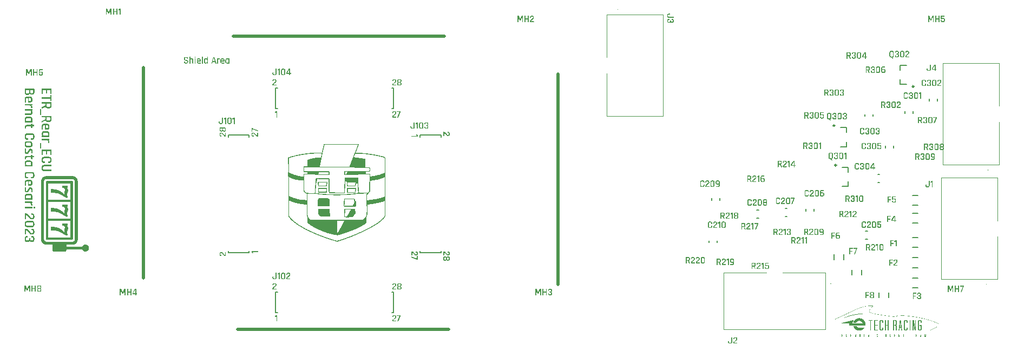
<source format=gto>
G04*
G04 #@! TF.GenerationSoftware,Altium Limited,Altium Designer,24.0.1 (36)*
G04*
G04 Layer_Color=65535*
%FSLAX44Y44*%
%MOMM*%
G71*
G04*
G04 #@! TF.SameCoordinates,0FB82E01-D644-434E-A1D8-1B95A2BBF3EB*
G04*
G04*
G04 #@! TF.FilePolarity,Positive*
G04*
G01*
G75*
%ADD10C,0.1000*%
%ADD11C,0.2500*%
%ADD12C,0.2000*%
%ADD13C,0.5000*%
G36*
X538279Y328150D02*
X538123D01*
Y327685D01*
X537968D01*
Y327374D01*
X537813D01*
Y326909D01*
X537658D01*
Y326599D01*
X537503D01*
Y326134D01*
X537348D01*
Y325669D01*
X537193D01*
Y325359D01*
X537038D01*
Y324894D01*
X536883D01*
Y324584D01*
X536728D01*
Y324119D01*
X536573D01*
Y323809D01*
X536418D01*
Y323344D01*
X536263D01*
Y322878D01*
X536108D01*
Y322568D01*
X535953D01*
Y322103D01*
X535798D01*
Y321793D01*
X535643D01*
Y321328D01*
X535488D01*
Y321018D01*
X535333D01*
Y320553D01*
X535178D01*
Y320243D01*
X535023D01*
Y319778D01*
X534868D01*
Y319313D01*
X534713D01*
Y319003D01*
X534558D01*
Y318537D01*
X534403D01*
Y318227D01*
X534248D01*
Y317762D01*
X534092D01*
Y317452D01*
X533937D01*
Y316987D01*
X533782D01*
Y316522D01*
X533627D01*
Y316212D01*
X533472D01*
Y315747D01*
X533317D01*
Y315437D01*
X533162D01*
Y314972D01*
X533007D01*
Y314662D01*
X532852D01*
Y314506D01*
X537658D01*
Y314352D01*
X541534D01*
Y314196D01*
X544015D01*
Y314041D01*
X546030D01*
Y313886D01*
X547736D01*
Y313731D01*
X549131D01*
Y313576D01*
X550526D01*
Y313421D01*
X551922D01*
Y313266D01*
X553162D01*
Y313111D01*
X554247D01*
Y312956D01*
X555332D01*
Y312801D01*
X556418D01*
Y312646D01*
X557503D01*
Y312491D01*
X558433D01*
Y312336D01*
X559363D01*
Y312181D01*
X560294D01*
Y312026D01*
X561224D01*
Y311871D01*
X561999D01*
Y311716D01*
X562929D01*
Y311561D01*
X563704D01*
Y311406D01*
X564479D01*
Y311251D01*
X565255D01*
Y311096D01*
X566030D01*
Y310941D01*
X566805D01*
Y310786D01*
X567580D01*
Y310631D01*
X568355D01*
Y310476D01*
X568975D01*
Y310321D01*
X569751D01*
Y310166D01*
X570371D01*
Y310011D01*
X570991D01*
Y309855D01*
X571766D01*
Y309700D01*
X572386D01*
Y309545D01*
X573006D01*
Y309390D01*
X573627D01*
Y309235D01*
X574247D01*
Y309080D01*
X574867D01*
Y308925D01*
X575487D01*
Y308770D01*
X576107D01*
Y308615D01*
X576572D01*
Y308460D01*
X577192D01*
Y308305D01*
X577812D01*
Y308150D01*
X578278D01*
Y307995D01*
X578433D01*
Y307685D01*
X578588D01*
Y307530D01*
X578743D01*
Y307375D01*
X578898D01*
Y307220D01*
X579053D01*
Y306910D01*
X579208D01*
Y306755D01*
X579363D01*
Y306445D01*
X579518D01*
Y216059D01*
X579363D01*
Y215439D01*
X579208D01*
Y214974D01*
X579053D01*
Y214664D01*
X578898D01*
Y214354D01*
X578743D01*
Y214044D01*
X578588D01*
Y213733D01*
X578433D01*
Y213423D01*
X578278D01*
Y213268D01*
X578123D01*
Y212958D01*
X577968D01*
Y212803D01*
X577812D01*
Y212493D01*
X577658D01*
Y212338D01*
X577503D01*
Y212183D01*
X577347D01*
Y211873D01*
X577192D01*
Y211718D01*
X577037D01*
Y211563D01*
X576882D01*
Y211408D01*
X576727D01*
Y211253D01*
X576572D01*
Y211098D01*
X576417D01*
Y210788D01*
X576262D01*
Y210633D01*
X576107D01*
Y210478D01*
X575952D01*
Y210323D01*
X575797D01*
Y210168D01*
X575642D01*
Y210012D01*
X575487D01*
Y209858D01*
X575332D01*
Y209702D01*
X575177D01*
Y209547D01*
X575022D01*
Y209392D01*
X574867D01*
Y209237D01*
X574712D01*
Y209082D01*
X574557D01*
Y208927D01*
X574247D01*
Y208772D01*
X574092D01*
Y208617D01*
X573937D01*
Y208462D01*
X573782D01*
Y208307D01*
X573627D01*
Y208152D01*
X573471D01*
Y207997D01*
X573316D01*
Y207842D01*
X573162D01*
Y207687D01*
X572851D01*
Y207532D01*
X572696D01*
Y207377D01*
X572541D01*
Y207222D01*
X572386D01*
Y207067D01*
X572231D01*
Y206912D01*
X571921D01*
Y206757D01*
X571766D01*
Y206602D01*
X571611D01*
Y206447D01*
X571456D01*
Y206292D01*
X571146D01*
Y206137D01*
X570991D01*
Y205982D01*
X570836D01*
Y205827D01*
X570526D01*
Y205672D01*
X570371D01*
Y205516D01*
X570216D01*
Y205361D01*
X569906D01*
Y205206D01*
X569751D01*
Y205051D01*
X569596D01*
Y204896D01*
X569286D01*
Y204741D01*
X569131D01*
Y204586D01*
X568820D01*
Y204431D01*
X568665D01*
Y204276D01*
X568510D01*
Y204121D01*
X568200D01*
Y203966D01*
X568045D01*
Y203811D01*
X567735D01*
Y203656D01*
X567580D01*
Y203501D01*
X567270D01*
Y203346D01*
X567115D01*
Y203191D01*
X566805D01*
Y203036D01*
X566650D01*
Y202881D01*
X566340D01*
Y202726D01*
X566185D01*
Y202571D01*
X565875D01*
Y202416D01*
X565720D01*
Y202261D01*
X565410D01*
Y202106D01*
X565255D01*
Y201951D01*
X564945D01*
Y201796D01*
X564790D01*
Y201641D01*
X564479D01*
Y201486D01*
X564324D01*
Y201331D01*
X564014D01*
Y201175D01*
X563704D01*
Y201021D01*
X563549D01*
Y200865D01*
X563239D01*
Y200710D01*
X562929D01*
Y200555D01*
X562774D01*
Y200400D01*
X562464D01*
Y200245D01*
X562309D01*
Y200090D01*
X561999D01*
Y199935D01*
X561689D01*
Y199780D01*
X561534D01*
Y199625D01*
X561224D01*
Y199470D01*
X560914D01*
Y199315D01*
X560759D01*
Y199160D01*
X560448D01*
Y199005D01*
X560139D01*
Y198850D01*
X559828D01*
Y198695D01*
X559673D01*
Y198540D01*
X559363D01*
Y198385D01*
X559053D01*
Y198230D01*
X558743D01*
Y198075D01*
X558588D01*
Y197920D01*
X558278D01*
Y197765D01*
X557968D01*
Y197610D01*
X557658D01*
Y197455D01*
X557503D01*
Y197300D01*
X557193D01*
Y197145D01*
X556883D01*
Y196989D01*
X556573D01*
Y196835D01*
X556263D01*
Y196679D01*
X556107D01*
Y196524D01*
X555798D01*
Y196369D01*
X555487D01*
Y196214D01*
X555177D01*
Y196059D01*
X554867D01*
Y195904D01*
X554557D01*
Y195749D01*
X554247D01*
Y195594D01*
X554092D01*
Y195439D01*
X553782D01*
Y195284D01*
X553472D01*
Y195129D01*
X553162D01*
Y194974D01*
X552852D01*
Y194819D01*
X552542D01*
Y194664D01*
X552232D01*
Y194509D01*
X551922D01*
Y194354D01*
X551612D01*
Y194199D01*
X551301D01*
Y194044D01*
X550991D01*
Y193889D01*
X550681D01*
Y193734D01*
X550371D01*
Y193579D01*
X550061D01*
Y193424D01*
X549751D01*
Y193269D01*
X549441D01*
Y193114D01*
X549131D01*
Y192959D01*
X548821D01*
Y192804D01*
X548511D01*
Y192649D01*
X548201D01*
Y192493D01*
X547891D01*
Y192339D01*
X547581D01*
Y192183D01*
X547271D01*
Y192028D01*
X546960D01*
Y191873D01*
X546650D01*
Y191718D01*
X546340D01*
Y191563D01*
X546030D01*
Y191408D01*
X545720D01*
Y191253D01*
X545410D01*
Y191098D01*
X545100D01*
Y190943D01*
X544790D01*
Y190788D01*
X544480D01*
Y190633D01*
X544015D01*
Y190478D01*
X543705D01*
Y190323D01*
X543395D01*
Y190168D01*
X543085D01*
Y190013D01*
X542775D01*
Y189858D01*
X542464D01*
Y189703D01*
X542154D01*
Y189548D01*
X541689D01*
Y189393D01*
X541379D01*
Y189238D01*
X541069D01*
Y189083D01*
X540759D01*
Y188928D01*
X540449D01*
Y188773D01*
X539984D01*
Y188618D01*
X539674D01*
Y188463D01*
X539364D01*
Y188307D01*
X539054D01*
Y188153D01*
X538588D01*
Y187997D01*
X538279D01*
Y187842D01*
X537968D01*
Y187687D01*
X537658D01*
Y187532D01*
X537193D01*
Y187377D01*
X536883D01*
Y187222D01*
X536573D01*
Y187067D01*
X536108D01*
Y186912D01*
X535798D01*
Y186757D01*
X535488D01*
Y186602D01*
X535178D01*
Y186447D01*
X534713D01*
Y186292D01*
X534403D01*
Y186137D01*
X534092D01*
Y185982D01*
X533627D01*
Y185827D01*
X533317D01*
Y185672D01*
X532852D01*
Y185517D01*
X532542D01*
Y185362D01*
X532232D01*
Y185207D01*
X531767D01*
Y185052D01*
X531457D01*
Y184897D01*
X530992D01*
Y184742D01*
X530682D01*
Y184587D01*
X530217D01*
Y184432D01*
X529907D01*
Y184277D01*
X529596D01*
Y184122D01*
X529131D01*
Y183967D01*
X528821D01*
Y183811D01*
X528356D01*
Y183657D01*
X528046D01*
Y183501D01*
X527581D01*
Y183346D01*
X527271D01*
Y183191D01*
X526806D01*
Y183036D01*
X526496D01*
Y182881D01*
X526031D01*
Y182726D01*
X525565D01*
Y182571D01*
X525256D01*
Y182416D01*
X524790D01*
Y182261D01*
X524480D01*
Y182106D01*
X524015D01*
Y181951D01*
X523550D01*
Y181796D01*
X523240D01*
Y181641D01*
X522775D01*
Y181486D01*
X522465D01*
Y181331D01*
X522000D01*
Y181176D01*
X521535D01*
Y181021D01*
X521069D01*
Y180866D01*
X520759D01*
Y180711D01*
X520294D01*
Y180556D01*
X519829D01*
Y180401D01*
X519519D01*
Y180246D01*
X519054D01*
Y180091D01*
X518589D01*
Y179936D01*
X518124D01*
Y179781D01*
X517814D01*
Y179625D01*
X517349D01*
Y179471D01*
X516884D01*
Y179315D01*
X516418D01*
Y179160D01*
X515953D01*
Y179005D01*
X515488D01*
Y178850D01*
X515178D01*
Y178695D01*
X514713D01*
Y178540D01*
X514248D01*
Y178385D01*
X513783D01*
Y178230D01*
X513318D01*
Y178075D01*
X512853D01*
Y177920D01*
X512388D01*
Y177765D01*
X511922D01*
Y177610D01*
X511457D01*
Y177455D01*
X510992D01*
Y177300D01*
X510527D01*
Y177145D01*
X510062D01*
Y176990D01*
X509597D01*
Y176835D01*
X509132D01*
Y176680D01*
X508667D01*
Y176525D01*
X508201D01*
Y176370D01*
X507581D01*
Y176215D01*
X507116D01*
Y176060D01*
X506651D01*
Y175905D01*
X506186D01*
Y175750D01*
X505721D01*
Y175595D01*
X505101D01*
Y175440D01*
X504636D01*
Y175285D01*
X504171D01*
Y175130D01*
X503240D01*
Y175285D01*
X502775D01*
Y175440D01*
X502310D01*
Y175595D01*
X501845D01*
Y175750D01*
X501225D01*
Y175905D01*
X500760D01*
Y176060D01*
X500295D01*
Y176215D01*
X499830D01*
Y176370D01*
X499210D01*
Y176525D01*
X498744D01*
Y176680D01*
X498279D01*
Y176835D01*
X497814D01*
Y176990D01*
X497349D01*
Y177145D01*
X496729D01*
Y177300D01*
X496264D01*
Y177455D01*
X495799D01*
Y177610D01*
X495334D01*
Y177765D01*
X494869D01*
Y177920D01*
X494403D01*
Y178075D01*
X493938D01*
Y178230D01*
X493473D01*
Y178385D01*
X493008D01*
Y178540D01*
X492543D01*
Y178695D01*
X492078D01*
Y178850D01*
X491613D01*
Y179005D01*
X491148D01*
Y179160D01*
X490682D01*
Y179315D01*
X490217D01*
Y179471D01*
X489752D01*
Y179625D01*
X489287D01*
Y179781D01*
X488822D01*
Y179936D01*
X488357D01*
Y180091D01*
X487892D01*
Y180246D01*
X487427D01*
Y180401D01*
X487117D01*
Y180556D01*
X486652D01*
Y180711D01*
X486186D01*
Y180866D01*
X485721D01*
Y181021D01*
X485256D01*
Y181176D01*
X484791D01*
Y181331D01*
X484481D01*
Y181486D01*
X484016D01*
Y181641D01*
X483551D01*
Y181796D01*
X483086D01*
Y181951D01*
X482776D01*
Y182106D01*
X482311D01*
Y182261D01*
X481846D01*
Y182416D01*
X481380D01*
Y182571D01*
X481070D01*
Y182726D01*
X480605D01*
Y182881D01*
X480140D01*
Y183036D01*
X479830D01*
Y183191D01*
X479365D01*
Y183346D01*
X478900D01*
Y183501D01*
X478590D01*
Y183657D01*
X478125D01*
Y183811D01*
X477659D01*
Y183967D01*
X477350D01*
Y184122D01*
X476884D01*
Y184277D01*
X476574D01*
Y184432D01*
X476109D01*
Y184587D01*
X475799D01*
Y184742D01*
X475334D01*
Y184897D01*
X475024D01*
Y185052D01*
X474559D01*
Y185207D01*
X474249D01*
Y185362D01*
X473784D01*
Y185517D01*
X473474D01*
Y185672D01*
X473008D01*
Y185827D01*
X472698D01*
Y185982D01*
X472233D01*
Y186137D01*
X471923D01*
Y186292D01*
X471458D01*
Y186447D01*
X471148D01*
Y186602D01*
X470683D01*
Y186757D01*
X470373D01*
Y186912D01*
X470063D01*
Y187067D01*
X469598D01*
Y187222D01*
X469288D01*
Y187377D01*
X468978D01*
Y187532D01*
X468512D01*
Y187687D01*
X468202D01*
Y187842D01*
X467892D01*
Y187997D01*
X467427D01*
Y188153D01*
X467117D01*
Y188307D01*
X466807D01*
Y188463D01*
X466342D01*
Y188618D01*
X466032D01*
Y188773D01*
X465722D01*
Y188928D01*
X465412D01*
Y189083D01*
X464947D01*
Y189238D01*
X464636D01*
Y189393D01*
X464327D01*
Y189548D01*
X464016D01*
Y189703D01*
X463551D01*
Y189858D01*
X463241D01*
Y190013D01*
X462931D01*
Y190168D01*
X462621D01*
Y190323D01*
X462311D01*
Y190478D01*
X462001D01*
Y190633D01*
X461536D01*
Y190788D01*
X461226D01*
Y190943D01*
X460916D01*
Y191098D01*
X460606D01*
Y191253D01*
X460295D01*
Y191408D01*
X459986D01*
Y191563D01*
X459675D01*
Y191718D01*
X459365D01*
Y191873D01*
X459055D01*
Y192028D01*
X458745D01*
Y192183D01*
X458435D01*
Y192339D01*
X458125D01*
Y192493D01*
X457815D01*
Y192649D01*
X457505D01*
Y192804D01*
X457195D01*
Y192959D01*
X456885D01*
Y193114D01*
X456575D01*
Y193269D01*
X456265D01*
Y193424D01*
X455955D01*
Y193579D01*
X455644D01*
Y193734D01*
X455334D01*
Y193889D01*
X455024D01*
Y194044D01*
X454714D01*
Y194199D01*
X454404D01*
Y194354D01*
X454094D01*
Y194509D01*
X453784D01*
Y194664D01*
X453474D01*
Y194819D01*
X453164D01*
Y194974D01*
X452854D01*
Y195129D01*
X452699D01*
Y195284D01*
X452389D01*
Y195439D01*
X452079D01*
Y195594D01*
X451769D01*
Y195749D01*
X451459D01*
Y195904D01*
X451148D01*
Y196059D01*
X450993D01*
Y196214D01*
X450683D01*
Y196369D01*
X450373D01*
Y196524D01*
X450063D01*
Y196679D01*
X449753D01*
Y196835D01*
X449598D01*
Y196989D01*
X449288D01*
Y197145D01*
X448978D01*
Y197300D01*
X448668D01*
Y197455D01*
X448513D01*
Y197610D01*
X448203D01*
Y197765D01*
X447893D01*
Y197920D01*
X447738D01*
Y198075D01*
X447428D01*
Y198230D01*
X447118D01*
Y198385D01*
X446963D01*
Y198540D01*
X446652D01*
Y198695D01*
X446342D01*
Y198850D01*
X446187D01*
Y199005D01*
X445877D01*
Y199160D01*
X445567D01*
Y199315D01*
X445412D01*
Y199470D01*
X445102D01*
Y199625D01*
X444947D01*
Y199780D01*
X444637D01*
Y199935D01*
X444327D01*
Y200090D01*
X444172D01*
Y200245D01*
X443862D01*
Y200400D01*
X443707D01*
Y200555D01*
X443397D01*
Y200710D01*
X443242D01*
Y200865D01*
X442932D01*
Y201021D01*
X442776D01*
Y201175D01*
X442467D01*
Y201331D01*
X442311D01*
Y201486D01*
X442001D01*
Y201641D01*
X441846D01*
Y201796D01*
X441536D01*
Y201951D01*
X441381D01*
Y202106D01*
X441071D01*
Y202261D01*
X440916D01*
Y202416D01*
X440606D01*
Y202571D01*
X440451D01*
Y202726D01*
X440141D01*
Y202881D01*
X439986D01*
Y203036D01*
X439831D01*
Y203191D01*
X439521D01*
Y203346D01*
X439366D01*
Y203501D01*
X439056D01*
Y203656D01*
X438901D01*
Y203811D01*
X438746D01*
Y203966D01*
X438436D01*
Y204121D01*
X438280D01*
Y204276D01*
X438125D01*
Y204431D01*
X437815D01*
Y204586D01*
X437660D01*
Y204741D01*
X437505D01*
Y204896D01*
X437195D01*
Y205051D01*
X437040D01*
Y205206D01*
X436885D01*
Y205361D01*
X436730D01*
Y205516D01*
X436420D01*
Y205672D01*
X436265D01*
Y205827D01*
X436110D01*
Y205982D01*
X435955D01*
Y206137D01*
X435645D01*
Y206292D01*
X435490D01*
Y206447D01*
X435335D01*
Y206602D01*
X435180D01*
Y206757D01*
X435025D01*
Y206912D01*
X434715D01*
Y207067D01*
X434560D01*
Y207222D01*
X434405D01*
Y207377D01*
X434250D01*
Y207532D01*
X434095D01*
Y207687D01*
X433940D01*
Y207842D01*
X433784D01*
Y207997D01*
X433629D01*
Y208152D01*
X433319D01*
Y208307D01*
X433164D01*
Y208462D01*
X433009D01*
Y208617D01*
X432854D01*
Y208772D01*
X432699D01*
Y208927D01*
X432544D01*
Y209082D01*
X432389D01*
Y209237D01*
X432234D01*
Y209392D01*
X432079D01*
Y209547D01*
X431924D01*
Y209702D01*
X431769D01*
Y209858D01*
X431614D01*
Y210012D01*
X431459D01*
Y210168D01*
X431304D01*
Y210323D01*
X431149D01*
Y210478D01*
X430994D01*
Y210633D01*
X430839D01*
Y210788D01*
X430684D01*
Y210943D01*
X430529D01*
Y211098D01*
X430374D01*
Y211408D01*
X430219D01*
Y211563D01*
X430064D01*
Y211718D01*
X429909D01*
Y211873D01*
X429753D01*
Y212028D01*
X429599D01*
Y212183D01*
X429444D01*
Y212493D01*
X429288D01*
Y212648D01*
X429133D01*
Y212803D01*
X428978D01*
Y213113D01*
X428823D01*
Y213268D01*
X428668D01*
Y213423D01*
X428513D01*
Y213733D01*
X428358D01*
Y213888D01*
X428203D01*
Y214198D01*
X428048D01*
Y214354D01*
X427893D01*
Y214664D01*
X427738D01*
Y222725D01*
X427583D01*
Y239314D01*
Y239469D01*
Y259934D01*
X427428D01*
Y277143D01*
X427273D01*
Y284275D01*
X427428D01*
Y297143D01*
X427273D01*
Y307065D01*
X427583D01*
Y307220D01*
X428048D01*
Y307375D01*
X428513D01*
Y307530D01*
X428823D01*
Y307685D01*
X429288D01*
Y307840D01*
X429753D01*
Y307995D01*
X430219D01*
Y308150D01*
X430684D01*
Y308305D01*
X431149D01*
Y308460D01*
X431769D01*
Y308615D01*
X432234D01*
Y308770D01*
X432699D01*
Y308925D01*
X433319D01*
Y309080D01*
X433784D01*
Y309235D01*
X434405D01*
Y309390D01*
X434870D01*
Y309545D01*
X435490D01*
Y309700D01*
X436110D01*
Y309855D01*
X436730D01*
Y310011D01*
X437195D01*
Y310166D01*
X437815D01*
Y310321D01*
X438591D01*
Y310476D01*
X439211D01*
Y310631D01*
X439831D01*
Y310786D01*
X440451D01*
Y310941D01*
X441226D01*
Y311096D01*
X441846D01*
Y311251D01*
X442621D01*
Y311406D01*
X443397D01*
Y311561D01*
X444172D01*
Y311716D01*
X444947D01*
Y311871D01*
X445722D01*
Y312026D01*
X446497D01*
Y312181D01*
X447428D01*
Y312336D01*
X448358D01*
Y312491D01*
X449288D01*
Y312646D01*
X450218D01*
Y312801D01*
X451148D01*
Y312956D01*
X452234D01*
Y313111D01*
X453319D01*
Y313266D01*
X454404D01*
Y313421D01*
X455644D01*
Y313576D01*
X456885D01*
Y313731D01*
X458125D01*
Y313886D01*
X459675D01*
Y314041D01*
X461226D01*
Y314196D01*
X462931D01*
Y314352D01*
X464792D01*
Y314506D01*
X467117D01*
Y314662D01*
X469908D01*
Y314817D01*
X474404D01*
Y314972D01*
X479985D01*
Y315282D01*
X480140D01*
Y315902D01*
X480295D01*
Y316522D01*
X480450D01*
Y317142D01*
X480605D01*
Y317762D01*
X480760D01*
Y318382D01*
X480915D01*
Y319003D01*
X481070D01*
Y319623D01*
X481225D01*
Y320243D01*
X481380D01*
Y320863D01*
X481535D01*
Y321483D01*
X481690D01*
Y322103D01*
X481846D01*
Y322723D01*
X482001D01*
Y323344D01*
X482156D01*
Y323964D01*
X482311D01*
Y324584D01*
X482466D01*
Y325204D01*
X482621D01*
Y325824D01*
X482776D01*
Y326444D01*
X482931D01*
Y327064D01*
X483086D01*
Y327685D01*
X483241D01*
Y328305D01*
X538279D01*
Y328150D01*
D02*
G37*
G36*
X91453Y277622D02*
X92151D01*
Y277482D01*
X92710D01*
Y277343D01*
X92989D01*
Y277203D01*
X93408D01*
Y277063D01*
X93688D01*
Y276924D01*
X93967D01*
Y276784D01*
X94247D01*
Y276644D01*
X94526D01*
Y276504D01*
X94666D01*
Y276365D01*
X94945D01*
Y276225D01*
X95085D01*
Y276085D01*
X95225D01*
Y275946D01*
X95364D01*
Y275806D01*
X95504D01*
Y275666D01*
X95644D01*
Y275527D01*
X95783D01*
Y275387D01*
X95923D01*
Y275247D01*
X96063D01*
Y275107D01*
X96202D01*
Y274968D01*
X96342D01*
Y274828D01*
X96482D01*
Y274688D01*
X96622D01*
Y274409D01*
X96761D01*
Y274269D01*
X96901D01*
Y273990D01*
X97041D01*
Y273850D01*
X97180D01*
Y273571D01*
X97320D01*
Y273291D01*
X97460D01*
Y273012D01*
X97599D01*
Y272593D01*
X97739D01*
Y272174D01*
X97879D01*
Y271615D01*
X98019D01*
Y270777D01*
X98158D01*
Y177597D01*
X98019D01*
Y176759D01*
X97879D01*
Y176200D01*
X97739D01*
Y175781D01*
X97599D01*
Y175501D01*
X97460D01*
Y175082D01*
X97320D01*
Y174803D01*
X97180D01*
Y174663D01*
X97041D01*
Y174384D01*
X96901D01*
Y174104D01*
X96761D01*
Y173965D01*
X96622D01*
Y173825D01*
X96482D01*
Y173545D01*
X96342D01*
Y173406D01*
X96202D01*
Y173266D01*
X96063D01*
Y173126D01*
X95923D01*
Y172987D01*
X95783D01*
Y172847D01*
X95644D01*
Y172707D01*
X95504D01*
Y172568D01*
X95364D01*
Y172428D01*
X95225D01*
Y172288D01*
X94945D01*
Y172148D01*
X94805D01*
Y172009D01*
X94666D01*
Y171869D01*
X94386D01*
Y171729D01*
X94107D01*
Y171590D01*
X93828D01*
Y171450D01*
X93548D01*
Y171310D01*
X93269D01*
Y171171D01*
X92989D01*
Y171031D01*
X92570D01*
Y170891D01*
X92011D01*
Y170751D01*
X91173D01*
Y170612D01*
X80556D01*
Y166980D01*
X105004D01*
Y167399D01*
X105143D01*
Y167678D01*
X105283D01*
Y167957D01*
X105423D01*
Y168097D01*
X105562D01*
Y168377D01*
X105702D01*
Y168516D01*
X105842D01*
Y168656D01*
X105982D01*
Y168796D01*
X106121D01*
Y168935D01*
X106261D01*
Y169075D01*
X106401D01*
Y169215D01*
X106540D01*
Y169354D01*
X106680D01*
Y169494D01*
X106820D01*
Y169634D01*
X106959D01*
Y169774D01*
X107239D01*
Y169913D01*
X107518D01*
Y170053D01*
X107798D01*
Y170193D01*
X108077D01*
Y170332D01*
X108496D01*
Y170472D01*
X109055D01*
Y170612D01*
X111290D01*
Y170472D01*
X111849D01*
Y170332D01*
X112128D01*
Y170193D01*
X112547D01*
Y170053D01*
X112827D01*
Y169913D01*
X112966D01*
Y169774D01*
X113246D01*
Y169634D01*
X113386D01*
Y169494D01*
X113665D01*
Y169354D01*
X113805D01*
Y169215D01*
X113944D01*
Y169075D01*
X114084D01*
Y168935D01*
X114224D01*
Y168796D01*
X114363D01*
Y168656D01*
X114503D01*
Y168377D01*
X114643D01*
Y168237D01*
X114783D01*
Y167957D01*
X114922D01*
Y167818D01*
X115062D01*
Y167538D01*
X115202D01*
Y167259D01*
X115341D01*
Y166840D01*
X115481D01*
Y166281D01*
X115621D01*
Y163906D01*
X115481D01*
Y163347D01*
X115341D01*
Y163068D01*
X115202D01*
Y162649D01*
X115062D01*
Y162369D01*
X114922D01*
Y162230D01*
X114783D01*
Y161950D01*
X114643D01*
Y161811D01*
X114503D01*
Y161531D01*
X114363D01*
Y161392D01*
X114224D01*
Y161252D01*
X114084D01*
Y161112D01*
X113944D01*
Y160972D01*
X113805D01*
Y160833D01*
X113525D01*
Y160693D01*
X113386D01*
Y160553D01*
X113246D01*
Y160414D01*
X112966D01*
Y160274D01*
X112687D01*
Y160134D01*
X112408D01*
Y159995D01*
X112128D01*
Y159855D01*
X111709D01*
Y159715D01*
X111150D01*
Y159576D01*
X109195D01*
Y159715D01*
X108496D01*
Y159855D01*
X108077D01*
Y159995D01*
X107798D01*
Y160134D01*
X107518D01*
Y160274D01*
X107239D01*
Y160414D01*
X107099D01*
Y160553D01*
X106820D01*
Y160693D01*
X106680D01*
Y160833D01*
X106540D01*
Y160972D01*
X106401D01*
Y161112D01*
X106261D01*
Y161252D01*
X106121D01*
Y161392D01*
X105982D01*
Y161531D01*
X105842D01*
Y161671D01*
X105702D01*
Y161811D01*
X105562D01*
Y162090D01*
X105423D01*
Y162230D01*
X105283D01*
Y162509D01*
X105143D01*
Y162789D01*
X105004D01*
Y163208D01*
X80556D01*
Y161531D01*
X80416D01*
Y161112D01*
X80277D01*
Y160972D01*
X80137D01*
Y160693D01*
X79997D01*
Y160553D01*
X79858D01*
Y160414D01*
X79718D01*
Y160274D01*
X79578D01*
Y160134D01*
X79439D01*
Y159995D01*
X79159D01*
Y159855D01*
X78880D01*
Y159715D01*
X78461D01*
Y159576D01*
X60439D01*
Y159715D01*
X60160D01*
Y159855D01*
X59880D01*
Y159995D01*
X59601D01*
Y160134D01*
X59461D01*
Y160274D01*
X59322D01*
Y160414D01*
X59182D01*
Y160553D01*
X59042D01*
Y160693D01*
X58903D01*
Y160833D01*
X58763D01*
Y161112D01*
X58623D01*
Y161531D01*
X58484D01*
Y170612D01*
X47866D01*
Y170751D01*
X47028D01*
Y170891D01*
X46469D01*
Y171031D01*
X46050D01*
Y171171D01*
X45771D01*
Y171310D01*
X45352D01*
Y171450D01*
X45072D01*
Y171590D01*
X44933D01*
Y171729D01*
X44653D01*
Y171869D01*
X44374D01*
Y172009D01*
X44234D01*
Y172148D01*
X43955D01*
Y172288D01*
X43815D01*
Y172428D01*
X43675D01*
Y172568D01*
X43536D01*
Y172707D01*
X43396D01*
Y172847D01*
X43256D01*
Y172987D01*
X43116D01*
Y173126D01*
X42977D01*
Y173266D01*
X42837D01*
Y173406D01*
X42697D01*
Y173545D01*
X42558D01*
Y173685D01*
X42418D01*
Y173965D01*
X42278D01*
Y174104D01*
X42139D01*
Y174384D01*
X41999D01*
Y174523D01*
X41859D01*
Y174803D01*
X41719D01*
Y175082D01*
X41580D01*
Y175362D01*
X41440D01*
Y175781D01*
X41300D01*
Y176200D01*
X41161D01*
Y176759D01*
X41021D01*
Y177457D01*
X40881D01*
Y270916D01*
X41021D01*
Y271755D01*
X41161D01*
Y272174D01*
X41300D01*
Y272593D01*
X41440D01*
Y273012D01*
X41580D01*
Y273291D01*
X41719D01*
Y273571D01*
X41859D01*
Y273850D01*
X41999D01*
Y274130D01*
X42139D01*
Y274269D01*
X42278D01*
Y274549D01*
X42418D01*
Y274688D01*
X42558D01*
Y274828D01*
X42697D01*
Y274968D01*
X42837D01*
Y275247D01*
X42977D01*
Y275387D01*
X43116D01*
Y275527D01*
X43256D01*
Y275666D01*
X43396D01*
Y275806D01*
X43675D01*
Y275946D01*
X43815D01*
Y276085D01*
X43955D01*
Y276225D01*
X44094D01*
Y276365D01*
X44374D01*
Y276504D01*
X44514D01*
Y276644D01*
X44793D01*
Y276784D01*
X45072D01*
Y276924D01*
X45352D01*
Y277063D01*
X45631D01*
Y277203D01*
X45911D01*
Y277343D01*
X46330D01*
Y277482D01*
X46888D01*
Y277622D01*
X47587D01*
Y277762D01*
X91453D01*
Y277622D01*
D02*
G37*
G36*
X1329168Y62292D02*
X1331003D01*
Y62243D01*
X1331437D01*
Y62195D01*
X1331872D01*
Y62147D01*
X1331437D01*
Y62099D01*
X1330471D01*
Y62050D01*
X1329506D01*
Y62002D01*
X1328540D01*
Y61954D01*
X1327671D01*
Y61905D01*
X1326898D01*
Y61857D01*
X1326174D01*
Y61809D01*
X1325498D01*
Y61761D01*
X1324919D01*
Y61712D01*
X1324339D01*
Y61664D01*
X1323808D01*
Y61616D01*
X1323277D01*
Y61568D01*
X1322794D01*
Y61519D01*
X1322311D01*
Y61471D01*
X1321877D01*
Y61423D01*
X1321442D01*
Y61374D01*
X1321056D01*
Y61326D01*
X1320621D01*
Y61278D01*
X1320235D01*
Y61230D01*
X1319849D01*
Y61181D01*
X1319463D01*
Y61133D01*
X1319125D01*
Y61085D01*
X1318787D01*
Y61036D01*
X1318400D01*
Y60988D01*
X1318111D01*
Y60940D01*
X1317773D01*
Y60891D01*
X1317435D01*
Y60843D01*
X1317145D01*
Y60795D01*
X1316807D01*
Y60747D01*
X1316517D01*
Y60698D01*
X1316228D01*
Y60650D01*
X1315938D01*
Y60602D01*
X1315648D01*
Y60553D01*
X1315358D01*
Y60505D01*
X1315069D01*
Y60457D01*
X1314779D01*
Y60409D01*
X1314538D01*
Y60360D01*
X1314248D01*
Y60312D01*
X1314006D01*
Y60264D01*
X1313765D01*
Y60216D01*
X1313475D01*
Y60167D01*
X1313234D01*
Y60119D01*
X1312993D01*
Y60071D01*
X1312751D01*
Y60022D01*
X1312510D01*
Y59974D01*
X1312268D01*
Y59926D01*
X1312027D01*
Y59878D01*
X1311834D01*
Y59829D01*
X1311592D01*
Y59781D01*
X1311351D01*
Y59733D01*
X1311109D01*
Y59684D01*
X1310916D01*
Y59636D01*
X1310675D01*
Y59588D01*
X1310482D01*
Y59539D01*
X1310240D01*
Y59491D01*
X1310047D01*
Y59443D01*
X1309854D01*
Y59395D01*
X1309612D01*
Y59346D01*
X1309419D01*
Y59298D01*
X1309226D01*
Y59250D01*
X1309033D01*
Y59201D01*
X1308840D01*
Y59153D01*
X1308599D01*
Y59105D01*
X1308405D01*
Y59057D01*
X1308212D01*
Y59008D01*
X1308019D01*
Y58960D01*
X1307826D01*
Y58912D01*
X1307681D01*
Y58864D01*
X1307488D01*
Y58815D01*
X1307295D01*
Y58767D01*
X1307102D01*
Y58719D01*
X1306909D01*
Y58670D01*
X1306715D01*
Y58622D01*
X1306571D01*
Y58574D01*
X1306378D01*
Y58526D01*
X1306184D01*
Y58477D01*
X1306039D01*
Y58429D01*
X1305846D01*
Y58381D01*
X1305653D01*
Y58332D01*
X1305508D01*
Y58284D01*
X1305315D01*
Y58236D01*
X1305170D01*
Y58188D01*
X1304977D01*
Y58139D01*
X1304832D01*
Y58091D01*
X1304639D01*
Y58043D01*
X1304494D01*
Y57994D01*
X1304350D01*
Y57946D01*
X1304156D01*
Y57898D01*
X1304012D01*
Y57850D01*
X1303867D01*
Y57801D01*
X1303674D01*
Y57753D01*
X1303529D01*
Y57705D01*
X1303384D01*
Y57656D01*
X1303239D01*
Y57608D01*
X1303046D01*
Y57560D01*
X1302901D01*
Y57512D01*
X1302756D01*
Y57463D01*
X1302611D01*
Y57415D01*
X1302466D01*
Y57367D01*
X1302322D01*
Y57318D01*
X1302177D01*
Y57270D01*
X1302032D01*
Y57222D01*
X1301887D01*
Y57174D01*
X1301742D01*
Y57125D01*
X1301597D01*
Y57077D01*
X1301452D01*
Y57029D01*
X1301308D01*
Y56980D01*
X1301163D01*
Y56932D01*
X1301018D01*
Y56884D01*
X1300873D01*
Y56836D01*
X1300728D01*
Y56787D01*
X1300583D01*
Y56739D01*
X1300438D01*
Y56691D01*
X1300342D01*
Y56642D01*
X1300197D01*
Y56594D01*
X1300052D01*
Y56546D01*
X1299907D01*
Y56498D01*
X1299763D01*
Y56449D01*
X1299666D01*
Y56401D01*
X1299521D01*
Y56353D01*
X1299376D01*
Y56304D01*
X1299231D01*
Y56256D01*
X1299135D01*
Y56208D01*
X1298990D01*
Y56160D01*
X1298845D01*
Y56111D01*
X1298748D01*
Y56063D01*
X1298604D01*
Y56015D01*
X1298459D01*
Y55967D01*
X1298362D01*
Y55918D01*
X1298217D01*
Y55870D01*
X1298121D01*
Y55822D01*
X1297976D01*
Y55773D01*
X1297831D01*
Y55725D01*
X1297735D01*
Y55677D01*
X1297590D01*
Y55628D01*
X1297493D01*
Y55580D01*
X1297348D01*
Y55532D01*
X1297252D01*
Y55484D01*
X1297107D01*
Y55435D01*
X1297010D01*
Y55387D01*
X1296865D01*
Y55339D01*
X1296769D01*
Y55290D01*
X1296624D01*
Y55242D01*
X1296479D01*
Y55194D01*
X1296382D01*
Y55146D01*
X1296286D01*
Y55194D01*
X1296238D01*
Y55242D01*
X1296189D01*
Y55290D01*
X1296238D01*
Y55339D01*
X1296334D01*
Y55387D01*
X1296431D01*
Y55435D01*
X1296527D01*
Y55484D01*
X1296624D01*
Y55532D01*
X1296720D01*
Y55580D01*
X1296817D01*
Y55628D01*
X1296914D01*
Y55677D01*
X1297010D01*
Y55725D01*
X1297107D01*
Y55773D01*
X1297203D01*
Y55822D01*
X1297300D01*
Y55870D01*
X1297397D01*
Y55918D01*
X1297493D01*
Y55967D01*
X1297590D01*
Y56015D01*
X1297686D01*
Y56063D01*
X1297783D01*
Y56111D01*
X1297879D01*
Y56160D01*
X1297976D01*
Y56208D01*
X1298073D01*
Y56256D01*
X1298169D01*
Y56304D01*
X1298266D01*
Y56353D01*
X1298410D01*
Y56401D01*
X1298507D01*
Y56449D01*
X1298604D01*
Y56498D01*
X1298700D01*
Y56546D01*
X1298845D01*
Y56594D01*
X1298942D01*
Y56642D01*
X1299038D01*
Y56691D01*
X1299135D01*
Y56739D01*
X1299280D01*
Y56787D01*
X1299376D01*
Y56836D01*
X1299473D01*
Y56884D01*
X1299618D01*
Y56932D01*
X1299714D01*
Y56980D01*
X1299811D01*
Y57029D01*
X1299956D01*
Y57077D01*
X1300052D01*
Y57125D01*
X1300197D01*
Y57174D01*
X1300294D01*
Y57222D01*
X1300438D01*
Y57270D01*
X1300535D01*
Y57318D01*
X1300680D01*
Y57367D01*
X1300776D01*
Y57415D01*
X1300921D01*
Y57463D01*
X1301018D01*
Y57512D01*
X1301163D01*
Y57560D01*
X1301259D01*
Y57608D01*
X1301404D01*
Y57656D01*
X1301549D01*
Y57705D01*
X1301646D01*
Y57753D01*
X1301790D01*
Y57801D01*
X1301887D01*
Y57850D01*
X1302032D01*
Y57898D01*
X1302177D01*
Y57946D01*
X1302322D01*
Y57994D01*
X1302418D01*
Y58043D01*
X1302563D01*
Y58091D01*
X1302708D01*
Y58139D01*
X1302853D01*
Y58188D01*
X1302949D01*
Y58236D01*
X1303094D01*
Y58284D01*
X1303239D01*
Y58332D01*
X1303384D01*
Y58381D01*
X1303529D01*
Y58429D01*
X1303674D01*
Y58477D01*
X1303818D01*
Y58526D01*
X1303963D01*
Y58574D01*
X1304108D01*
Y58622D01*
X1304253D01*
Y58670D01*
X1304398D01*
Y58719D01*
X1304543D01*
Y58767D01*
X1304688D01*
Y58815D01*
X1304832D01*
Y58864D01*
X1304977D01*
Y58912D01*
X1305122D01*
Y58960D01*
X1305267D01*
Y59008D01*
X1305412D01*
Y59057D01*
X1305605D01*
Y59105D01*
X1305750D01*
Y59153D01*
X1305895D01*
Y59201D01*
X1306039D01*
Y59250D01*
X1306233D01*
Y59298D01*
X1306378D01*
Y59346D01*
X1306522D01*
Y59395D01*
X1306715D01*
Y59443D01*
X1306860D01*
Y59491D01*
X1307053D01*
Y59539D01*
X1307198D01*
Y59588D01*
X1307391D01*
Y59636D01*
X1307536D01*
Y59684D01*
X1307729D01*
Y59733D01*
X1307923D01*
Y59781D01*
X1308067D01*
Y59829D01*
X1308261D01*
Y59878D01*
X1308454D01*
Y59926D01*
X1308599D01*
Y59974D01*
X1308792D01*
Y60022D01*
X1308985D01*
Y60071D01*
X1309178D01*
Y60119D01*
X1309371D01*
Y60167D01*
X1309564D01*
Y60216D01*
X1309757D01*
Y60264D01*
X1309951D01*
Y60312D01*
X1310192D01*
Y60360D01*
X1310385D01*
Y60409D01*
X1310578D01*
Y60457D01*
X1310771D01*
Y60505D01*
X1311013D01*
Y60553D01*
X1311206D01*
Y60602D01*
X1311447D01*
Y60650D01*
X1311689D01*
Y60698D01*
X1311882D01*
Y60747D01*
X1312123D01*
Y60795D01*
X1312365D01*
Y60843D01*
X1312606D01*
Y60891D01*
X1312848D01*
Y60940D01*
X1313089D01*
Y60988D01*
X1313331D01*
Y61036D01*
X1313620D01*
Y61085D01*
X1313862D01*
Y61133D01*
X1314151D01*
Y61181D01*
X1314393D01*
Y61230D01*
X1314682D01*
Y61278D01*
X1314972D01*
Y61326D01*
X1315262D01*
Y61374D01*
X1315551D01*
Y61423D01*
X1315889D01*
Y61471D01*
X1316179D01*
Y61519D01*
X1316517D01*
Y61568D01*
X1316855D01*
Y61616D01*
X1317193D01*
Y61664D01*
X1317579D01*
Y61712D01*
X1317966D01*
Y61761D01*
X1318352D01*
Y61809D01*
X1318787D01*
Y61857D01*
X1319221D01*
Y61905D01*
X1319656D01*
Y61954D01*
X1320139D01*
Y62002D01*
X1320670D01*
Y62050D01*
X1321249D01*
Y62099D01*
X1321829D01*
Y62147D01*
X1322553D01*
Y62195D01*
X1323325D01*
Y62243D01*
X1324291D01*
Y62292D01*
X1325643D01*
Y62340D01*
X1329168D01*
Y62292D01*
D02*
G37*
G36*
X1416563Y52393D02*
X1416756D01*
Y52345D01*
X1416901D01*
Y52297D01*
X1416998D01*
Y52249D01*
X1417094D01*
Y52200D01*
X1417191D01*
Y52152D01*
X1417287D01*
Y52104D01*
X1417336D01*
Y52055D01*
X1417432D01*
Y52007D01*
X1417481D01*
Y51959D01*
X1417529D01*
Y51911D01*
X1417577D01*
Y51862D01*
X1417625D01*
Y51814D01*
X1417674D01*
Y51766D01*
X1417722D01*
Y51717D01*
X1417770D01*
Y51669D01*
X1417819D01*
Y51572D01*
X1417867D01*
Y51524D01*
X1417915D01*
Y51476D01*
X1417963D01*
Y51379D01*
X1418012D01*
Y51283D01*
X1418060D01*
Y51186D01*
X1418108D01*
Y51041D01*
X1418156D01*
Y50848D01*
X1418205D01*
Y50559D01*
X1418253D01*
Y48289D01*
X1418205D01*
Y48241D01*
X1416853D01*
Y49786D01*
X1416805D01*
Y50027D01*
X1416756D01*
Y50172D01*
X1416708D01*
Y50269D01*
X1416660D01*
Y50365D01*
X1416611D01*
Y50462D01*
X1416563D01*
Y50510D01*
X1416515D01*
Y50559D01*
X1416467D01*
Y50655D01*
X1416418D01*
Y50703D01*
X1416322D01*
Y50752D01*
X1416273D01*
Y50800D01*
X1416225D01*
Y50848D01*
X1416129D01*
Y50897D01*
X1416032D01*
Y50945D01*
X1415935D01*
Y50993D01*
X1415742D01*
Y51041D01*
X1415163D01*
Y50993D01*
X1415018D01*
Y50945D01*
X1414873D01*
Y50897D01*
X1414777D01*
Y50848D01*
X1414728D01*
Y50800D01*
X1414632D01*
Y50752D01*
X1414583D01*
Y50703D01*
X1414487D01*
Y50655D01*
X1414439D01*
Y50559D01*
X1414390D01*
Y50510D01*
X1414342D01*
Y50462D01*
X1414294D01*
Y50365D01*
X1414245D01*
Y50269D01*
X1414197D01*
Y50172D01*
X1414149D01*
Y50076D01*
X1414101D01*
Y49834D01*
X1414052D01*
Y38342D01*
X1414101D01*
Y38101D01*
X1414149D01*
Y38005D01*
X1414197D01*
Y37908D01*
X1414245D01*
Y37811D01*
X1414294D01*
Y37715D01*
X1414342D01*
Y37666D01*
X1414390D01*
Y37618D01*
X1414439D01*
Y37522D01*
X1414487D01*
Y37473D01*
X1414583D01*
Y37425D01*
X1414632D01*
Y37377D01*
X1414728D01*
Y37329D01*
X1414777D01*
Y37280D01*
X1414873D01*
Y37232D01*
X1415018D01*
Y37184D01*
X1415163D01*
Y37135D01*
X1415742D01*
Y37184D01*
X1415935D01*
Y37232D01*
X1416032D01*
Y37280D01*
X1416129D01*
Y37329D01*
X1416225D01*
Y37377D01*
X1416273D01*
Y37425D01*
X1416322D01*
Y37473D01*
X1416418D01*
Y37522D01*
X1416467D01*
Y37618D01*
X1416515D01*
Y37666D01*
X1416563D01*
Y37715D01*
X1416611D01*
Y37811D01*
X1416660D01*
Y37908D01*
X1416708D01*
Y38005D01*
X1416756D01*
Y38149D01*
X1416805D01*
Y38391D01*
X1416853D01*
Y42688D01*
X1415453D01*
Y44088D01*
X1418253D01*
Y37570D01*
X1418205D01*
Y37280D01*
X1418156D01*
Y37135D01*
X1418108D01*
Y36991D01*
X1418060D01*
Y36894D01*
X1418012D01*
Y36797D01*
X1417963D01*
Y36701D01*
X1417915D01*
Y36653D01*
X1417867D01*
Y36604D01*
X1417819D01*
Y36508D01*
X1417770D01*
Y36459D01*
X1417722D01*
Y36411D01*
X1417674D01*
Y36363D01*
X1417625D01*
Y36315D01*
X1417577D01*
Y36266D01*
X1417529D01*
Y36218D01*
X1417481D01*
Y36170D01*
X1417432D01*
Y36121D01*
X1417336D01*
Y36073D01*
X1417287D01*
Y36025D01*
X1417191D01*
Y35977D01*
X1417094D01*
Y35928D01*
X1416998D01*
Y35880D01*
X1416901D01*
Y35832D01*
X1416756D01*
Y35783D01*
X1416563D01*
Y35735D01*
X1414390D01*
Y35783D01*
X1414149D01*
Y35832D01*
X1414004D01*
Y35880D01*
X1413907D01*
Y35928D01*
X1413811D01*
Y35977D01*
X1413714D01*
Y36025D01*
X1413666D01*
Y36073D01*
X1413569D01*
Y36121D01*
X1413521D01*
Y36170D01*
X1413473D01*
Y36218D01*
X1413376D01*
Y36266D01*
X1413328D01*
Y36315D01*
X1413280D01*
Y36363D01*
X1413232D01*
Y36411D01*
X1413183D01*
Y36508D01*
X1413135D01*
Y36556D01*
X1413087D01*
Y36604D01*
X1413038D01*
Y36653D01*
X1412990D01*
Y36749D01*
X1412942D01*
Y36846D01*
X1412894D01*
Y36894D01*
X1412845D01*
Y37039D01*
X1412797D01*
Y37135D01*
X1412749D01*
Y37280D01*
X1412700D01*
Y37570D01*
X1412652D01*
Y50607D01*
X1412700D01*
Y50848D01*
X1412749D01*
Y51041D01*
X1412797D01*
Y51138D01*
X1412845D01*
Y51283D01*
X1412894D01*
Y51331D01*
X1412942D01*
Y51428D01*
X1412990D01*
Y51524D01*
X1413038D01*
Y51572D01*
X1413087D01*
Y51621D01*
X1413135D01*
Y51669D01*
X1413183D01*
Y51766D01*
X1413232D01*
Y51814D01*
X1413280D01*
Y51862D01*
X1413328D01*
Y51911D01*
X1413376D01*
Y51959D01*
X1413473D01*
Y52007D01*
X1413521D01*
Y52055D01*
X1413569D01*
Y52104D01*
X1413666D01*
Y52152D01*
X1413714D01*
Y52200D01*
X1413811D01*
Y52249D01*
X1413907D01*
Y52297D01*
X1414004D01*
Y52345D01*
X1414149D01*
Y52393D01*
X1414390D01*
Y52442D01*
X1416563D01*
Y52393D01*
D02*
G37*
G36*
X1394594D02*
X1394787D01*
Y52345D01*
X1394932D01*
Y52297D01*
X1395028D01*
Y52249D01*
X1395125D01*
Y52200D01*
X1395221D01*
Y52152D01*
X1395318D01*
Y52104D01*
X1395366D01*
Y52055D01*
X1395463D01*
Y52007D01*
X1395511D01*
Y51959D01*
X1395559D01*
Y51911D01*
X1395608D01*
Y51862D01*
X1395656D01*
Y51814D01*
X1395704D01*
Y51766D01*
X1395753D01*
Y51717D01*
X1395801D01*
Y51669D01*
X1395849D01*
Y51572D01*
X1395897D01*
Y51524D01*
X1395946D01*
Y51476D01*
X1395994D01*
Y51379D01*
X1396042D01*
Y51283D01*
X1396091D01*
Y51186D01*
X1396139D01*
Y51041D01*
X1396187D01*
Y50848D01*
X1396235D01*
Y50559D01*
X1396284D01*
Y48289D01*
X1396235D01*
Y48241D01*
X1394883D01*
Y49786D01*
X1394835D01*
Y50027D01*
X1394787D01*
Y50172D01*
X1394738D01*
Y50269D01*
X1394690D01*
Y50365D01*
X1394642D01*
Y50462D01*
X1394594D01*
Y50510D01*
X1394545D01*
Y50559D01*
X1394497D01*
Y50655D01*
X1394449D01*
Y50703D01*
X1394352D01*
Y50752D01*
X1394304D01*
Y50800D01*
X1394256D01*
Y50848D01*
X1394159D01*
Y50897D01*
X1394062D01*
Y50945D01*
X1393966D01*
Y50993D01*
X1393773D01*
Y51041D01*
X1393193D01*
Y50993D01*
X1393049D01*
Y50945D01*
X1392904D01*
Y50897D01*
X1392807D01*
Y50848D01*
X1392759D01*
Y50800D01*
X1392662D01*
Y50752D01*
X1392614D01*
Y50703D01*
X1392517D01*
Y50655D01*
X1392469D01*
Y50559D01*
X1392421D01*
Y50510D01*
X1392372D01*
Y50462D01*
X1392324D01*
Y50365D01*
X1392276D01*
Y50269D01*
X1392228D01*
Y50172D01*
X1392179D01*
Y50076D01*
X1392131D01*
Y49834D01*
X1392083D01*
Y38342D01*
X1392131D01*
Y38101D01*
X1392179D01*
Y38005D01*
X1392228D01*
Y37908D01*
X1392276D01*
Y37811D01*
X1392324D01*
Y37715D01*
X1392372D01*
Y37666D01*
X1392421D01*
Y37618D01*
X1392469D01*
Y37522D01*
X1392517D01*
Y37473D01*
X1392614D01*
Y37425D01*
X1392662D01*
Y37377D01*
X1392759D01*
Y37329D01*
X1392807D01*
Y37280D01*
X1392904D01*
Y37232D01*
X1393049D01*
Y37184D01*
X1393193D01*
Y37135D01*
X1393773D01*
Y37184D01*
X1393966D01*
Y37232D01*
X1394062D01*
Y37280D01*
X1394159D01*
Y37329D01*
X1394256D01*
Y37377D01*
X1394304D01*
Y37425D01*
X1394352D01*
Y37473D01*
X1394449D01*
Y37522D01*
X1394497D01*
Y37618D01*
X1394545D01*
Y37666D01*
X1394594D01*
Y37715D01*
X1394642D01*
Y37811D01*
X1394690D01*
Y37908D01*
X1394738D01*
Y38005D01*
X1394787D01*
Y38149D01*
X1394835D01*
Y38391D01*
X1394883D01*
Y39936D01*
X1396235D01*
Y39888D01*
X1396284D01*
Y37570D01*
X1396235D01*
Y37280D01*
X1396187D01*
Y37135D01*
X1396139D01*
Y36991D01*
X1396091D01*
Y36894D01*
X1396042D01*
Y36797D01*
X1395994D01*
Y36701D01*
X1395946D01*
Y36653D01*
X1395897D01*
Y36604D01*
X1395849D01*
Y36508D01*
X1395801D01*
Y36459D01*
X1395753D01*
Y36411D01*
X1395704D01*
Y36363D01*
X1395656D01*
Y36315D01*
X1395608D01*
Y36266D01*
X1395559D01*
Y36218D01*
X1395511D01*
Y36170D01*
X1395463D01*
Y36121D01*
X1395366D01*
Y36073D01*
X1395318D01*
Y36025D01*
X1395221D01*
Y35977D01*
X1395125D01*
Y35928D01*
X1395028D01*
Y35880D01*
X1394932D01*
Y35832D01*
X1394787D01*
Y35783D01*
X1394594D01*
Y35735D01*
X1392421D01*
Y35783D01*
X1392179D01*
Y35832D01*
X1392034D01*
Y35880D01*
X1391938D01*
Y35928D01*
X1391841D01*
Y35977D01*
X1391745D01*
Y36025D01*
X1391696D01*
Y36073D01*
X1391600D01*
Y36121D01*
X1391552D01*
Y36170D01*
X1391503D01*
Y36218D01*
X1391407D01*
Y36266D01*
X1391358D01*
Y36315D01*
X1391310D01*
Y36363D01*
X1391262D01*
Y36411D01*
X1391214D01*
Y36508D01*
X1391165D01*
Y36556D01*
X1391117D01*
Y36604D01*
X1391069D01*
Y36653D01*
X1391021D01*
Y36749D01*
X1390972D01*
Y36846D01*
X1390924D01*
Y36894D01*
X1390876D01*
Y37039D01*
X1390827D01*
Y37135D01*
X1390779D01*
Y37280D01*
X1390731D01*
Y37570D01*
X1390683D01*
Y46454D01*
Y46503D01*
Y50607D01*
X1390731D01*
Y50848D01*
X1390779D01*
Y51041D01*
X1390827D01*
Y51138D01*
X1390876D01*
Y51283D01*
X1390924D01*
Y51331D01*
X1390972D01*
Y51428D01*
X1391021D01*
Y51524D01*
X1391069D01*
Y51572D01*
X1391117D01*
Y51621D01*
X1391165D01*
Y51669D01*
X1391214D01*
Y51766D01*
X1391262D01*
Y51814D01*
X1391310D01*
Y51862D01*
X1391358D01*
Y51911D01*
X1391407D01*
Y51959D01*
X1391503D01*
Y52007D01*
X1391552D01*
Y52055D01*
X1391600D01*
Y52104D01*
X1391696D01*
Y52152D01*
X1391745D01*
Y52200D01*
X1391841D01*
Y52249D01*
X1391938D01*
Y52297D01*
X1392034D01*
Y52345D01*
X1392179D01*
Y52393D01*
X1392421D01*
Y52442D01*
X1394594D01*
Y52393D01*
D02*
G37*
G36*
X1356400D02*
X1356594D01*
Y52345D01*
X1356738D01*
Y52297D01*
X1356835D01*
Y52249D01*
X1356932D01*
Y52200D01*
X1357028D01*
Y52152D01*
X1357125D01*
Y52104D01*
X1357173D01*
Y52055D01*
X1357269D01*
Y52007D01*
X1357318D01*
Y51959D01*
X1357366D01*
Y51911D01*
X1357414D01*
Y51862D01*
X1357463D01*
Y51814D01*
X1357511D01*
Y51766D01*
X1357559D01*
Y51717D01*
X1357608D01*
Y51669D01*
X1357656D01*
Y51572D01*
X1357704D01*
Y51524D01*
X1357752D01*
Y51476D01*
X1357801D01*
Y51379D01*
X1357849D01*
Y51283D01*
X1357897D01*
Y51186D01*
X1357946D01*
Y51041D01*
X1357994D01*
Y50848D01*
X1358042D01*
Y50559D01*
X1358090D01*
Y48289D01*
X1358042D01*
Y48241D01*
X1356690D01*
Y49786D01*
X1356642D01*
Y50027D01*
X1356594D01*
Y50172D01*
X1356545D01*
Y50269D01*
X1356497D01*
Y50365D01*
X1356449D01*
Y50462D01*
X1356400D01*
Y50510D01*
X1356352D01*
Y50559D01*
X1356304D01*
Y50655D01*
X1356256D01*
Y50703D01*
X1356159D01*
Y50752D01*
X1356111D01*
Y50800D01*
X1356062D01*
Y50848D01*
X1355966D01*
Y50897D01*
X1355869D01*
Y50945D01*
X1355773D01*
Y50993D01*
X1355580D01*
Y51041D01*
X1355000D01*
Y50993D01*
X1354855D01*
Y50945D01*
X1354710D01*
Y50897D01*
X1354614D01*
Y50848D01*
X1354566D01*
Y50800D01*
X1354469D01*
Y50752D01*
X1354421D01*
Y50703D01*
X1354324D01*
Y50655D01*
X1354276D01*
Y50559D01*
X1354228D01*
Y50510D01*
X1354179D01*
Y50462D01*
X1354131D01*
Y50365D01*
X1354083D01*
Y50269D01*
X1354034D01*
Y50172D01*
X1353986D01*
Y50076D01*
X1353938D01*
Y49834D01*
X1353890D01*
Y38342D01*
X1353938D01*
Y38101D01*
X1353986D01*
Y38005D01*
X1354034D01*
Y37908D01*
X1354083D01*
Y37811D01*
X1354131D01*
Y37715D01*
X1354179D01*
Y37666D01*
X1354228D01*
Y37618D01*
X1354276D01*
Y37522D01*
X1354324D01*
Y37473D01*
X1354421D01*
Y37425D01*
X1354469D01*
Y37377D01*
X1354566D01*
Y37329D01*
X1354614D01*
Y37280D01*
X1354710D01*
Y37232D01*
X1354855D01*
Y37184D01*
X1355000D01*
Y37135D01*
X1355580D01*
Y37184D01*
X1355773D01*
Y37232D01*
X1355869D01*
Y37280D01*
X1355966D01*
Y37329D01*
X1356062D01*
Y37377D01*
X1356111D01*
Y37425D01*
X1356159D01*
Y37473D01*
X1356256D01*
Y37522D01*
X1356304D01*
Y37618D01*
X1356352D01*
Y37666D01*
X1356400D01*
Y37715D01*
X1356449D01*
Y37811D01*
X1356497D01*
Y37908D01*
X1356545D01*
Y38005D01*
X1356594D01*
Y38149D01*
X1356642D01*
Y38391D01*
X1356690D01*
Y39936D01*
X1358042D01*
Y39888D01*
X1358090D01*
Y37570D01*
X1358042D01*
Y37280D01*
X1357994D01*
Y37135D01*
X1357946D01*
Y36991D01*
X1357897D01*
Y36894D01*
X1357849D01*
Y36797D01*
X1357801D01*
Y36701D01*
X1357752D01*
Y36653D01*
X1357704D01*
Y36604D01*
X1357656D01*
Y36508D01*
X1357608D01*
Y36459D01*
X1357559D01*
Y36411D01*
X1357511D01*
Y36363D01*
X1357463D01*
Y36315D01*
X1357414D01*
Y36266D01*
X1357366D01*
Y36218D01*
X1357318D01*
Y36170D01*
X1357269D01*
Y36121D01*
X1357173D01*
Y36073D01*
X1357125D01*
Y36025D01*
X1357028D01*
Y35977D01*
X1356932D01*
Y35928D01*
X1356835D01*
Y35880D01*
X1356738D01*
Y35832D01*
X1356594D01*
Y35783D01*
X1356400D01*
Y35735D01*
X1354228D01*
Y35783D01*
X1353986D01*
Y35832D01*
X1353841D01*
Y35880D01*
X1353745D01*
Y35928D01*
X1353648D01*
Y35977D01*
X1353552D01*
Y36025D01*
X1353503D01*
Y36073D01*
X1353407D01*
Y36121D01*
X1353358D01*
Y36170D01*
X1353310D01*
Y36218D01*
X1353214D01*
Y36266D01*
X1353165D01*
Y36315D01*
X1353117D01*
Y36363D01*
X1353069D01*
Y36411D01*
X1353020D01*
Y36508D01*
X1352972D01*
Y36556D01*
X1352924D01*
Y36604D01*
X1352876D01*
Y36653D01*
X1352827D01*
Y36749D01*
X1352779D01*
Y36846D01*
X1352731D01*
Y36894D01*
X1352682D01*
Y37039D01*
X1352634D01*
Y37135D01*
X1352586D01*
Y37280D01*
X1352538D01*
Y37570D01*
X1352489D01*
Y50607D01*
X1352538D01*
Y50848D01*
X1352586D01*
Y51041D01*
X1352634D01*
Y51138D01*
X1352682D01*
Y51283D01*
X1352731D01*
Y51331D01*
X1352779D01*
Y51428D01*
X1352827D01*
Y51524D01*
X1352876D01*
Y51572D01*
X1352924D01*
Y51621D01*
X1352972D01*
Y51669D01*
X1353020D01*
Y51766D01*
X1353069D01*
Y51814D01*
X1353117D01*
Y51862D01*
X1353165D01*
Y51911D01*
X1353214D01*
Y51959D01*
X1353310D01*
Y52007D01*
X1353358D01*
Y52055D01*
X1353407D01*
Y52104D01*
X1353503D01*
Y52152D01*
X1353552D01*
Y52200D01*
X1353648D01*
Y52249D01*
X1353745D01*
Y52297D01*
X1353841D01*
Y52345D01*
X1353986D01*
Y52393D01*
X1354228D01*
Y52442D01*
X1356400D01*
Y52393D01*
D02*
G37*
G36*
X1321491Y55146D02*
X1321973D01*
Y55097D01*
X1322311D01*
Y55049D01*
X1322601D01*
Y55001D01*
X1322843D01*
Y54953D01*
X1323036D01*
Y54904D01*
X1323229D01*
Y54856D01*
X1323374D01*
Y54808D01*
X1323567D01*
Y54759D01*
X1323712D01*
Y54711D01*
X1323857D01*
Y54663D01*
X1324001D01*
Y54615D01*
X1324098D01*
Y54566D01*
X1324243D01*
Y54518D01*
X1324339D01*
Y54470D01*
X1324484D01*
Y54421D01*
X1324581D01*
Y54373D01*
X1324677D01*
Y54325D01*
X1324774D01*
Y54276D01*
X1324870D01*
Y54228D01*
X1324967D01*
Y54180D01*
X1325064D01*
Y54132D01*
X1325160D01*
Y54083D01*
X1325257D01*
Y54035D01*
X1325353D01*
Y53987D01*
X1325450D01*
Y53938D01*
X1325498D01*
Y53890D01*
X1325595D01*
Y53842D01*
X1325691D01*
Y53794D01*
X1325740D01*
Y53745D01*
X1325836D01*
Y53697D01*
X1325933D01*
Y53649D01*
X1325981D01*
Y53601D01*
X1326078D01*
Y53552D01*
X1326126D01*
Y53504D01*
X1326223D01*
Y53456D01*
X1326271D01*
Y53407D01*
X1326319D01*
Y53359D01*
X1326416D01*
Y53311D01*
X1326464D01*
Y53263D01*
X1326561D01*
Y53214D01*
X1326609D01*
Y53166D01*
X1326657D01*
Y53118D01*
X1326754D01*
Y53069D01*
X1326802D01*
Y53021D01*
X1326850D01*
Y52973D01*
X1326898D01*
Y52924D01*
X1326995D01*
Y52876D01*
X1327043D01*
Y52828D01*
X1327092D01*
Y52780D01*
X1327140D01*
Y52731D01*
X1327188D01*
Y52683D01*
X1327236D01*
Y52635D01*
X1327285D01*
Y52586D01*
X1327381D01*
Y52538D01*
X1327430D01*
Y52490D01*
X1327478D01*
Y52442D01*
X1327526D01*
Y52393D01*
X1327574D01*
Y52345D01*
X1327623D01*
Y52297D01*
X1327671D01*
Y52249D01*
X1327719D01*
Y52200D01*
X1327768D01*
Y52152D01*
X1327816D01*
Y52104D01*
X1327864D01*
Y52007D01*
X1327912D01*
Y51959D01*
X1327961D01*
Y51911D01*
X1328009D01*
Y51862D01*
X1328057D01*
Y51814D01*
X1328106D01*
Y51766D01*
X1328154D01*
Y51717D01*
X1328202D01*
Y51621D01*
X1328250D01*
Y51572D01*
X1328299D01*
Y51524D01*
X1328347D01*
Y51476D01*
X1328395D01*
Y51379D01*
X1328444D01*
Y51331D01*
X1328492D01*
Y51283D01*
X1328540D01*
Y51186D01*
X1328588D01*
Y51138D01*
X1328637D01*
Y51041D01*
X1328685D01*
Y50993D01*
X1328733D01*
Y50897D01*
X1328782D01*
Y50848D01*
X1328830D01*
Y50752D01*
X1328878D01*
Y50703D01*
X1328926D01*
Y50607D01*
X1328975D01*
Y50559D01*
X1329023D01*
Y50462D01*
X1329071D01*
Y50365D01*
X1329120D01*
Y50317D01*
X1329168D01*
Y50221D01*
X1329216D01*
Y50124D01*
X1329264D01*
Y50027D01*
X1329313D01*
Y49931D01*
X1329361D01*
Y49883D01*
X1329409D01*
Y49786D01*
X1329458D01*
Y49689D01*
X1329506D01*
Y49593D01*
X1329554D01*
Y49496D01*
X1329602D01*
Y49400D01*
X1329651D01*
Y49303D01*
X1329699D01*
Y49158D01*
X1329747D01*
Y49062D01*
X1329796D01*
Y48965D01*
X1329844D01*
Y48820D01*
X1329892D01*
Y48675D01*
X1329940D01*
Y48579D01*
X1329989D01*
Y48434D01*
X1330037D01*
Y48289D01*
X1330085D01*
Y48096D01*
X1330134D01*
Y47951D01*
X1330182D01*
Y47758D01*
X1330230D01*
Y47517D01*
X1330278D01*
Y47323D01*
X1330327D01*
Y47034D01*
X1330375D01*
Y46696D01*
X1330423D01*
Y46213D01*
X1330471D01*
Y44426D01*
X1330423D01*
Y44040D01*
X1330375D01*
Y43799D01*
X1330327D01*
Y43509D01*
X1330278D01*
Y43364D01*
X1330230D01*
Y43316D01*
X1329892D01*
Y43268D01*
X1304929D01*
Y43316D01*
X1304832D01*
Y43364D01*
X1304784D01*
Y43461D01*
X1304736D01*
Y43654D01*
X1304784D01*
Y44233D01*
X1304832D01*
Y44668D01*
X1304881D01*
Y45054D01*
X1304929D01*
Y45392D01*
X1304977D01*
Y45682D01*
X1305025D01*
Y45971D01*
X1305074D01*
Y46213D01*
X1305122D01*
Y46454D01*
X1305170D01*
Y46648D01*
X1305219D01*
Y46841D01*
X1305267D01*
Y47130D01*
X1305315D01*
Y47227D01*
X1292278D01*
Y47323D01*
X1292375D01*
Y47372D01*
X1292568D01*
Y47420D01*
X1292761D01*
Y47468D01*
X1292906D01*
Y47517D01*
X1293099D01*
Y47565D01*
X1293292D01*
Y47613D01*
X1293485D01*
Y47661D01*
X1293679D01*
Y47710D01*
X1293872D01*
Y47758D01*
X1294065D01*
Y47806D01*
X1294258D01*
Y47855D01*
X1294403D01*
Y47903D01*
X1294596D01*
Y47951D01*
X1294789D01*
Y48000D01*
X1294982D01*
Y48048D01*
X1295175D01*
Y48096D01*
X1295369D01*
Y48144D01*
X1295562D01*
Y48193D01*
X1295707D01*
Y48241D01*
X1295900D01*
Y48289D01*
X1296093D01*
Y48337D01*
X1296286D01*
Y48386D01*
X1296479D01*
Y48434D01*
X1296672D01*
Y48482D01*
X1296865D01*
Y48531D01*
X1297010D01*
Y48579D01*
X1297203D01*
Y48627D01*
X1297397D01*
Y48675D01*
X1297590D01*
Y48724D01*
X1297783D01*
Y48772D01*
X1297976D01*
Y48820D01*
X1298169D01*
Y48869D01*
X1298362D01*
Y48917D01*
X1298507D01*
Y48965D01*
X1298700D01*
Y49014D01*
X1298893D01*
Y49062D01*
X1299086D01*
Y49110D01*
X1299280D01*
Y49158D01*
X1299473D01*
Y49207D01*
X1299666D01*
Y49255D01*
X1299811D01*
Y49303D01*
X1300004D01*
Y49352D01*
X1300197D01*
Y49400D01*
X1300390D01*
Y49448D01*
X1300583D01*
Y49496D01*
X1300776D01*
Y49545D01*
X1300970D01*
Y49593D01*
X1301163D01*
Y49641D01*
X1301308D01*
Y49689D01*
X1301501D01*
Y49738D01*
X1301694D01*
Y49786D01*
X1301887D01*
Y49834D01*
X1302080D01*
Y49883D01*
X1302273D01*
Y49931D01*
X1302466D01*
Y49979D01*
X1302611D01*
Y50027D01*
X1302804D01*
Y50076D01*
X1302997D01*
Y50124D01*
X1303191D01*
Y50172D01*
X1303384D01*
Y50221D01*
X1303577D01*
Y50269D01*
X1303770D01*
Y50317D01*
X1303963D01*
Y50365D01*
X1304108D01*
Y50414D01*
X1304301D01*
Y50462D01*
X1304494D01*
Y50510D01*
X1304688D01*
Y50559D01*
X1304881D01*
Y50607D01*
X1305074D01*
Y50655D01*
X1305267D01*
Y50703D01*
X1305412D01*
Y50752D01*
X1305605D01*
Y50800D01*
X1305798D01*
Y50848D01*
X1305991D01*
Y50897D01*
X1306184D01*
Y50945D01*
X1306378D01*
Y50993D01*
X1306571D01*
Y51041D01*
X1306715D01*
Y51090D01*
X1306909D01*
Y51138D01*
X1307102D01*
Y51186D01*
X1307295D01*
Y51235D01*
X1307488D01*
Y51283D01*
X1307681D01*
Y51331D01*
X1307874D01*
Y51379D01*
X1308067D01*
Y51428D01*
X1308212D01*
Y51476D01*
X1308405D01*
Y51524D01*
X1308599D01*
Y51572D01*
X1308792D01*
Y51621D01*
X1308985D01*
Y51669D01*
X1309178D01*
Y51717D01*
X1309371D01*
Y51766D01*
X1309516D01*
Y51814D01*
X1309709D01*
Y51862D01*
X1309902D01*
Y51911D01*
X1310095D01*
Y51959D01*
X1310289D01*
Y52007D01*
X1310482D01*
Y52055D01*
X1310675D01*
Y52104D01*
X1310868D01*
Y52152D01*
X1311013D01*
Y52200D01*
X1311206D01*
Y52249D01*
X1311399D01*
Y52297D01*
X1311592D01*
Y52345D01*
X1311785D01*
Y52393D01*
X1311978D01*
Y52442D01*
X1312172D01*
Y52490D01*
X1312316D01*
Y52538D01*
X1312461D01*
Y52442D01*
X1312413D01*
Y52393D01*
X1312365D01*
Y52297D01*
X1312316D01*
Y52200D01*
X1312268D01*
Y52152D01*
X1312220D01*
Y52055D01*
X1312172D01*
Y51959D01*
X1312123D01*
Y51911D01*
X1312075D01*
Y51814D01*
X1312027D01*
Y51766D01*
X1311978D01*
Y51669D01*
X1311930D01*
Y51572D01*
X1311882D01*
Y51524D01*
X1311834D01*
Y51428D01*
X1311785D01*
Y51331D01*
X1311737D01*
Y51283D01*
X1311689D01*
Y51186D01*
X1311640D01*
Y51090D01*
X1311592D01*
Y51041D01*
X1311544D01*
Y50945D01*
X1311496D01*
Y50848D01*
X1311447D01*
Y50800D01*
X1311399D01*
Y50703D01*
X1311351D01*
Y50607D01*
X1311302D01*
Y50559D01*
X1311254D01*
Y50462D01*
X1311206D01*
Y50365D01*
X1311158D01*
Y50269D01*
X1311109D01*
Y50221D01*
X1311061D01*
Y50124D01*
X1311013D01*
Y50027D01*
X1310965D01*
Y49931D01*
X1310916D01*
Y49834D01*
X1310868D01*
Y49738D01*
X1310820D01*
Y49641D01*
X1310771D01*
Y49496D01*
X1310723D01*
Y49400D01*
X1310675D01*
Y49303D01*
X1310627D01*
Y49158D01*
X1310578D01*
Y49014D01*
X1310530D01*
Y48869D01*
X1310482D01*
Y48724D01*
X1310433D01*
Y48579D01*
X1310385D01*
Y48386D01*
X1310337D01*
Y48241D01*
X1310289D01*
Y48000D01*
X1310240D01*
Y47806D01*
X1310192D01*
Y47565D01*
X1310144D01*
Y47372D01*
X1325788D01*
Y47517D01*
X1325740D01*
Y47613D01*
X1325691D01*
Y47758D01*
X1325643D01*
Y47855D01*
X1325595D01*
Y47951D01*
X1325547D01*
Y48048D01*
X1325498D01*
Y48144D01*
X1325450D01*
Y48241D01*
X1325402D01*
Y48289D01*
X1325353D01*
Y48386D01*
X1325305D01*
Y48482D01*
X1325257D01*
Y48531D01*
X1325208D01*
Y48627D01*
X1325160D01*
Y48675D01*
X1325112D01*
Y48772D01*
X1325064D01*
Y48820D01*
X1325015D01*
Y48869D01*
X1324967D01*
Y48965D01*
X1324919D01*
Y49014D01*
X1324870D01*
Y49062D01*
X1324822D01*
Y49110D01*
X1324774D01*
Y49158D01*
X1324726D01*
Y49255D01*
X1324677D01*
Y49303D01*
X1324629D01*
Y49352D01*
X1324581D01*
Y49400D01*
X1324532D01*
Y49448D01*
X1324484D01*
Y49496D01*
X1324436D01*
Y49545D01*
X1324388D01*
Y49593D01*
X1324291D01*
Y49641D01*
X1324243D01*
Y49689D01*
X1324194D01*
Y49738D01*
X1324146D01*
Y49786D01*
X1324098D01*
Y49834D01*
X1324001D01*
Y49883D01*
X1323953D01*
Y49931D01*
X1323905D01*
Y49979D01*
X1323808D01*
Y50027D01*
X1323760D01*
Y50076D01*
X1323663D01*
Y50124D01*
X1323567D01*
Y50172D01*
X1323519D01*
Y50221D01*
X1323422D01*
Y50269D01*
X1323325D01*
Y50317D01*
X1323229D01*
Y50365D01*
X1323132D01*
Y50414D01*
X1323036D01*
Y50462D01*
X1322939D01*
Y50510D01*
X1322794D01*
Y50559D01*
X1322698D01*
Y50607D01*
X1322553D01*
Y50655D01*
X1322408D01*
Y50703D01*
X1322215D01*
Y50752D01*
X1322070D01*
Y50800D01*
X1321829D01*
Y50848D01*
X1321587D01*
Y50897D01*
X1321201D01*
Y50945D01*
X1320332D01*
Y50897D01*
X1319946D01*
Y50848D01*
X1319656D01*
Y50800D01*
X1319463D01*
Y50752D01*
X1319270D01*
Y50703D01*
X1319125D01*
Y50655D01*
X1318980D01*
Y50607D01*
X1318835D01*
Y50559D01*
X1318738D01*
Y50510D01*
X1318642D01*
Y50462D01*
X1318545D01*
Y50414D01*
X1318400D01*
Y50365D01*
X1318352D01*
Y50317D01*
X1318255D01*
Y50269D01*
X1318159D01*
Y50221D01*
X1318062D01*
Y50172D01*
X1317966D01*
Y50124D01*
X1317917D01*
Y50076D01*
X1317821D01*
Y50027D01*
X1317773D01*
Y49979D01*
X1317676D01*
Y49931D01*
X1317628D01*
Y49883D01*
X1317579D01*
Y49834D01*
X1317483D01*
Y49786D01*
X1317435D01*
Y49738D01*
X1317386D01*
Y49689D01*
X1317338D01*
Y49641D01*
X1317242D01*
Y49593D01*
X1317193D01*
Y49545D01*
X1317145D01*
Y49496D01*
X1317097D01*
Y49448D01*
X1317048D01*
Y49400D01*
X1317000D01*
Y49352D01*
X1316952D01*
Y49303D01*
X1316904D01*
Y49255D01*
X1316855D01*
Y49207D01*
X1316807D01*
Y49158D01*
X1316759D01*
Y49110D01*
X1316710D01*
Y49014D01*
X1316662D01*
Y48965D01*
X1316614D01*
Y48917D01*
X1316566D01*
Y48869D01*
X1316517D01*
Y48772D01*
X1316469D01*
Y48724D01*
X1316421D01*
Y48675D01*
X1316372D01*
Y48579D01*
X1316324D01*
Y48531D01*
X1316276D01*
Y48434D01*
X1316228D01*
Y48386D01*
X1316179D01*
Y48289D01*
X1316083D01*
Y48241D01*
X1315986D01*
Y48193D01*
X1311447D01*
Y48241D01*
X1311399D01*
Y48289D01*
X1311447D01*
Y48482D01*
X1311496D01*
Y48627D01*
X1311544D01*
Y48772D01*
X1311592D01*
Y48869D01*
X1311640D01*
Y49014D01*
X1311689D01*
Y49158D01*
X1311737D01*
Y49255D01*
X1311785D01*
Y49352D01*
X1311834D01*
Y49496D01*
X1311882D01*
Y49593D01*
X1311930D01*
Y49689D01*
X1311978D01*
Y49786D01*
X1312027D01*
Y49883D01*
X1312075D01*
Y49979D01*
X1312123D01*
Y50076D01*
X1312172D01*
Y50124D01*
X1312220D01*
Y50221D01*
X1312268D01*
Y50317D01*
X1312316D01*
Y50414D01*
X1312365D01*
Y50462D01*
X1312413D01*
Y50559D01*
X1312461D01*
Y50607D01*
X1312510D01*
Y50703D01*
X1312558D01*
Y50752D01*
X1312606D01*
Y50848D01*
X1312655D01*
Y50897D01*
X1312703D01*
Y50993D01*
X1312751D01*
Y51041D01*
X1312799D01*
Y51138D01*
X1312848D01*
Y51186D01*
X1312896D01*
Y51283D01*
X1312944D01*
Y51331D01*
X1312993D01*
Y51379D01*
X1313041D01*
Y51476D01*
X1313089D01*
Y51524D01*
X1313137D01*
Y51572D01*
X1313186D01*
Y51621D01*
X1313234D01*
Y51717D01*
X1313282D01*
Y51766D01*
X1313331D01*
Y51814D01*
X1313379D01*
Y51862D01*
X1313427D01*
Y51911D01*
X1313475D01*
Y51959D01*
X1313524D01*
Y52055D01*
X1313572D01*
Y52104D01*
X1313620D01*
Y52152D01*
X1313668D01*
Y52200D01*
X1313717D01*
Y52249D01*
X1313765D01*
Y52297D01*
X1313813D01*
Y52345D01*
X1313862D01*
Y52393D01*
X1313910D01*
Y52442D01*
X1313958D01*
Y52490D01*
X1314006D01*
Y52538D01*
X1314055D01*
Y52586D01*
X1314103D01*
Y52635D01*
X1314151D01*
Y52683D01*
X1314200D01*
Y52731D01*
X1314248D01*
Y52780D01*
X1314296D01*
Y52828D01*
X1314393D01*
Y52876D01*
X1314441D01*
Y52924D01*
X1314489D01*
Y52973D01*
X1314538D01*
Y53021D01*
X1314586D01*
Y53069D01*
X1314682D01*
Y53118D01*
X1314731D01*
Y53166D01*
X1314779D01*
Y53214D01*
X1314827D01*
Y53263D01*
X1314924D01*
Y53311D01*
X1314972D01*
Y53359D01*
X1315020D01*
Y53407D01*
X1315117D01*
Y53456D01*
X1315165D01*
Y53504D01*
X1315262D01*
Y53552D01*
X1315310D01*
Y53601D01*
X1315407D01*
Y53649D01*
X1315455D01*
Y53697D01*
X1315551D01*
Y53745D01*
X1315600D01*
Y53794D01*
X1315696D01*
Y53842D01*
X1315793D01*
Y53890D01*
X1315889D01*
Y53938D01*
X1315938D01*
Y53987D01*
X1316034D01*
Y54035D01*
X1316131D01*
Y54083D01*
X1316228D01*
Y54132D01*
X1316324D01*
Y54180D01*
X1316421D01*
Y54228D01*
X1316517D01*
Y54276D01*
X1316614D01*
Y54325D01*
X1316759D01*
Y54373D01*
X1316855D01*
Y54421D01*
X1317000D01*
Y54470D01*
X1317097D01*
Y54518D01*
X1317242D01*
Y54566D01*
X1317386D01*
Y54615D01*
X1317483D01*
Y54663D01*
X1317676D01*
Y54711D01*
X1317821D01*
Y54759D01*
X1317966D01*
Y54808D01*
X1318159D01*
Y54856D01*
X1318352D01*
Y54904D01*
X1318545D01*
Y54953D01*
X1318787D01*
Y55001D01*
X1319028D01*
Y55049D01*
X1319318D01*
Y55097D01*
X1319656D01*
Y55146D01*
X1320139D01*
Y55194D01*
X1321491D01*
Y55146D01*
D02*
G37*
G36*
X1366733Y35735D02*
X1365333D01*
Y43364D01*
X1362581D01*
Y35735D01*
X1361181D01*
Y52442D01*
X1362581D01*
Y49062D01*
Y49014D01*
Y44764D01*
X1365333D01*
Y52442D01*
X1366733D01*
Y35735D01*
D02*
G37*
G36*
X1409514D02*
X1407341D01*
Y35977D01*
X1407292D01*
Y36266D01*
X1407244D01*
Y36556D01*
X1407196D01*
Y36846D01*
X1407148D01*
Y37184D01*
X1407099D01*
Y37473D01*
X1407051D01*
Y37763D01*
X1407003D01*
Y38053D01*
X1406954D01*
Y38342D01*
X1406906D01*
Y38632D01*
X1406858D01*
Y38922D01*
X1406810D01*
Y39212D01*
X1406761D01*
Y39550D01*
X1406713D01*
Y39839D01*
X1406665D01*
Y40129D01*
X1406617D01*
Y40419D01*
X1406568D01*
Y40708D01*
X1406520D01*
Y40998D01*
X1406472D01*
Y41288D01*
X1406423D01*
Y41626D01*
X1406375D01*
Y41916D01*
X1406327D01*
Y42205D01*
X1406279D01*
Y42495D01*
X1406230D01*
Y42785D01*
X1406182D01*
Y43074D01*
X1406134D01*
Y43364D01*
X1406085D01*
Y43654D01*
X1406037D01*
Y43992D01*
X1405989D01*
Y44282D01*
X1405941D01*
Y44571D01*
X1405892D01*
Y44861D01*
X1405844D01*
Y45151D01*
X1405796D01*
Y45440D01*
X1405747D01*
Y45730D01*
X1405699D01*
Y46068D01*
X1405651D01*
Y46358D01*
X1405603D01*
Y46648D01*
X1405554D01*
Y46937D01*
X1405506D01*
Y47227D01*
X1405458D01*
Y47517D01*
X1405409D01*
Y47806D01*
X1405361D01*
Y37570D01*
Y37522D01*
Y35735D01*
X1403961D01*
Y52442D01*
X1406134D01*
Y52152D01*
X1406182D01*
Y51862D01*
X1406230D01*
Y51572D01*
X1406279D01*
Y51283D01*
X1406327D01*
Y50993D01*
X1406375D01*
Y50703D01*
X1406423D01*
Y50414D01*
X1406472D01*
Y50076D01*
X1406520D01*
Y49786D01*
X1406568D01*
Y49496D01*
X1406617D01*
Y49207D01*
X1406665D01*
Y48917D01*
X1406713D01*
Y48627D01*
X1406761D01*
Y48337D01*
X1406810D01*
Y48048D01*
X1406858D01*
Y47758D01*
X1406906D01*
Y47420D01*
X1406954D01*
Y47130D01*
X1407003D01*
Y46841D01*
X1407051D01*
Y46551D01*
X1407099D01*
Y46261D01*
X1407148D01*
Y45971D01*
X1407196D01*
Y45682D01*
X1407244D01*
Y45392D01*
X1407292D01*
Y45102D01*
X1407341D01*
Y44764D01*
X1407389D01*
Y44475D01*
X1407437D01*
Y44185D01*
X1407486D01*
Y43895D01*
X1407534D01*
Y43606D01*
X1407582D01*
Y43316D01*
X1407630D01*
Y43026D01*
X1407679D01*
Y42736D01*
X1407727D01*
Y42399D01*
X1407775D01*
Y42109D01*
X1407824D01*
Y41819D01*
X1407872D01*
Y41529D01*
X1407920D01*
Y41240D01*
X1407968D01*
Y40950D01*
X1408017D01*
Y40660D01*
X1408065D01*
Y40370D01*
X1408113D01*
Y52442D01*
X1409514D01*
Y35735D01*
D02*
G37*
G36*
X1400774D02*
X1399374D01*
Y39839D01*
Y39888D01*
Y52442D01*
X1400774D01*
Y35735D01*
D02*
G37*
G36*
X1385709Y52152D02*
X1385757D01*
Y51766D01*
X1385806D01*
Y51379D01*
X1385854D01*
Y50993D01*
X1385902D01*
Y50607D01*
X1385951D01*
Y50221D01*
X1385999D01*
Y49834D01*
X1386047D01*
Y49448D01*
X1386095D01*
Y49062D01*
X1386144D01*
Y48675D01*
X1386192D01*
Y48289D01*
X1386240D01*
Y47903D01*
X1386289D01*
Y47517D01*
X1386337D01*
Y47130D01*
X1386385D01*
Y46744D01*
X1386434D01*
Y46358D01*
X1386482D01*
Y45971D01*
X1386530D01*
Y45537D01*
X1386578D01*
Y45151D01*
X1386627D01*
Y44764D01*
X1386675D01*
Y44378D01*
X1386723D01*
Y43992D01*
X1386772D01*
Y43606D01*
X1386820D01*
Y43219D01*
X1386868D01*
Y42833D01*
X1386916D01*
Y42447D01*
X1386965D01*
Y42060D01*
X1387013D01*
Y41674D01*
X1387061D01*
Y41288D01*
X1387110D01*
Y40902D01*
X1387158D01*
Y40515D01*
X1387206D01*
Y40129D01*
X1387254D01*
Y39743D01*
X1387303D01*
Y39357D01*
X1387351D01*
Y38970D01*
X1387399D01*
Y38584D01*
X1387448D01*
Y38198D01*
X1387496D01*
Y37763D01*
X1387544D01*
Y37377D01*
X1387592D01*
Y36991D01*
X1387641D01*
Y36604D01*
X1387689D01*
Y36218D01*
X1387737D01*
Y35832D01*
X1387785D01*
Y35735D01*
X1386240D01*
Y35832D01*
X1386192D01*
Y36315D01*
X1386144D01*
Y36797D01*
X1386095D01*
Y37232D01*
X1386047D01*
Y37715D01*
X1385999D01*
Y38198D01*
X1385951D01*
Y38632D01*
X1385902D01*
Y39115D01*
X1385854D01*
Y39598D01*
X1385806D01*
Y39888D01*
X1384212D01*
Y39839D01*
X1384164D01*
Y39405D01*
X1384116D01*
Y38922D01*
X1384068D01*
Y38487D01*
X1384019D01*
Y38053D01*
X1383971D01*
Y37618D01*
X1383923D01*
Y37135D01*
X1383874D01*
Y36701D01*
X1383826D01*
Y36266D01*
X1383778D01*
Y35832D01*
X1383730D01*
Y35735D01*
X1382184D01*
Y35832D01*
X1382233D01*
Y36218D01*
X1382281D01*
Y36604D01*
X1382329D01*
Y36991D01*
X1382378D01*
Y37377D01*
X1382426D01*
Y37763D01*
X1382474D01*
Y38149D01*
X1382522D01*
Y38536D01*
X1382571D01*
Y38970D01*
X1382619D01*
Y39357D01*
X1382667D01*
Y39743D01*
X1382716D01*
Y40129D01*
X1382764D01*
Y40515D01*
X1382812D01*
Y40902D01*
X1382860D01*
Y41288D01*
X1382909D01*
Y41674D01*
X1382957D01*
Y42060D01*
X1383005D01*
Y42447D01*
X1383054D01*
Y42833D01*
X1383102D01*
Y43219D01*
X1383150D01*
Y43606D01*
X1383198D01*
Y43992D01*
X1383247D01*
Y44378D01*
X1383295D01*
Y44764D01*
X1383343D01*
Y45151D01*
X1383392D01*
Y45537D01*
X1383440D01*
Y45923D01*
X1383488D01*
Y46309D01*
X1383536D01*
Y46744D01*
X1383585D01*
Y47130D01*
X1383633D01*
Y47517D01*
X1383681D01*
Y47903D01*
X1383730D01*
Y48289D01*
X1383778D01*
Y48675D01*
X1383826D01*
Y49062D01*
X1383874D01*
Y49448D01*
X1383923D01*
Y49834D01*
X1383971D01*
Y50221D01*
X1384019D01*
Y50607D01*
X1384068D01*
Y50993D01*
X1384116D01*
Y51379D01*
X1384164D01*
Y51766D01*
X1384212D01*
Y52152D01*
X1384261D01*
Y52442D01*
X1385709D01*
Y52152D01*
D02*
G37*
G36*
X1377597Y52393D02*
X1377791D01*
Y52345D01*
X1377935D01*
Y52297D01*
X1378080D01*
Y52249D01*
X1378177D01*
Y52200D01*
X1378273D01*
Y52152D01*
X1378322D01*
Y52104D01*
X1378418D01*
Y52055D01*
X1378466D01*
Y52007D01*
X1378515D01*
Y51959D01*
X1378563D01*
Y51911D01*
X1378611D01*
Y51862D01*
X1378708D01*
Y51814D01*
X1378756D01*
Y51717D01*
X1378804D01*
Y51669D01*
X1378853D01*
Y51621D01*
X1378901D01*
Y51572D01*
X1378949D01*
Y51476D01*
X1378998D01*
Y51428D01*
X1379046D01*
Y51331D01*
X1379094D01*
Y51235D01*
X1379142D01*
Y51090D01*
X1379191D01*
Y50945D01*
X1379239D01*
Y50752D01*
X1379287D01*
Y44861D01*
X1379239D01*
Y44716D01*
X1379191D01*
Y44619D01*
X1379142D01*
Y44523D01*
X1379094D01*
Y44475D01*
X1379046D01*
Y44426D01*
X1378998D01*
Y44378D01*
X1378949D01*
Y44330D01*
X1378901D01*
Y44282D01*
X1378853D01*
Y44233D01*
X1378756D01*
Y44185D01*
X1378660D01*
Y44137D01*
X1378515D01*
Y44088D01*
X1378563D01*
Y44040D01*
X1378708D01*
Y43992D01*
X1378804D01*
Y43944D01*
X1378853D01*
Y43895D01*
X1378901D01*
Y43847D01*
X1378949D01*
Y43799D01*
X1378998D01*
Y43750D01*
X1379046D01*
Y43702D01*
X1379094D01*
Y43654D01*
X1379142D01*
Y43557D01*
X1379191D01*
Y43461D01*
X1379239D01*
Y43316D01*
X1379287D01*
Y41916D01*
Y41867D01*
Y35735D01*
X1377887D01*
Y42254D01*
X1377839D01*
Y42447D01*
X1377791D01*
Y42543D01*
X1377742D01*
Y42640D01*
X1377694D01*
Y42736D01*
X1377646D01*
Y42785D01*
X1377597D01*
Y42833D01*
X1377549D01*
Y42930D01*
X1377501D01*
Y42978D01*
X1377453D01*
Y43026D01*
X1377404D01*
Y43074D01*
X1377308D01*
Y43123D01*
X1377259D01*
Y43171D01*
X1377163D01*
Y43219D01*
X1377066D01*
Y43268D01*
X1376970D01*
Y43316D01*
X1376728D01*
Y43364D01*
X1375135D01*
Y35735D01*
X1373735D01*
Y52442D01*
X1377597D01*
Y52393D01*
D02*
G37*
G36*
X1349689Y51041D02*
X1345536D01*
Y44764D01*
X1349689D01*
Y43364D01*
X1345536D01*
Y37135D01*
X1349689D01*
Y35735D01*
X1344136D01*
Y49400D01*
Y49448D01*
Y52442D01*
X1349689D01*
Y51041D01*
D02*
G37*
G36*
X1341239D02*
X1339163D01*
Y35735D01*
X1337762D01*
Y51041D01*
X1335686D01*
Y51138D01*
Y51186D01*
Y52442D01*
X1341239D01*
Y51041D01*
D02*
G37*
G36*
X1316324Y42543D02*
X1316372D01*
Y42495D01*
X1316469D01*
Y42399D01*
X1316517D01*
Y42350D01*
X1316566D01*
Y42302D01*
X1316614D01*
Y42254D01*
X1316662D01*
Y42157D01*
X1316710D01*
Y42109D01*
X1316759D01*
Y42060D01*
X1316807D01*
Y42012D01*
X1316855D01*
Y41964D01*
X1316904D01*
Y41916D01*
X1316952D01*
Y41867D01*
X1317000D01*
Y41819D01*
X1317048D01*
Y41771D01*
X1317097D01*
Y41722D01*
X1317145D01*
Y41674D01*
X1317193D01*
Y41626D01*
X1317242D01*
Y41578D01*
X1317290D01*
Y41529D01*
X1317338D01*
Y41481D01*
X1317435D01*
Y41433D01*
X1317483D01*
Y41385D01*
X1317531D01*
Y41336D01*
X1317579D01*
Y41288D01*
X1317676D01*
Y41240D01*
X1317724D01*
Y41191D01*
X1317821D01*
Y41143D01*
X1317869D01*
Y41095D01*
X1317966D01*
Y41047D01*
X1318014D01*
Y40998D01*
X1318111D01*
Y40950D01*
X1318207D01*
Y40902D01*
X1318304D01*
Y40853D01*
X1318352D01*
Y40805D01*
X1318449D01*
Y40757D01*
X1318593D01*
Y40708D01*
X1318690D01*
Y40660D01*
X1318787D01*
Y40612D01*
X1318931D01*
Y40564D01*
X1319076D01*
Y40515D01*
X1319221D01*
Y40467D01*
X1319414D01*
Y40419D01*
X1319608D01*
Y40370D01*
X1319897D01*
Y40322D01*
X1320284D01*
Y40274D01*
X1325643D01*
Y40322D01*
X1328782D01*
Y40274D01*
X1328926D01*
Y40177D01*
X1328878D01*
Y40129D01*
X1328830D01*
Y40033D01*
X1328782D01*
Y39984D01*
X1328733D01*
Y39888D01*
X1328685D01*
Y39839D01*
X1328637D01*
Y39743D01*
X1328588D01*
Y39694D01*
X1328540D01*
Y39646D01*
X1328492D01*
Y39550D01*
X1328444D01*
Y39501D01*
X1328395D01*
Y39453D01*
X1328347D01*
Y39357D01*
X1328299D01*
Y39308D01*
X1328250D01*
Y39260D01*
X1328202D01*
Y39212D01*
X1328154D01*
Y39163D01*
X1328106D01*
Y39067D01*
X1328057D01*
Y39018D01*
X1328009D01*
Y38970D01*
X1327961D01*
Y38922D01*
X1327912D01*
Y38874D01*
X1327864D01*
Y38825D01*
X1327816D01*
Y38777D01*
X1327768D01*
Y38729D01*
X1327719D01*
Y38681D01*
X1327671D01*
Y38632D01*
X1327623D01*
Y38584D01*
X1327574D01*
Y38536D01*
X1327526D01*
Y38487D01*
X1327478D01*
Y38439D01*
X1327430D01*
Y38391D01*
X1327381D01*
Y38342D01*
X1327333D01*
Y38294D01*
X1327285D01*
Y38246D01*
X1327236D01*
Y38198D01*
X1327188D01*
Y38149D01*
X1327140D01*
Y38101D01*
X1327043D01*
Y38053D01*
X1326995D01*
Y38005D01*
X1326947D01*
Y37956D01*
X1326898D01*
Y37908D01*
X1326850D01*
Y37860D01*
X1326754D01*
Y37811D01*
X1326705D01*
Y37763D01*
X1326657D01*
Y37715D01*
X1326561D01*
Y37666D01*
X1326512D01*
Y37618D01*
X1326464D01*
Y37570D01*
X1326367D01*
Y37522D01*
X1326319D01*
Y37473D01*
X1326271D01*
Y37425D01*
X1326174D01*
Y37377D01*
X1326126D01*
Y37329D01*
X1326029D01*
Y37280D01*
X1325981D01*
Y37232D01*
X1325885D01*
Y37184D01*
X1325788D01*
Y37135D01*
X1325740D01*
Y37087D01*
X1325643D01*
Y37039D01*
X1325547D01*
Y36991D01*
X1325498D01*
Y36942D01*
X1325402D01*
Y36894D01*
X1325305D01*
Y36846D01*
X1325208D01*
Y36797D01*
X1325112D01*
Y36749D01*
X1325015D01*
Y36701D01*
X1324919D01*
Y36653D01*
X1324822D01*
Y36604D01*
X1324726D01*
Y36556D01*
X1324581D01*
Y36508D01*
X1324484D01*
Y36459D01*
X1324388D01*
Y36411D01*
X1324243D01*
Y36363D01*
X1324098D01*
Y36315D01*
X1324001D01*
Y36266D01*
X1323857D01*
Y36218D01*
X1323712D01*
Y36170D01*
X1323519D01*
Y36121D01*
X1323374D01*
Y36073D01*
X1323181D01*
Y36025D01*
X1322987D01*
Y35977D01*
X1322794D01*
Y35928D01*
X1322504D01*
Y35880D01*
X1322263D01*
Y35832D01*
X1321925D01*
Y35783D01*
X1321442D01*
Y35735D01*
X1319849D01*
Y35783D01*
X1319414D01*
Y35832D01*
X1319076D01*
Y35880D01*
X1318835D01*
Y35928D01*
X1318593D01*
Y35977D01*
X1318400D01*
Y36025D01*
X1318207D01*
Y36073D01*
X1318014D01*
Y36121D01*
X1317869D01*
Y36170D01*
X1317724D01*
Y36218D01*
X1317579D01*
Y36266D01*
X1317435D01*
Y36315D01*
X1317290D01*
Y36363D01*
X1317193D01*
Y36411D01*
X1317048D01*
Y36459D01*
X1316952D01*
Y36508D01*
X1316855D01*
Y36556D01*
X1316759D01*
Y36604D01*
X1316614D01*
Y36653D01*
X1316517D01*
Y36701D01*
X1316421D01*
Y36749D01*
X1316324D01*
Y36797D01*
X1316228D01*
Y36846D01*
X1316179D01*
Y36894D01*
X1316083D01*
Y36942D01*
X1315986D01*
Y36991D01*
X1315889D01*
Y37039D01*
X1315793D01*
Y37087D01*
X1315745D01*
Y37135D01*
X1315648D01*
Y37184D01*
X1315600D01*
Y37232D01*
X1315503D01*
Y37280D01*
X1315407D01*
Y37329D01*
X1315358D01*
Y37377D01*
X1315262D01*
Y37425D01*
X1315213D01*
Y37473D01*
X1315117D01*
Y37522D01*
X1315069D01*
Y37570D01*
X1315020D01*
Y37618D01*
X1314924D01*
Y37666D01*
X1314876D01*
Y37715D01*
X1314827D01*
Y37763D01*
X1314731D01*
Y37811D01*
X1314682D01*
Y37860D01*
X1314634D01*
Y37908D01*
X1314538D01*
Y37956D01*
X1314489D01*
Y38005D01*
X1314441D01*
Y38053D01*
X1314393D01*
Y38101D01*
X1314344D01*
Y38149D01*
X1314248D01*
Y38198D01*
X1314200D01*
Y38246D01*
X1314151D01*
Y38294D01*
X1314103D01*
Y38342D01*
X1314055D01*
Y38391D01*
X1314006D01*
Y38439D01*
X1313958D01*
Y38487D01*
X1313910D01*
Y38536D01*
X1313862D01*
Y38584D01*
X1313813D01*
Y38632D01*
X1313765D01*
Y38681D01*
X1313717D01*
Y38729D01*
X1313668D01*
Y38777D01*
X1313620D01*
Y38825D01*
X1313572D01*
Y38874D01*
X1313524D01*
Y38922D01*
X1313475D01*
Y38970D01*
X1313427D01*
Y39018D01*
X1313379D01*
Y39067D01*
X1313331D01*
Y39163D01*
X1313282D01*
Y39212D01*
X1313234D01*
Y39260D01*
X1313186D01*
Y39308D01*
X1313137D01*
Y39357D01*
X1313089D01*
Y39453D01*
X1313041D01*
Y39501D01*
X1312993D01*
Y39550D01*
X1312944D01*
Y39646D01*
X1312896D01*
Y39694D01*
X1312848D01*
Y39743D01*
X1312799D01*
Y39839D01*
X1312751D01*
Y39888D01*
X1312703D01*
Y39984D01*
X1312655D01*
Y40033D01*
X1312606D01*
Y40129D01*
X1312558D01*
Y40177D01*
X1312510D01*
Y40274D01*
X1312461D01*
Y40322D01*
X1312413D01*
Y40419D01*
X1312365D01*
Y40515D01*
X1312316D01*
Y40564D01*
X1312268D01*
Y40660D01*
X1312220D01*
Y40757D01*
X1312172D01*
Y40853D01*
X1312123D01*
Y40950D01*
X1312075D01*
Y41047D01*
X1312027D01*
Y41143D01*
X1311978D01*
Y41240D01*
X1311930D01*
Y41336D01*
X1311882D01*
Y41433D01*
X1311834D01*
Y41578D01*
X1311785D01*
Y41674D01*
X1311737D01*
Y41771D01*
X1311689D01*
Y41916D01*
X1311640D01*
Y42012D01*
X1311592D01*
Y42157D01*
X1311544D01*
Y42302D01*
X1311496D01*
Y42447D01*
X1311447D01*
Y42543D01*
X1311496D01*
Y42592D01*
X1316324D01*
Y42543D01*
D02*
G37*
G36*
X1339453Y74749D02*
X1340515D01*
Y74701D01*
X1341191D01*
Y74653D01*
X1341722D01*
Y74604D01*
X1341963D01*
Y74556D01*
X1342060D01*
Y74508D01*
X1342156D01*
Y74411D01*
X1342205D01*
Y74121D01*
X1342156D01*
Y74025D01*
X1342108D01*
Y73977D01*
X1342060D01*
Y73880D01*
X1342012D01*
Y73832D01*
X1341963D01*
Y73783D01*
X1341915D01*
Y73735D01*
X1341867D01*
Y73687D01*
X1341818D01*
Y73590D01*
X1341770D01*
Y73542D01*
X1341722D01*
Y73494D01*
X1341674D01*
Y73446D01*
X1341625D01*
Y73397D01*
X1341577D01*
Y73301D01*
X1341529D01*
Y73252D01*
X1341481D01*
Y73204D01*
X1341432D01*
Y73156D01*
X1341384D01*
Y73059D01*
X1341336D01*
Y73011D01*
X1341287D01*
Y72963D01*
X1341239D01*
Y72914D01*
X1341191D01*
Y72866D01*
X1341142D01*
Y72769D01*
X1341094D01*
Y72721D01*
X1341046D01*
Y72673D01*
X1340998D01*
Y72625D01*
X1340949D01*
Y72528D01*
X1340901D01*
Y72480D01*
X1340853D01*
Y72432D01*
X1340804D01*
Y72383D01*
X1340756D01*
Y72287D01*
X1340708D01*
Y72238D01*
X1340660D01*
Y72190D01*
X1340611D01*
Y72142D01*
X1340563D01*
Y72045D01*
X1340515D01*
Y71997D01*
X1340466D01*
Y71949D01*
X1340418D01*
Y71900D01*
X1340370D01*
Y71852D01*
X1340322D01*
Y71756D01*
X1340273D01*
Y71707D01*
X1340225D01*
Y71659D01*
X1340177D01*
Y71611D01*
X1340128D01*
Y71514D01*
X1340080D01*
Y71466D01*
X1340032D01*
Y71418D01*
X1339984D01*
Y71369D01*
X1339935D01*
Y71321D01*
X1339887D01*
Y71224D01*
X1339839D01*
Y71176D01*
X1339790D01*
Y71128D01*
X1339742D01*
Y71080D01*
X1339694D01*
Y71031D01*
X1339646D01*
Y70935D01*
X1339597D01*
Y70886D01*
X1339549D01*
Y70838D01*
X1339501D01*
Y70790D01*
X1339453D01*
Y70742D01*
X1339404D01*
Y70693D01*
X1339356D01*
Y70597D01*
X1339308D01*
Y70548D01*
X1339259D01*
Y70500D01*
X1339211D01*
Y70452D01*
X1339163D01*
Y70404D01*
X1339115D01*
Y70307D01*
X1339066D01*
Y70259D01*
X1339018D01*
Y70210D01*
X1338970D01*
Y70162D01*
X1338921D01*
Y70114D01*
X1338873D01*
Y70066D01*
X1338825D01*
Y69969D01*
X1338777D01*
Y69921D01*
X1338728D01*
Y69872D01*
X1338680D01*
Y69824D01*
X1338632D01*
Y69776D01*
X1338583D01*
Y69679D01*
X1338535D01*
Y69631D01*
X1338487D01*
Y69583D01*
X1338439D01*
Y69535D01*
X1338390D01*
Y69486D01*
X1338342D01*
Y69438D01*
X1338294D01*
Y69341D01*
X1338245D01*
Y69293D01*
X1338197D01*
Y69245D01*
X1338149D01*
Y69197D01*
X1338100D01*
Y69148D01*
X1338052D01*
Y69052D01*
X1338004D01*
Y69003D01*
X1337956D01*
Y68955D01*
X1337907D01*
Y68907D01*
X1337859D01*
Y68858D01*
X1337811D01*
Y68762D01*
X1337762D01*
Y68714D01*
X1337714D01*
Y68665D01*
X1337666D01*
Y68617D01*
X1337618D01*
Y68569D01*
X1337569D01*
Y68472D01*
X1337521D01*
Y68424D01*
X1337473D01*
Y68376D01*
X1337424D01*
Y68327D01*
X1337376D01*
Y68279D01*
X1337328D01*
Y68183D01*
X1337280D01*
Y68134D01*
X1337231D01*
Y68086D01*
X1337183D01*
Y68038D01*
X1337135D01*
Y67941D01*
X1337086D01*
Y67893D01*
X1337038D01*
Y67796D01*
X1336990D01*
Y67748D01*
X1336942D01*
Y67651D01*
X1336893D01*
Y67555D01*
X1336845D01*
Y67458D01*
X1336797D01*
Y67313D01*
X1336749D01*
Y67217D01*
X1336700D01*
Y67024D01*
X1336652D01*
Y66734D01*
X1336604D01*
Y66444D01*
X1336652D01*
Y66154D01*
X1336700D01*
Y65961D01*
X1336749D01*
Y65865D01*
X1336797D01*
Y65768D01*
X1336845D01*
Y65672D01*
X1336893D01*
Y65575D01*
X1336942D01*
Y65527D01*
X1336990D01*
Y65430D01*
X1337038D01*
Y65382D01*
X1337086D01*
Y65334D01*
X1337135D01*
Y65237D01*
X1337183D01*
Y65189D01*
X1337231D01*
Y65141D01*
X1337280D01*
Y65092D01*
X1337328D01*
Y65044D01*
X1337376D01*
Y64996D01*
X1337424D01*
Y64947D01*
X1337473D01*
Y64899D01*
X1337521D01*
Y64851D01*
X1337569D01*
Y64803D01*
X1337666D01*
Y64754D01*
X1337714D01*
Y64706D01*
X1337762D01*
Y64658D01*
X1337811D01*
Y64609D01*
X1337907D01*
Y64561D01*
X1337956D01*
Y64513D01*
X1338052D01*
Y64465D01*
X1338100D01*
Y64416D01*
X1338197D01*
Y64368D01*
X1338245D01*
Y64320D01*
X1338342D01*
Y64271D01*
X1338439D01*
Y64223D01*
X1338487D01*
Y64175D01*
X1338583D01*
Y64127D01*
X1338680D01*
Y64078D01*
X1338777D01*
Y64030D01*
X1338873D01*
Y63982D01*
X1338970D01*
Y63933D01*
X1339066D01*
Y63885D01*
X1339163D01*
Y63837D01*
X1339259D01*
Y63789D01*
X1339356D01*
Y63740D01*
X1339453D01*
Y63692D01*
X1339597D01*
Y63644D01*
X1339694D01*
Y63595D01*
X1339790D01*
Y63547D01*
X1339935D01*
Y63499D01*
X1340032D01*
Y63451D01*
X1340177D01*
Y63402D01*
X1340273D01*
Y63354D01*
X1340418D01*
Y63306D01*
X1340563D01*
Y63257D01*
X1340708D01*
Y63209D01*
X1340804D01*
Y63161D01*
X1340949D01*
Y63113D01*
X1341094D01*
Y63064D01*
X1341239D01*
Y63016D01*
X1341432D01*
Y62968D01*
X1341577D01*
Y62920D01*
X1341722D01*
Y62871D01*
X1341915D01*
Y62823D01*
X1342108D01*
Y62775D01*
X1342253D01*
Y62726D01*
X1342446D01*
Y62678D01*
X1342688D01*
Y62630D01*
X1342881D01*
Y62582D01*
X1343074D01*
Y62533D01*
X1343315D01*
Y62485D01*
X1343557D01*
Y62437D01*
X1343750D01*
Y62388D01*
X1343991D01*
Y62340D01*
X1344233D01*
Y62292D01*
X1344474D01*
Y62243D01*
X1344716D01*
Y62195D01*
X1344957D01*
Y62147D01*
X1345198D01*
Y62099D01*
X1345440D01*
Y62050D01*
X1345681D01*
Y62002D01*
X1345923D01*
Y61954D01*
X1346164D01*
Y61905D01*
X1346405D01*
Y61857D01*
X1346647D01*
Y61809D01*
X1346937D01*
Y61761D01*
X1347178D01*
Y61712D01*
X1347419D01*
Y61664D01*
X1347709D01*
Y61616D01*
X1347951D01*
Y61568D01*
X1348240D01*
Y61519D01*
X1348482D01*
Y61471D01*
X1348771D01*
Y61423D01*
X1349061D01*
Y61374D01*
X1349303D01*
Y61326D01*
X1349592D01*
Y61278D01*
X1349882D01*
Y61230D01*
X1350172D01*
Y61181D01*
X1350461D01*
Y61133D01*
X1350703D01*
Y61085D01*
X1350992D01*
Y61036D01*
X1351282D01*
Y60988D01*
X1351620D01*
Y60940D01*
X1351910D01*
Y60891D01*
X1352200D01*
Y60843D01*
X1352489D01*
Y60795D01*
X1352779D01*
Y60747D01*
X1353069D01*
Y60698D01*
X1353407D01*
Y60650D01*
X1353696D01*
Y60602D01*
X1353986D01*
Y60553D01*
X1354324D01*
Y60505D01*
X1354614D01*
Y60457D01*
X1354952D01*
Y60409D01*
X1355242D01*
Y60360D01*
X1355580D01*
Y60312D01*
X1355869D01*
Y60264D01*
X1356207D01*
Y60216D01*
X1356545D01*
Y60167D01*
X1356835D01*
Y60119D01*
X1357173D01*
Y60071D01*
X1357463D01*
Y60022D01*
X1357801D01*
Y59974D01*
X1358139D01*
Y59926D01*
X1358428D01*
Y59878D01*
X1358766D01*
Y59829D01*
X1359104D01*
Y59781D01*
X1359394D01*
Y59733D01*
X1359732D01*
Y59684D01*
X1360070D01*
Y59636D01*
X1360360D01*
Y59588D01*
X1360698D01*
Y59539D01*
X1361036D01*
Y59491D01*
X1361374D01*
Y59443D01*
X1361712D01*
Y59395D01*
X1362001D01*
Y59346D01*
X1362339D01*
Y59298D01*
X1362677D01*
Y59250D01*
X1363015D01*
Y59201D01*
X1363353D01*
Y59153D01*
X1363691D01*
Y59105D01*
X1364029D01*
Y59057D01*
X1364416D01*
Y59008D01*
X1364754D01*
Y58960D01*
X1365092D01*
Y58912D01*
X1365430D01*
Y58864D01*
X1365816D01*
Y58815D01*
X1366154D01*
Y58767D01*
X1366540D01*
Y58719D01*
X1366878D01*
Y58670D01*
X1367265D01*
Y58622D01*
X1367651D01*
Y58574D01*
X1368037D01*
Y58526D01*
X1368423D01*
Y58477D01*
X1368810D01*
Y58429D01*
X1369196D01*
Y58381D01*
X1369582D01*
Y58332D01*
X1369968D01*
Y58284D01*
X1370355D01*
Y58236D01*
X1370789D01*
Y58188D01*
X1371176D01*
Y58139D01*
X1371562D01*
Y58091D01*
X1371996D01*
Y58043D01*
X1372383D01*
Y57994D01*
X1372817D01*
Y57946D01*
X1373252D01*
Y57898D01*
X1373638D01*
Y57850D01*
X1374073D01*
Y57801D01*
X1374507D01*
Y57753D01*
X1374893D01*
Y57705D01*
X1375328D01*
Y57656D01*
X1375763D01*
Y57608D01*
X1376149D01*
Y57560D01*
X1376583D01*
Y57512D01*
X1377163D01*
Y57463D01*
X1377839D01*
Y57512D01*
X1378225D01*
Y57560D01*
X1378418D01*
Y57608D01*
X1378563D01*
Y57656D01*
X1378660D01*
Y57705D01*
X1378756D01*
Y57753D01*
X1378853D01*
Y57801D01*
X1378901D01*
Y57850D01*
X1378949D01*
Y57898D01*
X1379046D01*
Y57946D01*
X1379094D01*
Y57994D01*
X1379142D01*
Y58043D01*
X1379191D01*
Y58139D01*
X1379239D01*
Y58188D01*
X1379287D01*
Y58236D01*
X1379336D01*
Y58284D01*
X1379384D01*
Y58381D01*
X1379432D01*
Y58477D01*
X1379480D01*
Y58526D01*
X1379529D01*
Y58622D01*
X1379577D01*
Y58719D01*
X1379625D01*
Y58815D01*
X1379674D01*
Y58912D01*
X1379722D01*
Y59008D01*
X1379770D01*
Y59105D01*
X1379819D01*
Y59201D01*
X1379867D01*
Y59298D01*
X1379915D01*
Y59443D01*
X1379963D01*
Y59539D01*
X1380012D01*
Y59588D01*
X1380060D01*
Y59684D01*
X1380108D01*
Y59733D01*
X1380157D01*
Y59781D01*
X1380253D01*
Y59829D01*
X1380350D01*
Y59878D01*
X1380495D01*
Y59926D01*
X1381074D01*
Y59878D01*
X1381943D01*
Y59829D01*
X1382860D01*
Y59781D01*
X1383826D01*
Y59733D01*
X1384743D01*
Y59684D01*
X1385661D01*
Y59636D01*
X1386578D01*
Y59588D01*
X1387399D01*
Y59539D01*
X1388220D01*
Y59491D01*
X1388944D01*
Y59443D01*
X1389669D01*
Y59395D01*
X1390345D01*
Y59346D01*
X1390972D01*
Y59298D01*
X1391552D01*
Y59250D01*
X1392131D01*
Y59201D01*
X1392711D01*
Y59153D01*
X1393290D01*
Y59105D01*
X1393821D01*
Y59057D01*
X1394352D01*
Y59008D01*
X1394835D01*
Y58960D01*
X1395366D01*
Y58912D01*
X1395849D01*
Y58864D01*
X1396332D01*
Y58815D01*
X1396815D01*
Y58767D01*
X1397249D01*
Y58719D01*
X1397732D01*
Y58670D01*
X1398167D01*
Y58622D01*
X1398601D01*
Y58574D01*
X1399036D01*
Y58526D01*
X1399422D01*
Y58477D01*
X1399857D01*
Y58429D01*
X1400243D01*
Y58381D01*
X1400677D01*
Y58332D01*
X1401064D01*
Y58284D01*
X1401450D01*
Y58236D01*
X1401836D01*
Y58188D01*
X1402223D01*
Y58139D01*
X1402561D01*
Y58091D01*
X1402947D01*
Y58043D01*
X1403285D01*
Y57994D01*
X1403671D01*
Y57946D01*
X1404009D01*
Y57898D01*
X1404347D01*
Y57850D01*
X1404685D01*
Y57801D01*
X1405023D01*
Y57753D01*
X1405361D01*
Y57705D01*
X1405699D01*
Y57656D01*
X1406037D01*
Y57608D01*
X1406375D01*
Y57560D01*
X1406665D01*
Y57512D01*
X1407003D01*
Y57463D01*
X1407292D01*
Y57415D01*
X1407630D01*
Y57367D01*
X1407920D01*
Y57318D01*
X1408210D01*
Y57270D01*
X1408548D01*
Y57222D01*
X1408838D01*
Y57174D01*
X1409127D01*
Y57125D01*
X1409417D01*
Y57077D01*
X1409707D01*
Y57029D01*
X1409996D01*
Y56980D01*
X1410286D01*
Y56932D01*
X1410528D01*
Y56884D01*
X1410817D01*
Y56836D01*
X1411107D01*
Y56787D01*
X1411348D01*
Y56739D01*
X1411638D01*
Y56691D01*
X1411928D01*
Y56642D01*
X1412169D01*
Y56594D01*
X1412459D01*
Y56546D01*
X1412700D01*
Y56498D01*
X1412942D01*
Y56449D01*
X1413232D01*
Y56401D01*
X1413473D01*
Y56353D01*
X1413714D01*
Y56304D01*
X1413956D01*
Y56256D01*
X1414197D01*
Y56208D01*
X1414487D01*
Y56160D01*
X1414728D01*
Y56111D01*
X1414970D01*
Y56063D01*
X1415211D01*
Y56015D01*
X1415453D01*
Y55967D01*
X1415694D01*
Y55918D01*
X1415935D01*
Y55870D01*
X1416129D01*
Y55822D01*
X1416370D01*
Y55773D01*
X1416611D01*
Y55725D01*
X1416853D01*
Y55677D01*
X1417094D01*
Y55628D01*
X1417287D01*
Y55580D01*
X1417529D01*
Y55532D01*
X1417770D01*
Y55484D01*
X1417963D01*
Y55435D01*
X1418205D01*
Y55387D01*
X1418398D01*
Y55339D01*
X1418639D01*
Y55290D01*
X1418833D01*
Y55242D01*
X1419074D01*
Y55194D01*
X1419267D01*
Y55146D01*
X1419509D01*
Y55097D01*
X1419702D01*
Y55049D01*
X1419943D01*
Y55001D01*
X1420136D01*
Y54953D01*
X1420329D01*
Y54904D01*
X1420571D01*
Y54856D01*
X1420764D01*
Y54808D01*
X1420957D01*
Y54759D01*
X1421150D01*
Y54711D01*
X1421392D01*
Y54663D01*
X1421585D01*
Y54615D01*
X1421778D01*
Y54566D01*
X1421971D01*
Y54518D01*
X1422164D01*
Y54470D01*
X1422357D01*
Y54421D01*
X1422551D01*
Y54373D01*
X1422744D01*
Y54325D01*
X1422937D01*
Y54276D01*
X1423130D01*
Y54228D01*
X1423323D01*
Y54180D01*
X1423516D01*
Y54132D01*
X1423709D01*
Y54083D01*
X1423902D01*
Y54035D01*
X1424096D01*
Y53987D01*
X1424289D01*
Y53938D01*
X1424482D01*
Y53890D01*
X1424675D01*
Y53842D01*
X1424820D01*
Y53794D01*
X1425013D01*
Y53745D01*
X1425206D01*
Y53697D01*
X1425399D01*
Y53649D01*
X1425592D01*
Y53601D01*
X1425737D01*
Y53552D01*
X1425930D01*
Y53504D01*
X1426124D01*
Y53456D01*
X1426268D01*
Y53407D01*
X1426461D01*
Y53359D01*
X1426655D01*
Y53311D01*
X1426799D01*
Y53263D01*
X1426993D01*
Y53214D01*
X1427137D01*
Y53166D01*
X1427331D01*
Y53118D01*
X1427475D01*
Y53069D01*
X1427669D01*
Y53021D01*
X1427814D01*
Y52973D01*
X1428007D01*
Y52924D01*
X1428152D01*
Y52876D01*
X1428345D01*
Y52828D01*
X1428490D01*
Y52780D01*
X1428683D01*
Y52731D01*
X1428828D01*
Y52683D01*
X1429021D01*
Y52635D01*
X1429165D01*
Y52586D01*
X1429310D01*
Y52538D01*
X1429503D01*
Y52490D01*
X1429648D01*
Y52442D01*
X1429793D01*
Y52393D01*
X1429986D01*
Y52345D01*
X1430131D01*
Y52297D01*
X1430276D01*
Y52249D01*
X1430421D01*
Y52200D01*
X1430614D01*
Y52152D01*
X1430759D01*
Y52104D01*
X1430904D01*
Y52055D01*
X1431049D01*
Y52007D01*
X1431193D01*
Y51959D01*
X1431338D01*
Y51911D01*
X1431531D01*
Y51862D01*
X1431676D01*
Y51814D01*
X1431821D01*
Y51766D01*
X1431966D01*
Y51717D01*
X1432111D01*
Y51669D01*
X1432256D01*
Y51621D01*
X1432401D01*
Y51572D01*
X1432545D01*
Y51524D01*
X1432690D01*
Y51476D01*
X1432835D01*
Y51428D01*
X1432980D01*
Y51379D01*
X1433125D01*
Y51331D01*
X1433270D01*
Y51283D01*
X1433414D01*
Y51235D01*
X1433559D01*
Y51186D01*
X1433704D01*
Y51138D01*
X1433849D01*
Y51090D01*
X1433994D01*
Y51041D01*
X1434139D01*
Y50993D01*
X1434284D01*
Y50945D01*
X1434429D01*
Y50897D01*
X1434573D01*
Y50848D01*
X1434718D01*
Y50800D01*
X1434815D01*
Y50752D01*
X1434960D01*
Y50703D01*
X1435105D01*
Y50655D01*
X1435249D01*
Y50607D01*
X1435394D01*
Y50559D01*
X1435539D01*
Y50510D01*
X1435636D01*
Y50462D01*
X1435780D01*
Y50414D01*
X1435925D01*
Y50365D01*
X1436070D01*
Y50317D01*
X1436167D01*
Y50269D01*
X1436312D01*
Y50221D01*
X1436456D01*
Y50172D01*
X1436601D01*
Y50124D01*
X1436698D01*
Y50076D01*
X1436843D01*
Y50027D01*
X1436988D01*
Y49979D01*
X1437084D01*
Y49931D01*
X1437229D01*
Y49883D01*
X1437374D01*
Y49834D01*
X1437470D01*
Y49786D01*
X1437615D01*
Y49738D01*
X1437760D01*
Y49689D01*
X1437857D01*
Y49641D01*
X1438002D01*
Y49593D01*
X1438098D01*
Y49545D01*
X1438243D01*
Y49496D01*
X1438340D01*
Y49448D01*
X1438484D01*
Y49400D01*
X1438629D01*
Y49352D01*
X1438726D01*
Y49303D01*
X1438871D01*
Y49255D01*
X1438967D01*
Y49207D01*
X1439112D01*
Y49158D01*
X1439209D01*
Y49110D01*
X1439353D01*
Y49062D01*
X1439450D01*
Y49014D01*
X1439595D01*
Y48965D01*
X1439691D01*
Y48917D01*
X1439836D01*
Y48869D01*
X1439933D01*
Y48820D01*
X1440029D01*
Y48772D01*
X1440174D01*
Y48724D01*
X1440271D01*
Y48675D01*
X1440416D01*
Y48627D01*
X1440512D01*
Y48579D01*
X1440609D01*
Y48531D01*
X1440754D01*
Y48482D01*
X1440850D01*
Y48434D01*
X1440947D01*
Y48386D01*
X1441092D01*
Y48337D01*
X1441188D01*
Y48289D01*
X1441285D01*
Y48241D01*
X1441382D01*
Y48193D01*
X1441526D01*
Y48144D01*
X1441623D01*
Y48096D01*
X1441720D01*
Y48048D01*
X1441864D01*
Y48000D01*
X1441961D01*
Y47951D01*
X1442057D01*
Y47903D01*
X1442154D01*
Y47855D01*
X1442251D01*
Y47806D01*
X1442395D01*
Y47758D01*
X1442492D01*
Y47710D01*
X1442589D01*
Y47661D01*
X1442685D01*
Y47613D01*
X1442782D01*
Y47565D01*
X1442878D01*
Y47517D01*
X1443023D01*
Y47468D01*
X1443120D01*
Y47420D01*
X1443216D01*
Y47372D01*
X1443313D01*
Y47323D01*
X1443409D01*
Y47275D01*
X1443506D01*
Y47227D01*
X1443603D01*
Y47179D01*
X1443699D01*
Y47130D01*
X1443844D01*
Y47082D01*
X1443941D01*
Y47034D01*
X1444037D01*
Y46986D01*
X1444134D01*
Y46937D01*
X1444230D01*
Y46889D01*
X1444327D01*
Y46841D01*
X1444423D01*
Y46792D01*
X1444520D01*
Y46744D01*
X1444617D01*
Y46696D01*
X1444713D01*
Y46648D01*
X1444810D01*
Y46599D01*
X1444906D01*
Y46551D01*
X1445003D01*
Y46503D01*
X1445099D01*
Y46454D01*
X1445196D01*
Y46406D01*
X1445293D01*
Y46358D01*
X1445341D01*
Y46309D01*
X1445437D01*
Y46261D01*
X1445486D01*
Y46213D01*
X1445534D01*
Y46165D01*
X1445582D01*
Y46116D01*
X1445630D01*
Y46068D01*
X1445679D01*
Y46020D01*
X1445727D01*
Y45875D01*
X1445775D01*
Y45682D01*
X1445824D01*
Y45537D01*
X1445775D01*
Y45344D01*
X1445727D01*
Y45199D01*
X1445679D01*
Y45054D01*
X1445630D01*
Y44957D01*
X1445582D01*
Y44861D01*
X1445534D01*
Y44764D01*
X1445486D01*
Y44668D01*
X1445437D01*
Y44619D01*
X1445389D01*
Y44523D01*
X1445341D01*
Y44426D01*
X1445293D01*
Y44378D01*
X1445244D01*
Y44282D01*
X1445196D01*
Y44233D01*
X1445148D01*
Y44185D01*
X1445099D01*
Y44088D01*
X1445051D01*
Y44040D01*
X1445003D01*
Y43992D01*
X1444955D01*
Y43944D01*
X1444906D01*
Y43847D01*
X1444858D01*
Y43799D01*
X1444810D01*
Y43750D01*
X1444761D01*
Y43702D01*
X1444713D01*
Y43654D01*
X1444665D01*
Y43606D01*
X1444617D01*
Y43557D01*
X1444568D01*
Y43509D01*
X1444520D01*
Y43461D01*
X1444472D01*
Y43412D01*
X1444423D01*
Y43364D01*
X1444375D01*
Y43316D01*
X1444327D01*
Y43268D01*
X1444279D01*
Y43219D01*
X1444230D01*
Y43171D01*
X1444182D01*
Y43123D01*
X1444134D01*
Y43074D01*
X1444085D01*
Y43026D01*
X1444037D01*
Y42978D01*
X1443989D01*
Y42930D01*
X1443941D01*
Y42881D01*
X1443892D01*
Y42833D01*
X1443844D01*
Y42785D01*
X1443796D01*
Y42736D01*
X1443748D01*
Y42688D01*
X1443651D01*
Y42640D01*
X1443603D01*
Y42592D01*
X1443554D01*
Y42543D01*
X1443506D01*
Y42495D01*
X1443458D01*
Y42447D01*
X1443409D01*
Y42399D01*
X1443313D01*
Y42350D01*
X1443265D01*
Y42302D01*
X1443216D01*
Y42254D01*
X1443168D01*
Y42205D01*
X1443071D01*
Y42157D01*
X1443023D01*
Y42109D01*
X1442975D01*
Y42060D01*
X1442878D01*
Y42012D01*
X1442830D01*
Y41964D01*
X1442782D01*
Y41916D01*
X1442685D01*
Y41867D01*
X1442637D01*
Y41819D01*
X1442589D01*
Y41771D01*
X1442492D01*
Y41722D01*
X1442444D01*
Y41674D01*
X1442395D01*
Y41626D01*
X1442299D01*
Y41578D01*
X1442251D01*
Y41529D01*
X1442154D01*
Y41481D01*
X1442106D01*
Y41433D01*
X1442009D01*
Y41385D01*
X1441961D01*
Y41336D01*
X1441864D01*
Y41288D01*
X1441816D01*
Y41240D01*
X1441768D01*
Y41191D01*
X1441671D01*
Y41143D01*
X1441623D01*
Y41095D01*
X1441526D01*
Y41047D01*
X1441478D01*
Y40998D01*
X1441382D01*
Y40950D01*
X1441333D01*
Y40902D01*
X1441237D01*
Y40853D01*
X1441140D01*
Y40805D01*
X1441092D01*
Y40757D01*
X1440995D01*
Y40708D01*
X1440947D01*
Y40660D01*
X1440850D01*
Y40612D01*
X1440802D01*
Y40564D01*
X1440706D01*
Y40515D01*
X1440657D01*
Y40467D01*
X1440561D01*
Y40419D01*
X1440464D01*
Y40370D01*
X1440416D01*
Y40322D01*
X1440319D01*
Y40274D01*
X1440223D01*
Y40226D01*
X1440174D01*
Y40177D01*
X1440078D01*
Y40129D01*
X1440029D01*
Y40081D01*
X1439933D01*
Y40033D01*
X1439836D01*
Y39984D01*
X1439788D01*
Y39936D01*
X1439691D01*
Y39888D01*
X1439595D01*
Y39839D01*
X1439547D01*
Y39791D01*
X1439450D01*
Y39743D01*
X1439353D01*
Y39694D01*
X1439257D01*
Y39646D01*
X1439209D01*
Y39598D01*
X1439112D01*
Y39550D01*
X1439016D01*
Y39501D01*
X1438919D01*
Y39453D01*
X1438871D01*
Y39405D01*
X1438774D01*
Y39357D01*
X1438678D01*
Y39308D01*
X1438581D01*
Y39260D01*
X1438533D01*
Y39212D01*
X1438436D01*
Y39163D01*
X1438340D01*
Y39115D01*
X1438243D01*
Y39067D01*
X1438146D01*
Y39018D01*
X1438098D01*
Y38970D01*
X1438002D01*
Y38922D01*
X1437905D01*
Y38874D01*
X1437808D01*
Y38825D01*
X1437712D01*
Y38777D01*
X1437615D01*
Y38729D01*
X1437567D01*
Y38681D01*
X1437470D01*
Y38632D01*
X1437374D01*
Y38584D01*
X1437277D01*
Y38536D01*
X1437181D01*
Y38487D01*
X1437084D01*
Y38439D01*
X1436988D01*
Y38391D01*
X1436891D01*
Y38342D01*
X1436794D01*
Y38294D01*
X1436698D01*
Y38246D01*
X1436601D01*
Y38198D01*
X1436505D01*
Y38149D01*
X1436456D01*
Y38101D01*
X1436360D01*
Y38053D01*
X1436263D01*
Y38005D01*
X1436167D01*
Y37956D01*
X1436070D01*
Y37908D01*
X1435974D01*
Y37860D01*
X1435877D01*
Y37811D01*
X1435780D01*
Y37763D01*
X1435684D01*
Y37715D01*
X1435587D01*
Y37666D01*
X1435491D01*
Y37618D01*
X1435346D01*
Y37570D01*
X1435249D01*
Y37522D01*
X1435153D01*
Y37473D01*
X1435056D01*
Y37425D01*
X1434960D01*
Y37377D01*
X1434863D01*
Y37329D01*
X1434767D01*
Y37280D01*
X1434670D01*
Y37232D01*
X1434573D01*
Y37184D01*
X1434477D01*
Y37135D01*
X1434380D01*
Y37087D01*
X1434284D01*
Y37039D01*
X1434139D01*
Y36991D01*
X1434042D01*
Y36942D01*
X1433946D01*
Y36894D01*
X1433849D01*
Y36846D01*
X1433752D01*
Y36797D01*
X1433656D01*
Y36749D01*
X1433559D01*
Y36701D01*
X1433463D01*
Y36653D01*
X1433318D01*
Y36604D01*
X1433221D01*
Y36556D01*
X1433125D01*
Y36508D01*
X1433028D01*
Y36459D01*
X1432932D01*
Y36411D01*
X1432787D01*
Y36363D01*
X1432690D01*
Y36315D01*
X1432594D01*
Y36266D01*
X1432497D01*
Y36218D01*
X1432401D01*
Y36170D01*
X1432256D01*
Y36121D01*
X1432159D01*
Y36073D01*
X1432063D01*
Y36025D01*
X1431966D01*
Y35977D01*
X1431869D01*
Y35928D01*
X1431725D01*
Y35880D01*
X1431628D01*
Y35832D01*
X1431531D01*
Y35783D01*
X1431435D01*
Y35735D01*
X1431290D01*
Y35687D01*
X1431145D01*
Y35639D01*
X1430952D01*
Y35590D01*
X1430662D01*
Y35542D01*
X1430179D01*
Y35928D01*
X1430421D01*
Y35977D01*
X1430807D01*
Y36025D01*
X1431049D01*
Y36073D01*
X1431193D01*
Y36121D01*
X1431290D01*
Y36170D01*
X1431387D01*
Y36218D01*
X1431483D01*
Y36266D01*
X1431628D01*
Y36315D01*
X1431725D01*
Y36363D01*
X1431821D01*
Y36411D01*
X1431918D01*
Y36459D01*
X1432063D01*
Y36508D01*
X1432159D01*
Y36556D01*
X1432256D01*
Y36604D01*
X1432352D01*
Y36653D01*
X1432449D01*
Y36701D01*
X1432594D01*
Y36749D01*
X1432690D01*
Y36797D01*
X1432787D01*
Y36846D01*
X1432883D01*
Y36894D01*
X1432980D01*
Y36942D01*
X1433076D01*
Y36991D01*
X1433221D01*
Y37039D01*
X1433318D01*
Y37087D01*
X1433414D01*
Y37135D01*
X1433511D01*
Y37184D01*
X1433608D01*
Y37232D01*
X1433704D01*
Y37280D01*
X1433801D01*
Y37329D01*
X1433946D01*
Y37377D01*
X1434042D01*
Y37425D01*
X1434139D01*
Y37473D01*
X1434235D01*
Y37522D01*
X1434332D01*
Y37570D01*
X1434429D01*
Y37618D01*
X1434525D01*
Y37666D01*
X1434622D01*
Y37715D01*
X1434718D01*
Y37763D01*
X1434815D01*
Y37811D01*
X1434911D01*
Y37860D01*
X1435056D01*
Y37908D01*
X1435153D01*
Y37956D01*
X1435249D01*
Y38005D01*
X1435346D01*
Y38053D01*
X1435443D01*
Y38101D01*
X1435539D01*
Y38149D01*
X1435636D01*
Y38198D01*
X1435732D01*
Y38246D01*
X1435829D01*
Y38294D01*
X1435925D01*
Y38342D01*
X1436022D01*
Y38391D01*
X1436118D01*
Y38439D01*
X1436215D01*
Y38487D01*
X1436312D01*
Y38536D01*
X1436408D01*
Y38584D01*
X1436505D01*
Y38632D01*
X1436553D01*
Y38681D01*
X1436650D01*
Y38729D01*
X1436746D01*
Y38777D01*
X1436843D01*
Y38825D01*
X1436939D01*
Y38874D01*
X1437036D01*
Y38922D01*
X1437132D01*
Y38970D01*
X1437229D01*
Y39018D01*
X1437326D01*
Y39067D01*
X1437422D01*
Y39115D01*
X1437470D01*
Y39163D01*
X1437567D01*
Y39212D01*
X1437664D01*
Y39260D01*
X1437760D01*
Y39308D01*
X1437857D01*
Y39357D01*
X1437953D01*
Y39405D01*
X1438002D01*
Y39453D01*
X1438098D01*
Y39501D01*
X1438195D01*
Y39550D01*
X1438291D01*
Y39598D01*
X1438388D01*
Y39646D01*
X1438436D01*
Y39694D01*
X1438533D01*
Y39743D01*
X1438629D01*
Y39791D01*
X1438726D01*
Y39839D01*
X1438774D01*
Y39888D01*
X1438871D01*
Y39936D01*
X1438967D01*
Y39984D01*
X1439064D01*
Y40033D01*
X1439112D01*
Y40081D01*
X1439209D01*
Y40129D01*
X1439305D01*
Y40177D01*
X1439402D01*
Y40226D01*
X1439450D01*
Y40274D01*
X1439547D01*
Y40322D01*
X1439643D01*
Y40370D01*
X1439691D01*
Y40419D01*
X1439788D01*
Y40467D01*
X1439885D01*
Y40515D01*
X1439933D01*
Y40564D01*
X1440029D01*
Y40612D01*
X1440078D01*
Y40660D01*
X1440174D01*
Y40708D01*
X1440271D01*
Y40757D01*
X1440319D01*
Y40805D01*
X1440416D01*
Y40853D01*
X1440464D01*
Y40902D01*
X1440561D01*
Y40950D01*
X1440657D01*
Y40998D01*
X1440706D01*
Y41047D01*
X1440802D01*
Y41095D01*
X1440850D01*
Y41143D01*
X1440947D01*
Y41191D01*
X1440995D01*
Y41240D01*
X1441092D01*
Y41288D01*
X1441140D01*
Y41336D01*
X1441237D01*
Y41385D01*
X1441285D01*
Y41433D01*
X1441382D01*
Y41481D01*
X1441430D01*
Y41529D01*
X1441526D01*
Y41578D01*
X1441575D01*
Y41626D01*
X1441671D01*
Y41674D01*
X1441720D01*
Y41722D01*
X1441816D01*
Y41771D01*
X1441864D01*
Y41819D01*
X1441961D01*
Y41867D01*
X1442009D01*
Y41916D01*
X1442057D01*
Y41964D01*
X1442154D01*
Y42012D01*
X1442202D01*
Y42060D01*
X1442299D01*
Y42109D01*
X1442347D01*
Y42157D01*
X1442395D01*
Y42205D01*
X1442492D01*
Y42254D01*
X1442540D01*
Y42302D01*
X1442589D01*
Y42350D01*
X1442685D01*
Y42399D01*
X1442733D01*
Y42447D01*
X1442782D01*
Y42495D01*
X1442878D01*
Y42543D01*
X1442927D01*
Y42592D01*
X1442975D01*
Y42640D01*
X1443023D01*
Y42688D01*
X1443120D01*
Y42736D01*
X1443168D01*
Y42785D01*
X1443216D01*
Y42833D01*
X1443265D01*
Y42881D01*
X1443313D01*
Y42930D01*
X1443409D01*
Y42978D01*
X1443458D01*
Y43026D01*
X1443506D01*
Y43074D01*
X1443554D01*
Y43123D01*
X1443603D01*
Y43171D01*
X1443651D01*
Y43219D01*
X1443699D01*
Y43268D01*
X1443748D01*
Y43316D01*
X1443844D01*
Y43364D01*
X1443892D01*
Y43412D01*
X1443941D01*
Y43461D01*
X1443989D01*
Y43509D01*
X1444037D01*
Y43557D01*
X1444085D01*
Y43606D01*
X1444134D01*
Y43654D01*
X1444182D01*
Y43702D01*
X1444230D01*
Y43750D01*
X1444279D01*
Y43847D01*
X1444327D01*
Y43895D01*
X1444375D01*
Y43944D01*
X1444423D01*
Y43992D01*
X1444472D01*
Y44040D01*
X1444520D01*
Y44088D01*
X1444568D01*
Y44137D01*
X1444617D01*
Y44185D01*
X1444665D01*
Y44282D01*
X1444713D01*
Y44330D01*
X1444761D01*
Y44378D01*
X1444810D01*
Y44475D01*
X1444858D01*
Y44523D01*
X1444906D01*
Y44619D01*
X1444955D01*
Y44668D01*
X1445003D01*
Y44764D01*
X1445051D01*
Y44813D01*
X1445099D01*
Y44909D01*
X1445148D01*
Y45006D01*
X1445196D01*
Y45102D01*
X1445244D01*
Y45199D01*
X1445293D01*
Y45296D01*
X1445341D01*
Y45440D01*
X1445389D01*
Y45778D01*
X1445341D01*
Y45827D01*
X1445293D01*
Y45875D01*
X1445244D01*
Y45923D01*
X1445196D01*
Y45971D01*
X1445148D01*
Y46020D01*
X1445051D01*
Y46068D01*
X1444955D01*
Y46116D01*
X1444858D01*
Y46165D01*
X1444761D01*
Y46213D01*
X1444665D01*
Y46261D01*
X1444568D01*
Y46309D01*
X1444472D01*
Y46358D01*
X1444375D01*
Y46406D01*
X1444279D01*
Y46454D01*
X1444182D01*
Y46503D01*
X1444085D01*
Y46551D01*
X1443989D01*
Y46599D01*
X1443892D01*
Y46648D01*
X1443796D01*
Y46696D01*
X1443699D01*
Y46744D01*
X1443603D01*
Y46792D01*
X1443506D01*
Y46841D01*
X1443361D01*
Y46889D01*
X1443265D01*
Y46937D01*
X1443168D01*
Y46986D01*
X1443071D01*
Y47034D01*
X1442975D01*
Y47082D01*
X1442878D01*
Y47130D01*
X1442782D01*
Y47179D01*
X1442685D01*
Y47227D01*
X1442540D01*
Y47275D01*
X1442444D01*
Y47323D01*
X1442347D01*
Y47372D01*
X1442251D01*
Y47420D01*
X1442154D01*
Y47468D01*
X1442009D01*
Y47517D01*
X1441913D01*
Y47565D01*
X1441816D01*
Y47613D01*
X1441720D01*
Y47661D01*
X1441623D01*
Y47710D01*
X1441478D01*
Y47758D01*
X1441382D01*
Y47806D01*
X1441285D01*
Y47855D01*
X1441188D01*
Y47903D01*
X1441044D01*
Y47951D01*
X1440947D01*
Y48000D01*
X1440850D01*
Y48048D01*
X1440706D01*
Y48096D01*
X1440609D01*
Y48144D01*
X1440512D01*
Y48193D01*
X1440367D01*
Y48241D01*
X1440271D01*
Y48289D01*
X1440174D01*
Y48337D01*
X1440029D01*
Y48386D01*
X1439933D01*
Y48434D01*
X1439788D01*
Y48482D01*
X1439691D01*
Y48531D01*
X1439595D01*
Y48579D01*
X1439450D01*
Y48627D01*
X1439353D01*
Y48675D01*
X1439209D01*
Y48724D01*
X1439112D01*
Y48772D01*
X1438967D01*
Y48820D01*
X1438871D01*
Y48869D01*
X1438726D01*
Y48917D01*
X1438629D01*
Y48965D01*
X1438484D01*
Y49014D01*
X1438388D01*
Y49062D01*
X1438243D01*
Y49110D01*
X1438098D01*
Y49158D01*
X1438002D01*
Y49207D01*
X1437857D01*
Y49255D01*
X1437760D01*
Y49303D01*
X1437615D01*
Y49352D01*
X1437470D01*
Y49400D01*
X1437374D01*
Y49448D01*
X1437229D01*
Y49496D01*
X1437132D01*
Y49545D01*
X1436988D01*
Y49593D01*
X1436843D01*
Y49641D01*
X1436746D01*
Y49689D01*
X1436601D01*
Y49738D01*
X1436456D01*
Y49786D01*
X1436312D01*
Y49834D01*
X1436215D01*
Y49883D01*
X1436070D01*
Y49931D01*
X1435925D01*
Y49979D01*
X1435780D01*
Y50027D01*
X1435684D01*
Y50076D01*
X1435539D01*
Y50124D01*
X1435394D01*
Y50172D01*
X1435249D01*
Y50221D01*
X1435153D01*
Y50269D01*
X1435008D01*
Y50317D01*
X1434863D01*
Y50365D01*
X1434718D01*
Y50414D01*
X1434573D01*
Y50462D01*
X1434429D01*
Y50510D01*
X1434284D01*
Y50559D01*
X1434187D01*
Y50607D01*
X1434042D01*
Y50655D01*
X1433897D01*
Y50703D01*
X1433752D01*
Y50752D01*
X1433608D01*
Y50800D01*
X1433463D01*
Y50848D01*
X1433318D01*
Y50897D01*
X1433173D01*
Y50945D01*
X1433028D01*
Y50993D01*
X1432883D01*
Y51041D01*
X1432738D01*
Y51090D01*
X1432594D01*
Y51138D01*
X1432449D01*
Y51186D01*
X1432304D01*
Y51235D01*
X1432159D01*
Y51283D01*
X1432014D01*
Y51331D01*
X1431869D01*
Y51379D01*
X1431725D01*
Y51428D01*
X1431531D01*
Y51476D01*
X1431387D01*
Y51524D01*
X1431242D01*
Y51572D01*
X1431097D01*
Y51621D01*
X1430952D01*
Y51669D01*
X1430807D01*
Y51717D01*
X1430614D01*
Y51766D01*
X1430469D01*
Y51814D01*
X1430324D01*
Y51862D01*
X1430179D01*
Y51911D01*
X1429986D01*
Y51959D01*
X1429841D01*
Y52007D01*
X1429697D01*
Y52055D01*
X1429552D01*
Y52104D01*
X1429359D01*
Y52152D01*
X1429214D01*
Y52200D01*
X1429069D01*
Y52249D01*
X1428876D01*
Y52297D01*
X1428731D01*
Y52345D01*
X1428538D01*
Y52393D01*
X1428393D01*
Y52442D01*
X1428248D01*
Y52490D01*
X1428055D01*
Y52538D01*
X1427910D01*
Y52586D01*
X1427717D01*
Y52635D01*
X1427572D01*
Y52683D01*
X1427379D01*
Y52731D01*
X1427234D01*
Y52780D01*
X1427041D01*
Y52828D01*
X1426848D01*
Y52876D01*
X1426703D01*
Y52924D01*
X1426510D01*
Y52973D01*
X1426365D01*
Y53021D01*
X1426172D01*
Y53069D01*
X1425979D01*
Y53118D01*
X1425834D01*
Y53166D01*
X1425641D01*
Y53214D01*
X1425448D01*
Y53263D01*
X1425254D01*
Y53311D01*
X1425110D01*
Y53359D01*
X1424916D01*
Y53407D01*
X1424723D01*
Y53456D01*
X1424530D01*
Y53504D01*
X1424337D01*
Y53552D01*
X1424144D01*
Y53601D01*
X1423999D01*
Y53649D01*
X1423806D01*
Y53697D01*
X1423613D01*
Y53745D01*
X1423420D01*
Y53794D01*
X1423226D01*
Y53842D01*
X1423033D01*
Y53890D01*
X1422840D01*
Y53938D01*
X1422647D01*
Y53987D01*
X1422454D01*
Y54035D01*
X1422261D01*
Y54083D01*
X1422068D01*
Y54132D01*
X1421826D01*
Y54180D01*
X1421633D01*
Y54228D01*
X1421440D01*
Y54276D01*
X1421247D01*
Y54325D01*
X1421054D01*
Y54373D01*
X1420860D01*
Y54421D01*
X1420619D01*
Y54470D01*
X1420426D01*
Y54518D01*
X1420233D01*
Y54566D01*
X1419991D01*
Y54615D01*
X1419798D01*
Y54663D01*
X1419605D01*
Y54711D01*
X1419364D01*
Y54759D01*
X1419171D01*
Y54808D01*
X1418929D01*
Y54856D01*
X1418736D01*
Y54904D01*
X1418495D01*
Y54953D01*
X1418301D01*
Y55001D01*
X1418060D01*
Y55049D01*
X1417867D01*
Y55097D01*
X1417625D01*
Y55146D01*
X1417384D01*
Y55194D01*
X1417191D01*
Y55242D01*
X1416949D01*
Y55290D01*
X1416708D01*
Y55339D01*
X1416467D01*
Y55387D01*
X1416273D01*
Y55435D01*
X1416032D01*
Y55484D01*
X1415791D01*
Y55532D01*
X1415549D01*
Y55580D01*
X1415308D01*
Y55628D01*
X1415066D01*
Y55677D01*
X1414825D01*
Y55725D01*
X1414583D01*
Y55773D01*
X1414342D01*
Y55822D01*
X1414101D01*
Y55870D01*
X1413811D01*
Y55918D01*
X1413569D01*
Y55967D01*
X1413328D01*
Y56015D01*
X1413087D01*
Y56063D01*
X1412797D01*
Y56111D01*
X1412556D01*
Y56160D01*
X1412314D01*
Y56208D01*
X1412024D01*
Y56256D01*
X1411783D01*
Y56304D01*
X1411493D01*
Y56353D01*
X1411204D01*
Y56401D01*
X1410962D01*
Y56449D01*
X1410672D01*
Y56498D01*
X1410383D01*
Y56546D01*
X1410093D01*
Y56594D01*
X1409852D01*
Y56642D01*
X1409562D01*
Y56691D01*
X1409272D01*
Y56739D01*
X1408983D01*
Y56787D01*
X1408645D01*
Y56836D01*
X1408355D01*
Y56884D01*
X1408065D01*
Y56932D01*
X1407775D01*
Y56980D01*
X1407437D01*
Y57029D01*
X1407148D01*
Y57077D01*
X1406810D01*
Y57125D01*
X1406520D01*
Y57174D01*
X1406182D01*
Y57222D01*
X1405892D01*
Y57270D01*
X1405554D01*
Y57318D01*
X1405216D01*
Y57367D01*
X1404878D01*
Y57415D01*
X1404540D01*
Y57463D01*
X1404202D01*
Y57512D01*
X1403816D01*
Y57560D01*
X1403478D01*
Y57608D01*
X1403140D01*
Y57656D01*
X1402754D01*
Y57705D01*
X1402416D01*
Y57753D01*
X1402030D01*
Y57801D01*
X1401643D01*
Y57850D01*
X1401257D01*
Y57898D01*
X1400871D01*
Y57946D01*
X1400484D01*
Y57994D01*
X1400050D01*
Y58043D01*
X1399664D01*
Y58091D01*
X1399229D01*
Y58139D01*
X1398794D01*
Y58188D01*
X1398360D01*
Y58236D01*
X1397925D01*
Y58284D01*
X1397491D01*
Y58332D01*
X1397056D01*
Y58381D01*
X1396573D01*
Y58429D01*
X1396091D01*
Y58477D01*
X1395608D01*
Y58526D01*
X1395125D01*
Y58574D01*
X1394594D01*
Y58622D01*
X1394062D01*
Y58670D01*
X1393531D01*
Y58719D01*
X1393000D01*
Y58767D01*
X1392421D01*
Y58815D01*
X1391841D01*
Y58864D01*
X1391262D01*
Y58912D01*
X1390634D01*
Y58960D01*
X1390007D01*
Y59008D01*
X1389331D01*
Y59057D01*
X1388606D01*
Y59105D01*
X1387834D01*
Y59153D01*
X1387013D01*
Y59201D01*
X1386144D01*
Y59250D01*
X1385226D01*
Y59298D01*
X1384309D01*
Y59346D01*
X1383343D01*
Y59395D01*
X1382426D01*
Y59443D01*
X1381508D01*
Y59491D01*
X1380446D01*
Y59443D01*
X1380398D01*
Y59395D01*
X1380350D01*
Y59298D01*
X1380301D01*
Y59201D01*
X1380253D01*
Y59057D01*
X1380205D01*
Y58960D01*
X1380157D01*
Y58864D01*
X1380108D01*
Y58767D01*
X1380060D01*
Y58670D01*
X1380012D01*
Y58574D01*
X1379963D01*
Y58477D01*
X1379915D01*
Y58381D01*
X1379867D01*
Y58284D01*
X1379819D01*
Y58236D01*
X1379770D01*
Y58139D01*
X1379722D01*
Y58091D01*
X1379674D01*
Y57994D01*
X1379625D01*
Y57946D01*
X1379577D01*
Y57898D01*
X1379529D01*
Y57850D01*
X1379480D01*
Y57801D01*
X1379432D01*
Y57753D01*
X1379384D01*
Y57705D01*
X1379336D01*
Y57656D01*
X1379287D01*
Y57608D01*
X1379239D01*
Y57560D01*
X1379191D01*
Y57512D01*
X1379142D01*
Y57463D01*
X1379046D01*
Y57415D01*
X1378998D01*
Y57367D01*
X1378901D01*
Y57318D01*
X1378804D01*
Y57270D01*
X1378660D01*
Y57222D01*
X1378515D01*
Y57174D01*
X1378370D01*
Y57125D01*
X1378080D01*
Y57077D01*
X1376873D01*
Y57125D01*
X1376390D01*
Y57174D01*
X1375956D01*
Y57222D01*
X1375521D01*
Y57270D01*
X1375135D01*
Y57318D01*
X1374700D01*
Y57367D01*
X1374266D01*
Y57415D01*
X1373880D01*
Y57463D01*
X1373445D01*
Y57512D01*
X1373010D01*
Y57560D01*
X1372624D01*
Y57608D01*
X1372189D01*
Y57656D01*
X1371803D01*
Y57705D01*
X1371369D01*
Y57753D01*
X1370982D01*
Y57801D01*
X1370548D01*
Y57850D01*
X1370161D01*
Y57898D01*
X1369775D01*
Y57946D01*
X1369389D01*
Y57994D01*
X1369003D01*
Y58043D01*
X1368616D01*
Y58091D01*
X1368230D01*
Y58139D01*
X1367844D01*
Y58188D01*
X1367458D01*
Y58236D01*
X1367071D01*
Y58284D01*
X1366733D01*
Y58332D01*
X1366347D01*
Y58381D01*
X1365961D01*
Y58429D01*
X1365623D01*
Y58477D01*
X1365285D01*
Y58526D01*
X1364899D01*
Y58574D01*
X1364561D01*
Y58622D01*
X1364223D01*
Y58670D01*
X1363884D01*
Y58719D01*
X1363546D01*
Y58767D01*
X1363209D01*
Y58815D01*
X1362871D01*
Y58864D01*
X1362533D01*
Y58912D01*
X1362195D01*
Y58960D01*
X1361857D01*
Y59008D01*
X1361519D01*
Y59057D01*
X1361181D01*
Y59105D01*
X1360843D01*
Y59153D01*
X1360553D01*
Y59201D01*
X1360215D01*
Y59250D01*
X1359877D01*
Y59298D01*
X1359539D01*
Y59346D01*
X1359249D01*
Y59395D01*
X1358911D01*
Y59443D01*
X1358573D01*
Y59491D01*
X1358284D01*
Y59539D01*
X1357946D01*
Y59588D01*
X1357656D01*
Y59636D01*
X1357318D01*
Y59684D01*
X1356980D01*
Y59733D01*
X1356690D01*
Y59781D01*
X1356352D01*
Y59829D01*
X1356062D01*
Y59878D01*
X1355724D01*
Y59926D01*
X1355386D01*
Y59974D01*
X1355097D01*
Y60022D01*
X1354759D01*
Y60071D01*
X1354469D01*
Y60119D01*
X1354179D01*
Y60167D01*
X1353841D01*
Y60216D01*
X1353552D01*
Y60264D01*
X1353214D01*
Y60312D01*
X1352924D01*
Y60360D01*
X1352634D01*
Y60409D01*
X1352345D01*
Y60457D01*
X1352055D01*
Y60505D01*
X1351717D01*
Y60553D01*
X1351427D01*
Y60602D01*
X1351137D01*
Y60650D01*
X1350848D01*
Y60698D01*
X1350558D01*
Y60747D01*
X1350268D01*
Y60795D01*
X1350027D01*
Y60843D01*
X1349737D01*
Y60891D01*
X1349447D01*
Y60940D01*
X1349158D01*
Y60988D01*
X1348916D01*
Y61036D01*
X1348627D01*
Y61085D01*
X1348337D01*
Y61133D01*
X1348095D01*
Y61181D01*
X1347806D01*
Y61230D01*
X1347564D01*
Y61278D01*
X1347275D01*
Y61326D01*
X1347033D01*
Y61374D01*
X1346792D01*
Y61423D01*
X1346502D01*
Y61471D01*
X1346261D01*
Y61519D01*
X1346019D01*
Y61568D01*
X1345778D01*
Y61616D01*
X1345536D01*
Y61664D01*
X1345295D01*
Y61712D01*
X1345054D01*
Y61761D01*
X1344812D01*
Y61809D01*
X1344571D01*
Y61857D01*
X1344329D01*
Y61905D01*
X1344088D01*
Y61954D01*
X1343846D01*
Y62002D01*
X1343653D01*
Y62050D01*
X1343412D01*
Y62099D01*
X1343170D01*
Y62147D01*
X1342977D01*
Y62195D01*
X1342736D01*
Y62243D01*
X1342543D01*
Y62292D01*
X1342350D01*
Y62340D01*
X1342156D01*
Y62388D01*
X1341963D01*
Y62437D01*
X1341818D01*
Y62485D01*
X1341625D01*
Y62533D01*
X1341481D01*
Y62582D01*
X1341287D01*
Y62630D01*
X1341142D01*
Y62678D01*
X1340998D01*
Y62726D01*
X1340853D01*
Y62775D01*
X1340708D01*
Y62823D01*
X1340563D01*
Y62871D01*
X1340418D01*
Y62920D01*
X1340322D01*
Y62968D01*
X1340177D01*
Y63016D01*
X1340032D01*
Y63064D01*
X1339935D01*
Y63113D01*
X1339790D01*
Y63161D01*
X1339694D01*
Y63209D01*
X1339549D01*
Y63257D01*
X1339453D01*
Y63306D01*
X1339356D01*
Y63354D01*
X1339211D01*
Y63402D01*
X1339115D01*
Y63451D01*
X1339018D01*
Y63499D01*
X1338921D01*
Y63547D01*
X1338825D01*
Y63595D01*
X1338728D01*
Y63644D01*
X1338632D01*
Y63692D01*
X1338535D01*
Y63740D01*
X1338439D01*
Y63789D01*
X1338342D01*
Y63837D01*
X1338294D01*
Y63885D01*
X1338197D01*
Y63933D01*
X1338100D01*
Y63982D01*
X1338052D01*
Y64030D01*
X1337956D01*
Y64078D01*
X1337907D01*
Y64127D01*
X1337811D01*
Y64175D01*
X1337762D01*
Y64223D01*
X1337666D01*
Y64271D01*
X1337618D01*
Y64320D01*
X1337521D01*
Y64368D01*
X1337473D01*
Y64416D01*
X1337424D01*
Y64465D01*
X1337376D01*
Y64513D01*
X1337328D01*
Y64561D01*
X1337231D01*
Y64609D01*
X1337183D01*
Y64658D01*
X1337135D01*
Y64706D01*
X1337086D01*
Y64754D01*
X1337038D01*
Y64803D01*
X1336990D01*
Y64851D01*
X1336942D01*
Y64899D01*
X1336893D01*
Y64947D01*
X1336845D01*
Y65044D01*
X1336797D01*
Y65092D01*
X1336749D01*
Y65141D01*
X1336700D01*
Y65237D01*
X1336652D01*
Y65285D01*
X1336604D01*
Y65382D01*
X1336555D01*
Y65430D01*
X1336507D01*
Y65527D01*
X1336459D01*
Y65623D01*
X1336411D01*
Y65720D01*
X1336362D01*
Y65865D01*
X1336314D01*
Y66010D01*
X1336266D01*
Y66251D01*
X1336217D01*
Y66927D01*
X1336266D01*
Y67168D01*
X1336314D01*
Y67313D01*
X1336362D01*
Y67458D01*
X1336411D01*
Y67555D01*
X1336459D01*
Y67700D01*
X1336507D01*
Y67796D01*
X1336555D01*
Y67893D01*
X1336604D01*
Y67941D01*
X1336652D01*
Y68038D01*
X1336700D01*
Y68086D01*
X1336749D01*
Y68183D01*
X1336797D01*
Y68231D01*
X1336845D01*
Y68327D01*
X1336893D01*
Y68376D01*
X1336942D01*
Y68424D01*
X1336990D01*
Y68472D01*
X1337038D01*
Y68569D01*
X1337086D01*
Y68617D01*
X1337135D01*
Y68665D01*
X1337183D01*
Y68714D01*
X1337231D01*
Y68762D01*
X1337280D01*
Y68858D01*
X1337328D01*
Y68907D01*
X1337376D01*
Y68955D01*
X1337424D01*
Y69003D01*
X1337473D01*
Y69052D01*
X1337521D01*
Y69148D01*
X1337569D01*
Y69197D01*
X1337618D01*
Y69245D01*
X1337666D01*
Y69293D01*
X1337714D01*
Y69341D01*
X1337762D01*
Y69390D01*
X1337811D01*
Y69486D01*
X1337859D01*
Y69535D01*
X1337907D01*
Y69583D01*
X1337956D01*
Y69631D01*
X1338004D01*
Y69679D01*
X1338052D01*
Y69776D01*
X1338100D01*
Y69824D01*
X1338149D01*
Y69872D01*
X1338197D01*
Y69921D01*
X1338245D01*
Y69969D01*
X1338294D01*
Y70017D01*
X1338342D01*
Y70114D01*
X1338390D01*
Y70162D01*
X1338439D01*
Y70210D01*
X1338487D01*
Y70259D01*
X1338535D01*
Y70307D01*
X1338583D01*
Y70404D01*
X1338632D01*
Y70452D01*
X1338680D01*
Y70500D01*
X1338728D01*
Y70548D01*
X1338777D01*
Y70597D01*
X1338825D01*
Y70693D01*
X1338873D01*
Y70742D01*
X1338921D01*
Y70790D01*
X1338970D01*
Y70838D01*
X1339018D01*
Y70886D01*
X1339066D01*
Y70935D01*
X1339115D01*
Y71031D01*
X1339163D01*
Y71080D01*
X1339211D01*
Y71128D01*
X1339259D01*
Y71176D01*
X1339308D01*
Y71224D01*
X1339356D01*
Y71321D01*
X1339404D01*
Y71369D01*
X1339453D01*
Y71418D01*
X1339501D01*
Y71466D01*
X1339549D01*
Y71514D01*
X1339597D01*
Y71611D01*
X1339646D01*
Y71659D01*
X1339694D01*
Y71707D01*
X1339742D01*
Y71756D01*
X1339790D01*
Y71804D01*
X1339839D01*
Y71900D01*
X1339887D01*
Y71949D01*
X1339935D01*
Y71997D01*
X1339984D01*
Y72045D01*
X1340032D01*
Y72094D01*
X1340080D01*
Y72190D01*
X1340128D01*
Y72238D01*
X1340177D01*
Y72287D01*
X1340225D01*
Y72335D01*
X1340273D01*
Y72432D01*
X1340322D01*
Y72480D01*
X1340370D01*
Y72528D01*
X1340418D01*
Y72576D01*
X1340466D01*
Y72673D01*
X1340515D01*
Y72721D01*
X1340563D01*
Y72769D01*
X1340611D01*
Y72818D01*
X1340660D01*
Y72914D01*
X1340708D01*
Y72963D01*
X1340756D01*
Y73011D01*
X1340804D01*
Y73059D01*
X1340853D01*
Y73108D01*
X1340901D01*
Y73204D01*
X1340949D01*
Y73252D01*
X1340998D01*
Y73301D01*
X1341046D01*
Y73349D01*
X1341094D01*
Y73446D01*
X1341142D01*
Y73494D01*
X1341191D01*
Y73542D01*
X1341239D01*
Y73590D01*
X1341287D01*
Y73639D01*
X1341336D01*
Y73735D01*
X1341384D01*
Y73783D01*
X1341432D01*
Y73832D01*
X1341481D01*
Y73880D01*
X1341529D01*
Y73928D01*
X1341577D01*
Y74025D01*
X1341625D01*
Y74073D01*
X1341674D01*
Y74121D01*
X1341722D01*
Y74170D01*
X1341770D01*
Y74218D01*
X1341481D01*
Y74266D01*
X1340901D01*
Y74315D01*
X1340128D01*
Y74363D01*
X1337038D01*
Y74315D01*
X1336169D01*
Y74266D01*
X1335541D01*
Y74218D01*
X1335010D01*
Y74170D01*
X1334527D01*
Y74121D01*
X1334093D01*
Y74073D01*
X1333707D01*
Y74025D01*
X1333320D01*
Y73977D01*
X1332982D01*
Y73928D01*
X1332644D01*
Y73880D01*
X1332306D01*
Y73832D01*
X1332017D01*
Y73783D01*
X1331727D01*
Y73735D01*
X1331437D01*
Y73687D01*
X1331147D01*
Y73639D01*
X1330906D01*
Y73590D01*
X1330616D01*
Y73542D01*
X1330375D01*
Y73494D01*
X1330134D01*
Y73446D01*
X1329892D01*
Y73397D01*
X1329651D01*
Y73349D01*
X1329409D01*
Y73301D01*
X1329216D01*
Y73252D01*
X1328975D01*
Y73204D01*
X1328782D01*
Y73156D01*
X1328540D01*
Y73108D01*
X1328347D01*
Y73059D01*
X1328154D01*
Y73011D01*
X1327961D01*
Y72963D01*
X1327768D01*
Y72914D01*
X1327574D01*
Y72866D01*
X1327381D01*
Y72818D01*
X1327188D01*
Y72769D01*
X1326995D01*
Y72721D01*
X1326802D01*
Y72673D01*
X1326609D01*
Y72625D01*
X1326464D01*
Y72576D01*
X1326271D01*
Y72528D01*
X1326126D01*
Y72480D01*
X1325933D01*
Y72432D01*
X1325740D01*
Y72383D01*
X1325595D01*
Y72335D01*
X1325450D01*
Y72287D01*
X1325257D01*
Y72238D01*
X1325112D01*
Y72190D01*
X1324919D01*
Y72142D01*
X1324774D01*
Y72094D01*
X1324629D01*
Y72045D01*
X1324484D01*
Y71997D01*
X1324291D01*
Y71949D01*
X1324146D01*
Y71900D01*
X1324001D01*
Y71852D01*
X1323857D01*
Y71804D01*
X1323712D01*
Y71756D01*
X1323567D01*
Y71707D01*
X1323422D01*
Y71659D01*
X1323277D01*
Y71611D01*
X1323132D01*
Y71562D01*
X1322987D01*
Y71514D01*
X1322843D01*
Y71466D01*
X1322698D01*
Y71418D01*
X1322553D01*
Y71369D01*
X1322408D01*
Y71321D01*
X1322263D01*
Y71273D01*
X1322118D01*
Y71224D01*
X1322022D01*
Y71176D01*
X1321877D01*
Y71128D01*
X1321732D01*
Y71080D01*
X1321587D01*
Y71031D01*
X1321442D01*
Y70983D01*
X1321346D01*
Y70935D01*
X1321201D01*
Y70886D01*
X1321056D01*
Y70838D01*
X1320959D01*
Y70790D01*
X1320815D01*
Y70742D01*
X1320670D01*
Y70693D01*
X1320573D01*
Y70645D01*
X1320428D01*
Y70597D01*
X1320284D01*
Y70548D01*
X1320187D01*
Y70500D01*
X1320042D01*
Y70452D01*
X1319946D01*
Y70404D01*
X1319801D01*
Y70355D01*
X1319704D01*
Y70307D01*
X1319559D01*
Y70259D01*
X1319463D01*
Y70210D01*
X1319318D01*
Y70162D01*
X1319221D01*
Y70114D01*
X1319076D01*
Y70066D01*
X1318980D01*
Y70017D01*
X1318835D01*
Y69969D01*
X1318738D01*
Y69921D01*
X1318593D01*
Y69872D01*
X1318497D01*
Y69824D01*
X1318352D01*
Y69776D01*
X1318255D01*
Y69728D01*
X1318159D01*
Y69679D01*
X1318014D01*
Y69631D01*
X1317917D01*
Y69583D01*
X1317773D01*
Y69535D01*
X1317676D01*
Y69486D01*
X1317579D01*
Y69438D01*
X1317435D01*
Y69390D01*
X1317338D01*
Y69341D01*
X1317193D01*
Y69293D01*
X1317097D01*
Y69245D01*
X1317000D01*
Y69197D01*
X1316855D01*
Y69148D01*
X1316759D01*
Y69100D01*
X1316662D01*
Y69052D01*
X1316517D01*
Y69003D01*
X1316421D01*
Y68955D01*
X1316324D01*
Y68907D01*
X1316179D01*
Y68858D01*
X1316083D01*
Y68810D01*
X1315986D01*
Y68762D01*
X1315841D01*
Y68714D01*
X1315745D01*
Y68665D01*
X1315648D01*
Y68617D01*
X1315503D01*
Y68569D01*
X1315407D01*
Y68520D01*
X1315310D01*
Y68472D01*
X1315213D01*
Y68424D01*
X1315069D01*
Y68376D01*
X1314972D01*
Y68327D01*
X1314876D01*
Y68279D01*
X1314731D01*
Y68231D01*
X1314634D01*
Y68183D01*
X1314538D01*
Y68134D01*
X1314441D01*
Y68086D01*
X1314296D01*
Y68038D01*
X1314200D01*
Y67989D01*
X1314103D01*
Y67941D01*
X1314006D01*
Y67893D01*
X1313862D01*
Y67845D01*
X1313765D01*
Y67796D01*
X1313668D01*
Y67748D01*
X1313572D01*
Y67700D01*
X1313427D01*
Y67651D01*
X1313331D01*
Y67603D01*
X1313234D01*
Y67555D01*
X1313137D01*
Y67506D01*
X1312993D01*
Y67458D01*
X1312896D01*
Y67410D01*
X1312799D01*
Y67362D01*
X1312703D01*
Y67313D01*
X1312606D01*
Y67265D01*
X1312461D01*
Y67217D01*
X1312365D01*
Y67168D01*
X1312268D01*
Y67120D01*
X1312172D01*
Y67072D01*
X1312075D01*
Y67024D01*
X1311930D01*
Y66975D01*
X1311834D01*
Y66927D01*
X1311737D01*
Y66879D01*
X1311640D01*
Y66831D01*
X1311544D01*
Y66782D01*
X1311399D01*
Y66734D01*
X1311302D01*
Y66686D01*
X1311206D01*
Y66637D01*
X1311109D01*
Y66589D01*
X1311013D01*
Y66541D01*
X1310916D01*
Y66493D01*
X1310771D01*
Y66444D01*
X1310675D01*
Y66396D01*
X1310578D01*
Y66348D01*
X1310482D01*
Y66299D01*
X1310385D01*
Y66251D01*
X1310289D01*
Y66203D01*
X1310192D01*
Y66154D01*
X1310047D01*
Y66106D01*
X1309951D01*
Y66058D01*
X1309854D01*
Y66010D01*
X1309757D01*
Y65961D01*
X1309661D01*
Y65913D01*
X1309564D01*
Y65865D01*
X1309468D01*
Y65816D01*
X1309323D01*
Y65768D01*
X1309226D01*
Y65720D01*
X1309130D01*
Y65672D01*
X1309033D01*
Y65623D01*
X1308936D01*
Y65575D01*
X1308840D01*
Y65527D01*
X1308743D01*
Y65479D01*
X1308647D01*
Y65430D01*
X1308502D01*
Y65382D01*
X1308405D01*
Y65334D01*
X1308309D01*
Y65285D01*
X1308212D01*
Y65237D01*
X1308116D01*
Y65189D01*
X1308019D01*
Y65141D01*
X1307923D01*
Y65092D01*
X1307826D01*
Y65044D01*
X1307729D01*
Y64996D01*
X1307633D01*
Y64947D01*
X1307488D01*
Y64899D01*
X1307391D01*
Y64851D01*
X1307295D01*
Y64803D01*
X1307198D01*
Y64754D01*
X1307102D01*
Y64706D01*
X1307005D01*
Y64658D01*
X1306909D01*
Y64609D01*
X1306812D01*
Y64561D01*
X1306715D01*
Y64513D01*
X1306619D01*
Y64465D01*
X1306522D01*
Y64416D01*
X1306426D01*
Y64368D01*
X1306329D01*
Y64320D01*
X1306184D01*
Y64271D01*
X1306088D01*
Y64223D01*
X1305991D01*
Y64175D01*
X1305895D01*
Y64127D01*
X1305798D01*
Y64078D01*
X1305701D01*
Y64030D01*
X1305605D01*
Y63982D01*
X1305508D01*
Y63933D01*
X1305412D01*
Y63885D01*
X1305315D01*
Y63837D01*
X1305219D01*
Y63789D01*
X1305122D01*
Y63740D01*
X1305025D01*
Y63692D01*
X1304929D01*
Y63644D01*
X1304832D01*
Y63595D01*
X1304736D01*
Y63547D01*
X1304639D01*
Y63499D01*
X1304543D01*
Y63451D01*
X1304398D01*
Y63402D01*
X1304301D01*
Y63354D01*
X1304205D01*
Y63306D01*
X1304108D01*
Y63257D01*
X1304012D01*
Y63209D01*
X1303915D01*
Y63161D01*
X1303818D01*
Y63113D01*
X1303722D01*
Y63064D01*
X1303625D01*
Y63016D01*
X1303529D01*
Y62968D01*
X1303432D01*
Y62920D01*
X1303336D01*
Y62871D01*
X1303239D01*
Y62823D01*
X1303142D01*
Y62775D01*
X1303046D01*
Y62726D01*
X1302949D01*
Y62678D01*
X1302853D01*
Y62630D01*
X1302756D01*
Y62582D01*
X1302659D01*
Y62533D01*
X1302563D01*
Y62485D01*
X1302466D01*
Y62437D01*
X1302370D01*
Y62388D01*
X1302273D01*
Y62340D01*
X1302177D01*
Y62292D01*
X1302080D01*
Y62243D01*
X1301984D01*
Y62195D01*
X1301887D01*
Y62147D01*
X1301790D01*
Y62099D01*
X1301694D01*
Y62050D01*
X1301597D01*
Y62002D01*
X1301501D01*
Y61954D01*
X1301404D01*
Y61905D01*
X1301308D01*
Y61857D01*
X1301211D01*
Y61809D01*
X1301114D01*
Y61761D01*
X1301018D01*
Y61712D01*
X1300921D01*
Y61664D01*
X1300825D01*
Y61616D01*
X1300728D01*
Y61568D01*
X1300632D01*
Y61519D01*
X1300535D01*
Y61471D01*
X1300438D01*
Y61423D01*
X1300342D01*
Y61374D01*
X1300245D01*
Y61326D01*
X1300100D01*
Y61278D01*
X1300004D01*
Y61230D01*
X1299907D01*
Y61181D01*
X1299811D01*
Y61133D01*
X1299714D01*
Y61085D01*
X1299618D01*
Y61036D01*
X1299521D01*
Y60988D01*
X1299424D01*
Y60940D01*
X1299328D01*
Y60891D01*
X1299231D01*
Y60843D01*
X1299135D01*
Y60795D01*
X1299038D01*
Y60747D01*
X1298942D01*
Y60698D01*
X1298845D01*
Y60650D01*
X1298748D01*
Y60602D01*
X1298652D01*
Y60553D01*
X1298555D01*
Y60505D01*
X1298459D01*
Y60457D01*
X1298362D01*
Y60409D01*
X1298266D01*
Y60360D01*
X1298169D01*
Y60312D01*
X1298073D01*
Y60264D01*
X1297976D01*
Y60216D01*
X1297879D01*
Y60167D01*
X1297783D01*
Y60119D01*
X1297686D01*
Y60071D01*
X1297590D01*
Y60022D01*
X1297493D01*
Y59974D01*
X1297397D01*
Y59926D01*
X1297300D01*
Y59878D01*
X1297203D01*
Y59829D01*
X1297107D01*
Y59781D01*
X1297010D01*
Y59733D01*
X1296914D01*
Y59684D01*
X1296817D01*
Y59636D01*
X1296720D01*
Y59588D01*
X1296624D01*
Y59539D01*
X1296527D01*
Y59491D01*
X1296431D01*
Y59443D01*
X1296334D01*
Y59395D01*
X1296238D01*
Y59346D01*
X1296141D01*
Y59298D01*
X1296044D01*
Y59250D01*
X1295948D01*
Y59201D01*
X1295851D01*
Y59153D01*
X1295755D01*
Y59105D01*
X1295658D01*
Y59057D01*
X1295562D01*
Y59008D01*
X1295465D01*
Y58960D01*
X1295369D01*
Y58912D01*
X1295272D01*
Y58864D01*
X1295175D01*
Y58815D01*
X1295079D01*
Y58767D01*
X1294982D01*
Y58719D01*
X1294886D01*
Y58670D01*
X1294789D01*
Y58622D01*
X1294644D01*
Y58574D01*
X1294548D01*
Y58526D01*
X1294451D01*
Y58477D01*
X1294355D01*
Y58429D01*
X1294258D01*
Y58381D01*
X1294161D01*
Y58332D01*
X1294065D01*
Y58284D01*
X1293968D01*
Y58236D01*
X1293872D01*
Y58188D01*
X1293775D01*
Y58139D01*
X1293630D01*
Y58091D01*
X1293534D01*
Y58043D01*
X1293437D01*
Y57994D01*
X1293341D01*
Y57946D01*
X1293244D01*
Y57898D01*
X1293147D01*
Y57850D01*
X1293051D01*
Y57801D01*
X1292906D01*
Y57753D01*
X1292809D01*
Y57705D01*
X1292713D01*
Y57656D01*
X1292616D01*
Y57608D01*
X1292520D01*
Y57560D01*
X1292375D01*
Y57512D01*
X1292278D01*
Y57463D01*
X1292182D01*
Y57415D01*
X1292085D01*
Y57367D01*
X1291989D01*
Y57318D01*
X1291844D01*
Y57270D01*
X1291747D01*
Y57222D01*
X1291651D01*
Y57174D01*
X1291554D01*
Y57125D01*
X1291409D01*
Y57077D01*
X1291313D01*
Y57029D01*
X1291216D01*
Y56980D01*
X1291071D01*
Y56932D01*
X1290975D01*
Y56884D01*
X1290878D01*
Y56836D01*
X1290733D01*
Y56787D01*
X1290637D01*
Y56739D01*
X1290540D01*
Y56691D01*
X1290395D01*
Y56642D01*
X1290299D01*
Y56594D01*
X1290202D01*
Y56546D01*
X1290057D01*
Y56498D01*
X1289961D01*
Y56449D01*
X1289816D01*
Y56401D01*
X1289719D01*
Y56353D01*
X1289623D01*
Y56304D01*
X1289478D01*
Y56256D01*
X1289381D01*
Y56208D01*
X1289236D01*
Y56160D01*
X1289140D01*
Y56111D01*
X1288995D01*
Y56063D01*
X1288898D01*
Y56015D01*
X1288754D01*
Y55967D01*
X1288609D01*
Y55918D01*
X1288512D01*
Y55870D01*
X1288367D01*
Y55822D01*
X1288271D01*
Y55773D01*
X1288126D01*
Y55725D01*
X1287981D01*
Y55677D01*
X1287836D01*
Y55628D01*
X1287740D01*
Y55580D01*
X1287595D01*
Y55532D01*
X1287450D01*
Y55484D01*
X1287305D01*
Y55435D01*
X1287160D01*
Y55387D01*
X1287015D01*
Y55339D01*
X1286919D01*
Y55290D01*
X1286774D01*
Y55242D01*
X1286629D01*
Y55194D01*
X1286484D01*
Y55146D01*
X1286339D01*
Y55097D01*
X1286243D01*
Y55049D01*
X1286098D01*
Y55001D01*
X1285953D01*
Y54953D01*
X1285856D01*
Y54904D01*
X1285760D01*
Y54856D01*
X1285663D01*
Y54808D01*
X1285567D01*
Y54759D01*
X1285470D01*
Y54711D01*
X1285374D01*
Y54663D01*
X1285277D01*
Y54615D01*
X1285181D01*
Y54566D01*
X1285084D01*
Y54518D01*
X1285036D01*
Y54470D01*
X1284939D01*
Y54421D01*
X1284843D01*
Y54373D01*
X1284794D01*
Y54325D01*
X1284698D01*
Y54276D01*
X1284649D01*
Y54228D01*
X1284601D01*
Y54180D01*
X1284505D01*
Y54132D01*
X1284456D01*
Y54083D01*
X1284408D01*
Y54035D01*
X1284311D01*
Y53987D01*
X1284263D01*
Y53938D01*
X1284215D01*
Y53890D01*
X1284167D01*
Y53842D01*
X1284118D01*
Y53794D01*
X1284070D01*
Y53745D01*
X1284022D01*
Y53697D01*
X1283973D01*
Y53649D01*
X1283925D01*
Y53601D01*
X1283877D01*
Y53552D01*
X1283828D01*
Y53504D01*
X1283780D01*
Y53456D01*
X1283732D01*
Y53407D01*
X1283684D01*
Y53359D01*
X1283635D01*
Y53263D01*
X1283587D01*
Y53214D01*
X1283539D01*
Y53166D01*
X1283490D01*
Y53118D01*
X1283442D01*
Y53021D01*
X1283394D01*
Y52973D01*
X1283346D01*
Y52876D01*
X1283297D01*
Y52828D01*
X1283249D01*
Y52731D01*
X1283201D01*
Y52683D01*
X1283152D01*
Y52586D01*
X1283104D01*
Y52490D01*
X1283442D01*
Y52104D01*
X1282911D01*
Y52152D01*
X1282814D01*
Y52200D01*
X1282766D01*
Y52249D01*
X1282718D01*
Y52297D01*
X1282670D01*
Y52635D01*
X1282718D01*
Y52731D01*
X1282766D01*
Y52828D01*
X1282814D01*
Y52876D01*
X1282863D01*
Y52973D01*
X1282911D01*
Y53069D01*
X1282959D01*
Y53118D01*
X1283008D01*
Y53214D01*
X1283056D01*
Y53263D01*
X1283104D01*
Y53311D01*
X1283152D01*
Y53407D01*
X1283201D01*
Y53456D01*
X1283249D01*
Y53504D01*
X1283297D01*
Y53552D01*
X1283346D01*
Y53649D01*
X1283394D01*
Y53697D01*
X1283442D01*
Y53745D01*
X1283490D01*
Y53794D01*
X1283539D01*
Y53842D01*
X1283587D01*
Y53890D01*
X1283635D01*
Y53938D01*
X1283684D01*
Y53987D01*
X1283732D01*
Y54035D01*
X1283780D01*
Y54083D01*
X1283828D01*
Y54132D01*
X1283877D01*
Y54180D01*
X1283925D01*
Y54228D01*
X1283973D01*
Y54276D01*
X1284070D01*
Y54325D01*
X1284118D01*
Y54373D01*
X1284167D01*
Y54421D01*
X1284215D01*
Y54470D01*
X1284311D01*
Y54518D01*
X1284360D01*
Y54566D01*
X1284408D01*
Y54615D01*
X1284505D01*
Y54663D01*
X1284553D01*
Y54711D01*
X1284649D01*
Y54759D01*
X1284698D01*
Y54808D01*
X1284794D01*
Y54856D01*
X1284843D01*
Y54904D01*
X1284939D01*
Y54953D01*
X1285036D01*
Y55001D01*
X1285132D01*
Y55049D01*
X1285229D01*
Y55097D01*
X1285325D01*
Y55146D01*
X1285422D01*
Y55194D01*
X1285518D01*
Y55242D01*
X1285615D01*
Y55290D01*
X1285712D01*
Y55339D01*
X1285856D01*
Y55387D01*
X1285953D01*
Y55435D01*
X1286098D01*
Y55484D01*
X1286243D01*
Y55532D01*
X1286388D01*
Y55580D01*
X1286532D01*
Y55628D01*
X1286629D01*
Y55677D01*
X1286774D01*
Y55725D01*
X1286919D01*
Y55773D01*
X1287064D01*
Y55822D01*
X1287208D01*
Y55870D01*
X1287353D01*
Y55918D01*
X1287498D01*
Y55967D01*
X1287595D01*
Y56015D01*
X1287740D01*
Y56063D01*
X1287884D01*
Y56111D01*
X1288029D01*
Y56160D01*
X1288126D01*
Y56208D01*
X1288271D01*
Y56256D01*
X1288367D01*
Y56304D01*
X1288512D01*
Y56353D01*
X1288657D01*
Y56401D01*
X1288754D01*
Y56449D01*
X1288898D01*
Y56498D01*
X1288995D01*
Y56546D01*
X1289140D01*
Y56594D01*
X1289236D01*
Y56642D01*
X1289381D01*
Y56691D01*
X1289478D01*
Y56739D01*
X1289574D01*
Y56787D01*
X1289719D01*
Y56836D01*
X1289816D01*
Y56884D01*
X1289961D01*
Y56932D01*
X1290057D01*
Y56980D01*
X1290154D01*
Y57029D01*
X1290299D01*
Y57077D01*
X1290395D01*
Y57125D01*
X1290540D01*
Y57174D01*
X1290637D01*
Y57222D01*
X1290733D01*
Y57270D01*
X1290830D01*
Y57318D01*
X1290975D01*
Y57367D01*
X1291071D01*
Y57415D01*
X1291168D01*
Y57463D01*
X1291313D01*
Y57512D01*
X1291409D01*
Y57560D01*
X1291506D01*
Y57608D01*
X1291602D01*
Y57656D01*
X1291747D01*
Y57705D01*
X1291844D01*
Y57753D01*
X1291940D01*
Y57801D01*
X1292037D01*
Y57850D01*
X1292182D01*
Y57898D01*
X1292278D01*
Y57946D01*
X1292375D01*
Y57994D01*
X1292471D01*
Y58043D01*
X1292568D01*
Y58091D01*
X1292665D01*
Y58139D01*
X1292809D01*
Y58188D01*
X1292906D01*
Y58236D01*
X1293003D01*
Y58284D01*
X1293099D01*
Y58332D01*
X1293196D01*
Y58381D01*
X1293292D01*
Y58429D01*
X1293437D01*
Y58477D01*
X1293534D01*
Y58526D01*
X1293630D01*
Y58574D01*
X1293727D01*
Y58622D01*
X1293823D01*
Y58670D01*
X1293920D01*
Y58719D01*
X1294017D01*
Y58767D01*
X1294113D01*
Y58815D01*
X1294210D01*
Y58864D01*
X1294306D01*
Y58912D01*
X1294451D01*
Y58960D01*
X1294548D01*
Y59008D01*
X1294644D01*
Y59057D01*
X1294741D01*
Y59105D01*
X1294837D01*
Y59153D01*
X1294934D01*
Y59201D01*
X1295031D01*
Y59250D01*
X1295127D01*
Y59298D01*
X1295224D01*
Y59346D01*
X1295320D01*
Y59395D01*
X1295417D01*
Y59443D01*
X1295513D01*
Y59491D01*
X1295610D01*
Y59539D01*
X1295707D01*
Y59588D01*
X1295803D01*
Y59636D01*
X1295900D01*
Y59684D01*
X1295996D01*
Y59733D01*
X1296093D01*
Y59781D01*
X1296189D01*
Y59829D01*
X1296286D01*
Y59878D01*
X1296382D01*
Y59926D01*
X1296479D01*
Y59974D01*
X1296624D01*
Y60022D01*
X1296720D01*
Y60071D01*
X1296817D01*
Y60119D01*
X1296914D01*
Y60167D01*
X1297010D01*
Y60216D01*
X1297107D01*
Y60264D01*
X1297203D01*
Y60312D01*
X1297300D01*
Y60360D01*
X1297397D01*
Y60409D01*
X1297493D01*
Y60457D01*
X1297590D01*
Y60505D01*
X1297686D01*
Y60553D01*
X1297783D01*
Y60602D01*
X1297879D01*
Y60650D01*
X1297976D01*
Y60698D01*
X1298073D01*
Y60747D01*
X1298169D01*
Y60795D01*
X1298266D01*
Y60843D01*
X1298362D01*
Y60891D01*
X1298459D01*
Y60940D01*
X1298555D01*
Y60988D01*
X1298652D01*
Y61036D01*
X1298748D01*
Y61085D01*
X1298845D01*
Y61133D01*
X1298942D01*
Y61181D01*
X1299038D01*
Y61230D01*
X1299135D01*
Y61278D01*
X1299231D01*
Y61326D01*
X1299328D01*
Y61374D01*
X1299424D01*
Y61423D01*
X1299521D01*
Y61471D01*
X1299618D01*
Y61519D01*
X1299714D01*
Y61568D01*
X1299811D01*
Y61616D01*
X1299907D01*
Y61664D01*
X1300004D01*
Y61712D01*
X1300100D01*
Y61761D01*
X1300197D01*
Y61809D01*
X1300294D01*
Y61857D01*
X1300390D01*
Y61905D01*
X1300487D01*
Y61954D01*
X1300583D01*
Y62002D01*
X1300680D01*
Y62050D01*
X1300776D01*
Y62099D01*
X1300873D01*
Y62147D01*
X1300970D01*
Y62195D01*
X1301066D01*
Y62243D01*
X1301163D01*
Y62292D01*
X1301259D01*
Y62340D01*
X1301356D01*
Y62388D01*
X1301452D01*
Y62437D01*
X1301549D01*
Y62485D01*
X1301646D01*
Y62533D01*
X1301742D01*
Y62582D01*
X1301839D01*
Y62630D01*
X1301935D01*
Y62678D01*
X1302032D01*
Y62726D01*
X1302128D01*
Y62775D01*
X1302225D01*
Y62823D01*
X1302322D01*
Y62871D01*
X1302418D01*
Y62920D01*
X1302515D01*
Y62968D01*
X1302611D01*
Y63016D01*
X1302708D01*
Y63064D01*
X1302804D01*
Y63113D01*
X1302901D01*
Y63161D01*
X1302997D01*
Y63209D01*
X1303094D01*
Y63257D01*
X1303191D01*
Y63306D01*
X1303287D01*
Y63354D01*
X1303384D01*
Y63402D01*
X1303480D01*
Y63451D01*
X1303577D01*
Y63499D01*
X1303674D01*
Y63547D01*
X1303770D01*
Y63595D01*
X1303867D01*
Y63644D01*
X1303963D01*
Y63692D01*
X1304108D01*
Y63740D01*
X1304205D01*
Y63789D01*
X1304301D01*
Y63837D01*
X1304398D01*
Y63885D01*
X1304494D01*
Y63933D01*
X1304591D01*
Y63982D01*
X1304688D01*
Y64030D01*
X1304784D01*
Y64078D01*
X1304881D01*
Y64127D01*
X1304977D01*
Y64175D01*
X1305074D01*
Y64223D01*
X1305170D01*
Y64271D01*
X1305267D01*
Y64320D01*
X1305363D01*
Y64368D01*
X1305460D01*
Y64416D01*
X1305557D01*
Y64465D01*
X1305653D01*
Y64513D01*
X1305750D01*
Y64561D01*
X1305846D01*
Y64609D01*
X1305991D01*
Y64658D01*
X1306088D01*
Y64706D01*
X1306184D01*
Y64754D01*
X1306281D01*
Y64803D01*
X1306378D01*
Y64851D01*
X1306474D01*
Y64899D01*
X1306571D01*
Y64947D01*
X1306667D01*
Y64996D01*
X1306764D01*
Y65044D01*
X1306860D01*
Y65092D01*
X1306957D01*
Y65141D01*
X1307053D01*
Y65189D01*
X1307150D01*
Y65237D01*
X1307295D01*
Y65285D01*
X1307391D01*
Y65334D01*
X1307488D01*
Y65382D01*
X1307585D01*
Y65430D01*
X1307681D01*
Y65479D01*
X1307778D01*
Y65527D01*
X1307874D01*
Y65575D01*
X1307971D01*
Y65623D01*
X1308067D01*
Y65672D01*
X1308164D01*
Y65720D01*
X1308309D01*
Y65768D01*
X1308405D01*
Y65816D01*
X1308502D01*
Y65865D01*
X1308599D01*
Y65913D01*
X1308695D01*
Y65961D01*
X1308792D01*
Y66010D01*
X1308888D01*
Y66058D01*
X1308985D01*
Y66106D01*
X1309130D01*
Y66154D01*
X1309226D01*
Y66203D01*
X1309323D01*
Y66251D01*
X1309419D01*
Y66299D01*
X1309516D01*
Y66348D01*
X1309612D01*
Y66396D01*
X1309709D01*
Y66444D01*
X1309806D01*
Y66493D01*
X1309951D01*
Y66541D01*
X1310047D01*
Y66589D01*
X1310144D01*
Y66637D01*
X1310240D01*
Y66686D01*
X1310337D01*
Y66734D01*
X1310433D01*
Y66782D01*
X1310578D01*
Y66831D01*
X1310675D01*
Y66879D01*
X1310771D01*
Y66927D01*
X1310868D01*
Y66975D01*
X1310965D01*
Y67024D01*
X1311061D01*
Y67072D01*
X1311206D01*
Y67120D01*
X1311302D01*
Y67168D01*
X1311399D01*
Y67217D01*
X1311496D01*
Y67265D01*
X1311592D01*
Y67313D01*
X1311689D01*
Y67362D01*
X1311834D01*
Y67410D01*
X1311930D01*
Y67458D01*
X1312027D01*
Y67506D01*
X1312123D01*
Y67555D01*
X1312220D01*
Y67603D01*
X1312365D01*
Y67651D01*
X1312461D01*
Y67700D01*
X1312558D01*
Y67748D01*
X1312655D01*
Y67796D01*
X1312751D01*
Y67845D01*
X1312896D01*
Y67893D01*
X1312993D01*
Y67941D01*
X1313089D01*
Y67989D01*
X1313186D01*
Y68038D01*
X1313331D01*
Y68086D01*
X1313427D01*
Y68134D01*
X1313524D01*
Y68183D01*
X1313620D01*
Y68231D01*
X1313765D01*
Y68279D01*
X1313862D01*
Y68327D01*
X1313958D01*
Y68376D01*
X1314055D01*
Y68424D01*
X1314200D01*
Y68472D01*
X1314296D01*
Y68520D01*
X1314393D01*
Y68569D01*
X1314489D01*
Y68617D01*
X1314634D01*
Y68665D01*
X1314731D01*
Y68714D01*
X1314827D01*
Y68762D01*
X1314972D01*
Y68810D01*
X1315069D01*
Y68858D01*
X1315165D01*
Y68907D01*
X1315262D01*
Y68955D01*
X1315407D01*
Y69003D01*
X1315503D01*
Y69052D01*
X1315600D01*
Y69100D01*
X1315745D01*
Y69148D01*
X1315841D01*
Y69197D01*
X1315938D01*
Y69245D01*
X1316083D01*
Y69293D01*
X1316179D01*
Y69341D01*
X1316276D01*
Y69390D01*
X1316421D01*
Y69438D01*
X1316517D01*
Y69486D01*
X1316614D01*
Y69535D01*
X1316759D01*
Y69583D01*
X1316855D01*
Y69631D01*
X1316952D01*
Y69679D01*
X1317097D01*
Y69728D01*
X1317193D01*
Y69776D01*
X1317338D01*
Y69824D01*
X1317435D01*
Y69872D01*
X1317531D01*
Y69921D01*
X1317676D01*
Y69969D01*
X1317773D01*
Y70017D01*
X1317917D01*
Y70066D01*
X1318014D01*
Y70114D01*
X1318111D01*
Y70162D01*
X1318255D01*
Y70210D01*
X1318352D01*
Y70259D01*
X1318497D01*
Y70307D01*
X1318593D01*
Y70355D01*
X1318738D01*
Y70404D01*
X1318835D01*
Y70452D01*
X1318931D01*
Y70500D01*
X1319076D01*
Y70548D01*
X1319173D01*
Y70597D01*
X1319318D01*
Y70645D01*
X1319463D01*
Y70693D01*
X1319559D01*
Y70742D01*
X1319704D01*
Y70790D01*
X1319801D01*
Y70838D01*
X1319946D01*
Y70886D01*
X1320042D01*
Y70935D01*
X1320187D01*
Y70983D01*
X1320332D01*
Y71031D01*
X1320428D01*
Y71080D01*
X1320573D01*
Y71128D01*
X1320670D01*
Y71176D01*
X1320815D01*
Y71224D01*
X1320959D01*
Y71273D01*
X1321104D01*
Y71321D01*
X1321201D01*
Y71369D01*
X1321346D01*
Y71418D01*
X1321491D01*
Y71466D01*
X1321635D01*
Y71514D01*
X1321732D01*
Y71562D01*
X1321877D01*
Y71611D01*
X1322022D01*
Y71659D01*
X1322167D01*
Y71707D01*
X1322311D01*
Y71756D01*
X1322456D01*
Y71804D01*
X1322601D01*
Y71852D01*
X1322698D01*
Y71900D01*
X1322843D01*
Y71949D01*
X1322987D01*
Y71997D01*
X1323132D01*
Y72045D01*
X1323277D01*
Y72094D01*
X1323422D01*
Y72142D01*
X1323615D01*
Y72190D01*
X1323760D01*
Y72238D01*
X1323905D01*
Y72287D01*
X1324050D01*
Y72335D01*
X1324194D01*
Y72383D01*
X1324339D01*
Y72432D01*
X1324484D01*
Y72480D01*
X1324677D01*
Y72528D01*
X1324822D01*
Y72576D01*
X1324967D01*
Y72625D01*
X1325160D01*
Y72673D01*
X1325305D01*
Y72721D01*
X1325498D01*
Y72769D01*
X1325643D01*
Y72818D01*
X1325836D01*
Y72866D01*
X1325981D01*
Y72914D01*
X1326174D01*
Y72963D01*
X1326319D01*
Y73011D01*
X1326512D01*
Y73059D01*
X1326705D01*
Y73108D01*
X1326898D01*
Y73156D01*
X1327043D01*
Y73204D01*
X1327236D01*
Y73252D01*
X1327430D01*
Y73301D01*
X1327623D01*
Y73349D01*
X1327816D01*
Y73397D01*
X1328009D01*
Y73446D01*
X1328250D01*
Y73494D01*
X1328444D01*
Y73542D01*
X1328637D01*
Y73590D01*
X1328878D01*
Y73639D01*
X1329071D01*
Y73687D01*
X1329313D01*
Y73735D01*
X1329506D01*
Y73783D01*
X1329747D01*
Y73832D01*
X1329989D01*
Y73880D01*
X1330230D01*
Y73928D01*
X1330471D01*
Y73977D01*
X1330761D01*
Y74025D01*
X1331003D01*
Y74073D01*
X1331292D01*
Y74121D01*
X1331582D01*
Y74170D01*
X1331872D01*
Y74218D01*
X1332162D01*
Y74266D01*
X1332451D01*
Y74315D01*
X1332789D01*
Y74363D01*
X1333127D01*
Y74411D01*
X1333513D01*
Y74460D01*
X1333900D01*
Y74508D01*
X1334334D01*
Y74556D01*
X1334769D01*
Y74604D01*
X1335252D01*
Y74653D01*
X1335831D01*
Y74701D01*
X1336555D01*
Y74749D01*
X1337762D01*
Y74798D01*
X1339453D01*
Y74749D01*
D02*
G37*
G36*
X1349351Y30327D02*
X1349447D01*
Y30279D01*
X1349496D01*
Y30231D01*
X1349544D01*
Y30182D01*
X1349592D01*
Y30134D01*
X1349641D01*
Y30038D01*
X1349689D01*
Y29217D01*
X1349351D01*
Y29265D01*
X1349303D01*
Y29796D01*
X1349254D01*
Y29844D01*
X1349206D01*
Y29893D01*
X1349158D01*
Y29941D01*
X1349061D01*
Y29989D01*
X1348820D01*
Y29941D01*
X1348723D01*
Y29893D01*
X1348675D01*
Y29844D01*
X1348627D01*
Y29748D01*
X1348578D01*
Y28927D01*
X1348627D01*
Y28782D01*
X1348675D01*
Y28686D01*
X1348723D01*
Y28637D01*
X1348771D01*
Y28541D01*
X1348820D01*
Y28492D01*
X1348868D01*
Y28444D01*
X1348916D01*
Y28396D01*
X1348965D01*
Y28348D01*
X1349013D01*
Y28299D01*
X1349109D01*
Y28251D01*
X1349158D01*
Y28203D01*
X1349206D01*
Y28154D01*
X1349303D01*
Y28106D01*
X1349351D01*
Y28058D01*
X1349399D01*
Y27961D01*
X1349447D01*
Y27913D01*
X1349496D01*
Y27817D01*
X1349544D01*
Y27720D01*
X1349592D01*
Y27623D01*
X1349641D01*
Y27430D01*
X1349689D01*
Y26175D01*
X1349641D01*
Y26078D01*
X1349592D01*
Y26030D01*
X1349544D01*
Y25982D01*
X1349496D01*
Y25933D01*
X1349447D01*
Y25885D01*
X1349351D01*
Y25837D01*
X1348578D01*
Y25885D01*
X1348482D01*
Y25933D01*
X1348385D01*
Y25982D01*
X1348337D01*
Y26030D01*
X1348289D01*
Y26126D01*
X1348240D01*
Y26223D01*
X1348192D01*
Y26996D01*
X1348578D01*
Y26465D01*
X1348627D01*
Y26368D01*
X1348675D01*
Y26320D01*
X1348723D01*
Y26271D01*
X1348820D01*
Y26223D01*
X1349061D01*
Y26271D01*
X1349158D01*
Y26320D01*
X1349206D01*
Y26368D01*
X1349254D01*
Y26416D01*
X1349303D01*
Y27334D01*
X1349254D01*
Y27478D01*
X1349206D01*
Y27575D01*
X1349158D01*
Y27623D01*
X1349109D01*
Y27672D01*
X1349061D01*
Y27720D01*
X1349013D01*
Y27768D01*
X1348965D01*
Y27817D01*
X1348916D01*
Y27865D01*
X1348868D01*
Y27913D01*
X1348820D01*
Y27961D01*
X1348723D01*
Y28010D01*
X1348675D01*
Y28058D01*
X1348627D01*
Y28106D01*
X1348578D01*
Y28154D01*
X1348530D01*
Y28203D01*
X1348482D01*
Y28251D01*
X1348433D01*
Y28348D01*
X1348385D01*
Y28396D01*
X1348337D01*
Y28492D01*
X1348289D01*
Y28637D01*
X1348240D01*
Y28830D01*
X1348192D01*
Y29989D01*
X1348240D01*
Y30086D01*
X1348289D01*
Y30182D01*
X1348337D01*
Y30231D01*
X1348385D01*
Y30279D01*
X1348482D01*
Y30327D01*
X1348578D01*
Y30376D01*
X1349351D01*
Y30327D01*
D02*
G37*
G36*
X1383874Y25837D02*
X1383247D01*
Y26030D01*
X1383198D01*
Y26320D01*
X1383150D01*
Y26609D01*
X1383102D01*
Y26899D01*
X1383054D01*
Y27189D01*
X1383005D01*
Y27478D01*
X1382957D01*
Y27768D01*
X1382909D01*
Y28106D01*
X1382860D01*
Y28396D01*
X1382812D01*
Y28686D01*
X1382764D01*
Y28975D01*
X1382716D01*
Y25837D01*
X1382329D01*
Y30376D01*
X1382909D01*
Y30327D01*
X1382957D01*
Y30038D01*
X1383005D01*
Y29748D01*
X1383054D01*
Y29458D01*
X1383102D01*
Y29168D01*
X1383150D01*
Y28879D01*
X1383198D01*
Y28589D01*
X1383247D01*
Y28299D01*
X1383295D01*
Y28010D01*
X1383343D01*
Y27672D01*
X1383392D01*
Y27382D01*
X1383440D01*
Y29217D01*
Y29265D01*
Y30376D01*
X1383874D01*
Y25837D01*
D02*
G37*
G36*
X1424868Y30086D02*
Y30038D01*
Y25837D01*
X1424433D01*
Y28444D01*
X1424385D01*
Y28058D01*
X1424337D01*
Y27672D01*
X1424289D01*
Y27285D01*
X1424240D01*
Y26899D01*
X1424192D01*
Y26513D01*
X1424144D01*
Y26126D01*
X1424096D01*
Y25837D01*
X1423709D01*
Y25885D01*
X1423661D01*
Y26271D01*
X1423613D01*
Y26658D01*
X1423564D01*
Y27044D01*
X1423516D01*
Y27430D01*
X1423468D01*
Y27768D01*
X1423420D01*
Y28154D01*
X1423371D01*
Y28541D01*
X1423323D01*
Y25837D01*
X1422937D01*
Y30376D01*
X1423564D01*
Y30086D01*
X1423613D01*
Y29603D01*
X1423661D01*
Y29168D01*
X1423709D01*
Y28686D01*
X1423758D01*
Y28251D01*
X1423806D01*
Y27817D01*
X1423854D01*
Y27334D01*
X1423902D01*
Y27623D01*
X1423951D01*
Y28106D01*
X1423999D01*
Y28541D01*
X1424047D01*
Y29024D01*
X1424096D01*
Y29458D01*
X1424144D01*
Y29941D01*
X1424192D01*
Y30376D01*
X1424868D01*
Y30086D01*
D02*
G37*
G36*
X1315793Y25837D02*
X1315358D01*
Y28444D01*
X1315310D01*
Y28058D01*
X1315262D01*
Y27672D01*
X1315213D01*
Y27285D01*
X1315165D01*
Y26899D01*
X1315117D01*
Y26513D01*
X1315069D01*
Y26126D01*
X1315020D01*
Y25837D01*
X1314634D01*
Y25885D01*
X1314586D01*
Y26271D01*
X1314538D01*
Y26658D01*
X1314489D01*
Y27044D01*
X1314441D01*
Y27430D01*
X1314393D01*
Y27768D01*
X1314344D01*
Y28154D01*
X1314296D01*
Y28541D01*
X1314248D01*
Y25837D01*
X1313862D01*
Y30376D01*
X1314489D01*
Y30086D01*
X1314538D01*
Y29603D01*
X1314586D01*
Y29168D01*
X1314634D01*
Y28686D01*
X1314682D01*
Y28637D01*
Y28251D01*
X1314731D01*
Y27817D01*
X1314779D01*
Y27334D01*
X1314827D01*
Y27623D01*
X1314876D01*
Y28106D01*
X1314924D01*
Y28541D01*
X1314972D01*
Y29024D01*
X1315020D01*
Y29458D01*
X1315069D01*
Y29941D01*
X1315117D01*
Y30376D01*
X1315793D01*
Y25837D01*
D02*
G37*
G36*
X1363353Y26320D02*
X1363305D01*
Y26175D01*
X1363257D01*
Y26078D01*
X1363209D01*
Y26030D01*
X1363160D01*
Y25982D01*
X1363112D01*
Y25933D01*
X1363064D01*
Y25885D01*
X1362967D01*
Y25837D01*
X1362195D01*
Y25885D01*
X1362098D01*
Y25933D01*
X1362001D01*
Y25982D01*
X1361953D01*
Y26030D01*
X1361905D01*
Y26126D01*
X1361857D01*
Y26223D01*
X1361808D01*
Y26416D01*
Y26465D01*
Y30376D01*
X1362195D01*
Y26465D01*
X1362243D01*
Y26368D01*
X1362291D01*
Y26320D01*
X1362388D01*
Y26271D01*
X1362436D01*
Y26223D01*
X1362677D01*
Y26271D01*
X1362774D01*
Y26320D01*
X1362822D01*
Y26368D01*
X1362871D01*
Y26416D01*
X1362919D01*
Y30376D01*
X1363353D01*
Y26320D01*
D02*
G37*
G36*
X1322649D02*
X1322601D01*
Y26175D01*
X1322553D01*
Y26078D01*
X1322504D01*
Y26030D01*
X1322456D01*
Y25982D01*
X1322408D01*
Y25933D01*
X1322360D01*
Y25885D01*
X1322263D01*
Y25837D01*
X1321491D01*
Y25885D01*
X1321394D01*
Y25933D01*
X1321297D01*
Y25982D01*
X1321249D01*
Y26030D01*
X1321201D01*
Y26126D01*
X1321153D01*
Y26223D01*
X1321104D01*
Y30376D01*
X1321491D01*
Y26465D01*
X1321539D01*
Y26368D01*
X1321587D01*
Y26320D01*
X1321684D01*
Y26271D01*
X1321732D01*
Y26223D01*
X1321973D01*
Y26271D01*
X1322070D01*
Y26320D01*
X1322118D01*
Y26368D01*
X1322167D01*
Y26416D01*
X1322215D01*
Y27092D01*
Y27141D01*
Y30376D01*
X1322649D01*
Y26320D01*
D02*
G37*
G36*
X1417046Y30086D02*
X1417094D01*
Y29700D01*
X1417143D01*
Y29313D01*
X1417191D01*
Y28927D01*
X1417239D01*
Y28492D01*
X1417287D01*
Y28106D01*
X1417336D01*
Y27720D01*
X1417384D01*
Y27334D01*
X1417432D01*
Y26947D01*
X1417481D01*
Y26561D01*
X1417529D01*
Y26175D01*
X1417577D01*
Y25837D01*
X1417143D01*
Y26223D01*
X1417094D01*
Y26706D01*
X1417046D01*
Y26947D01*
X1416611D01*
Y26609D01*
X1416563D01*
Y26175D01*
X1416515D01*
Y25837D01*
X1416080D01*
Y26126D01*
X1416129D01*
Y26513D01*
X1416177D01*
Y26899D01*
X1416225D01*
Y27285D01*
X1416273D01*
Y27720D01*
X1416322D01*
Y28106D01*
X1416370D01*
Y28492D01*
X1416418D01*
Y28879D01*
X1416467D01*
Y29265D01*
X1416515D01*
Y29651D01*
X1416563D01*
Y30038D01*
X1416611D01*
Y30376D01*
X1417046D01*
Y30086D01*
D02*
G37*
G36*
X1410914Y29989D02*
X1409755D01*
Y28299D01*
X1410914D01*
Y27913D01*
X1409755D01*
Y26223D01*
X1410914D01*
Y25837D01*
X1409369D01*
Y30376D01*
X1410914D01*
Y29989D01*
D02*
G37*
G36*
X1404057D02*
X1403478D01*
Y27478D01*
Y27430D01*
Y25837D01*
X1403092D01*
Y29989D01*
X1402512D01*
Y30376D01*
X1404057D01*
Y29989D01*
D02*
G37*
G36*
X1390683D02*
X1390103D01*
Y25837D01*
X1389717D01*
Y29989D01*
X1389138D01*
Y30376D01*
X1390683D01*
Y29989D01*
D02*
G37*
G36*
X1377115Y30038D02*
Y29989D01*
X1375956D01*
Y28299D01*
X1377115D01*
Y27913D01*
X1375956D01*
Y26223D01*
X1377115D01*
Y25837D01*
X1375569D01*
Y30376D01*
X1377115D01*
Y30038D01*
D02*
G37*
G36*
X1369823Y30327D02*
X1369920D01*
Y30279D01*
X1369968D01*
Y30231D01*
X1370017D01*
Y30182D01*
X1370065D01*
Y30134D01*
X1370113D01*
Y30038D01*
X1370161D01*
Y29893D01*
X1370210D01*
Y26320D01*
X1370161D01*
Y26175D01*
X1370113D01*
Y26078D01*
X1370065D01*
Y26030D01*
X1370017D01*
Y25982D01*
X1369968D01*
Y25933D01*
X1369920D01*
Y25885D01*
X1369823D01*
Y25837D01*
X1368665D01*
Y30376D01*
X1369823D01*
Y30327D01*
D02*
G37*
G36*
X1356545Y29989D02*
X1355966D01*
Y27334D01*
Y27285D01*
Y25837D01*
X1355580D01*
Y29989D01*
X1355000D01*
Y30376D01*
X1356545D01*
Y29989D01*
D02*
G37*
G36*
X1335686Y30086D02*
X1335735D01*
Y29700D01*
X1335783D01*
Y29313D01*
X1335831D01*
Y28927D01*
X1335879D01*
Y28492D01*
X1335928D01*
Y28106D01*
X1335976D01*
Y27720D01*
X1336024D01*
Y27334D01*
X1336073D01*
Y26947D01*
X1336121D01*
Y26561D01*
X1336169D01*
Y26175D01*
X1336217D01*
Y25837D01*
X1335783D01*
Y26223D01*
X1335735D01*
Y26706D01*
X1335686D01*
Y26947D01*
X1335252D01*
Y26609D01*
X1335203D01*
Y26175D01*
X1335155D01*
Y26126D01*
Y25837D01*
X1334721D01*
Y26126D01*
X1334769D01*
Y26513D01*
X1334817D01*
Y26899D01*
X1334865D01*
Y27285D01*
X1334914D01*
Y27720D01*
X1334962D01*
Y28106D01*
X1335010D01*
Y28492D01*
X1335059D01*
Y28879D01*
X1335107D01*
Y29265D01*
X1335155D01*
Y29651D01*
X1335203D01*
Y30038D01*
X1335252D01*
Y30376D01*
X1335686D01*
Y30086D01*
D02*
G37*
G36*
X1328395Y29362D02*
Y29313D01*
Y26223D01*
X1329554D01*
Y25837D01*
X1328009D01*
Y30376D01*
X1328395D01*
Y29362D01*
D02*
G37*
G36*
X1308164Y30327D02*
X1308261D01*
Y30279D01*
X1308309D01*
Y30231D01*
X1308357D01*
Y30182D01*
X1308405D01*
Y30134D01*
X1308454D01*
Y30038D01*
X1308502D01*
Y29893D01*
X1308550D01*
Y28348D01*
X1308502D01*
Y28203D01*
X1308454D01*
Y28154D01*
X1308357D01*
Y28106D01*
X1308405D01*
Y28058D01*
X1308454D01*
Y28010D01*
X1308502D01*
Y27865D01*
X1308550D01*
Y27382D01*
Y27334D01*
Y25837D01*
X1308116D01*
Y27720D01*
X1308067D01*
Y27768D01*
X1308019D01*
Y27817D01*
X1307971D01*
Y27865D01*
X1307874D01*
Y27913D01*
X1307391D01*
Y25837D01*
X1307005D01*
Y30376D01*
X1308164D01*
Y30327D01*
D02*
G37*
G36*
X1301308D02*
X1301404D01*
Y30279D01*
X1301452D01*
Y30231D01*
X1301501D01*
Y30182D01*
X1301549D01*
Y30134D01*
X1301597D01*
Y30038D01*
X1301646D01*
Y27285D01*
Y27237D01*
Y26175D01*
X1301597D01*
Y26078D01*
X1301549D01*
Y26030D01*
X1301501D01*
Y25982D01*
X1301452D01*
Y25933D01*
X1301404D01*
Y25885D01*
X1301308D01*
Y25837D01*
X1300535D01*
Y25885D01*
X1300438D01*
Y25933D01*
X1300342D01*
Y25982D01*
X1300294D01*
Y26030D01*
X1300245D01*
Y26126D01*
X1300197D01*
Y26223D01*
X1300149D01*
Y29989D01*
X1300197D01*
Y30086D01*
X1300245D01*
Y30182D01*
X1300294D01*
Y30231D01*
X1300342D01*
Y30279D01*
X1300438D01*
Y30327D01*
X1300535D01*
Y30376D01*
X1301308D01*
Y30327D01*
D02*
G37*
G36*
X1294886Y29989D02*
X1293727D01*
Y28299D01*
X1294886D01*
Y27913D01*
X1293727D01*
Y25837D01*
X1293341D01*
Y30376D01*
X1294886D01*
Y29989D01*
D02*
G37*
G36*
X282380Y465603D02*
X282454Y465548D01*
X282473Y465474D01*
X282491Y465400D01*
Y463974D01*
Y463955D01*
Y463937D01*
X282454Y463844D01*
X282399Y463733D01*
X282325Y463715D01*
X282251Y463696D01*
X281195D01*
X281103Y463733D01*
X281047Y463770D01*
X281010Y463807D01*
X280992Y463881D01*
X280973Y463974D01*
Y465400D01*
Y465418D01*
Y465437D01*
X281010Y465529D01*
X281084Y465603D01*
X281140Y465622D01*
X281232Y465640D01*
X282288D01*
X282380Y465603D01*
D02*
G37*
G36*
X301915Y465622D02*
X302008Y465548D01*
X302026Y465492D01*
X302045Y465400D01*
Y454919D01*
Y454901D01*
Y454882D01*
X302008Y454790D01*
X301934Y454697D01*
X301878Y454678D01*
X301786Y454660D01*
X300749D01*
X300656Y454697D01*
X300564Y454771D01*
X300545Y454827D01*
X300527Y454919D01*
Y455475D01*
X300452D01*
X300434Y455438D01*
X300378Y455345D01*
X300286Y455215D01*
X300119Y455067D01*
X299916Y454919D01*
X299656Y454790D01*
X299305Y454697D01*
X299119Y454678D01*
X298897Y454660D01*
X297971D01*
X297897Y454678D01*
X297694Y454697D01*
X297434Y454734D01*
X297157Y454808D01*
X296879Y454919D01*
X296601Y455086D01*
X296342Y455290D01*
X296323Y455327D01*
X296249Y455401D01*
X296157Y455549D01*
X296046Y455752D01*
X295935Y456012D01*
X295842Y456308D01*
X295768Y456678D01*
X295749Y457086D01*
Y460215D01*
Y460233D01*
Y460271D01*
Y460326D01*
X295768Y460400D01*
X295786Y460622D01*
X295823Y460882D01*
X295898Y461159D01*
X296009Y461474D01*
X296138Y461752D01*
X296342Y462011D01*
X296379Y462030D01*
X296453Y462104D01*
X296601Y462215D01*
X296786Y462326D01*
X297027Y462437D01*
X297342Y462548D01*
X297675Y462622D01*
X298082Y462641D01*
X299008D01*
X299082Y462622D01*
X299305Y462604D01*
X299545Y462530D01*
X299804Y462437D01*
X300064Y462289D01*
X300286Y462085D01*
X300378Y461955D01*
X300452Y461807D01*
X300527D01*
Y465400D01*
Y465418D01*
Y465437D01*
X300564Y465529D01*
X300638Y465622D01*
X300693Y465640D01*
X300786Y465659D01*
X301823D01*
X301915Y465622D01*
D02*
G37*
G36*
X320228Y462604D02*
X320321Y462530D01*
X320339Y462474D01*
X320358Y462381D01*
Y461567D01*
Y461548D01*
Y461530D01*
X320321Y461419D01*
X320247Y461326D01*
X320191Y461307D01*
X319043D01*
X318951Y461289D01*
X318747Y461233D01*
X318506Y461122D01*
X318395Y461048D01*
X318265Y460956D01*
X318154Y460844D01*
X318062Y460715D01*
X317969Y460548D01*
X317914Y460345D01*
X317877Y460141D01*
X317858Y459882D01*
Y454919D01*
Y454901D01*
Y454882D01*
X317821Y454790D01*
X317784Y454734D01*
X317747Y454697D01*
X317673Y454678D01*
X317580Y454660D01*
X316562D01*
X316469Y454697D01*
X316377Y454771D01*
X316358Y454827D01*
X316340Y454919D01*
Y462381D01*
Y462400D01*
Y462419D01*
X316377Y462511D01*
X316451Y462604D01*
X316506Y462622D01*
X316599Y462641D01*
X317617D01*
X317729Y462604D01*
X317821Y462530D01*
X317840Y462474D01*
X317858Y462381D01*
Y461770D01*
X317914D01*
Y461789D01*
X317951Y461844D01*
X317988Y461918D01*
X318062Y462011D01*
X318136Y462104D01*
X318247Y462215D01*
X318377Y462307D01*
X318525Y462400D01*
X318543Y462419D01*
X318599Y462437D01*
X318691Y462474D01*
X318821Y462530D01*
X318969Y462567D01*
X319136Y462604D01*
X319321Y462622D01*
X319525Y462641D01*
X320136D01*
X320228Y462604D01*
D02*
G37*
G36*
X268456Y464696D02*
X268659Y464678D01*
X268919Y464640D01*
X269215Y464548D01*
X269511Y464437D01*
X269808Y464289D01*
X270067Y464066D01*
X270104Y464029D01*
X270178Y463955D01*
X270271Y463807D01*
X270400Y463604D01*
X270530Y463344D01*
X270622Y463048D01*
X270696Y462696D01*
X270733Y462289D01*
Y461937D01*
Y461918D01*
Y461900D01*
X270696Y461807D01*
X270659Y461752D01*
X270622Y461715D01*
X270548Y461696D01*
X270456Y461678D01*
X269419D01*
X269326Y461715D01*
X269233Y461789D01*
X269215Y461844D01*
X269196Y461937D01*
Y462141D01*
Y462178D01*
Y462252D01*
X269178Y462363D01*
X269160Y462511D01*
X269122Y462678D01*
X269067Y462826D01*
X268993Y462974D01*
X268900Y463104D01*
X268882Y463122D01*
X268845Y463159D01*
X268771Y463196D01*
X268678Y463252D01*
X268530Y463307D01*
X268363Y463363D01*
X268178Y463381D01*
X267937Y463400D01*
X266845D01*
X266715Y463381D01*
X266586Y463363D01*
X266419Y463326D01*
X266252Y463270D01*
X266104Y463196D01*
X265975Y463085D01*
X265956Y463066D01*
X265938Y463030D01*
X265882Y462955D01*
X265845Y462844D01*
X265790Y462696D01*
X265734Y462530D01*
X265715Y462307D01*
X265697Y462048D01*
Y461567D01*
Y461530D01*
X265715Y461456D01*
X265752Y461326D01*
X265826Y461178D01*
X265938Y461030D01*
X266123Y460863D01*
X266252Y460789D01*
X266382Y460715D01*
X266530Y460659D01*
X266715Y460604D01*
X266734D01*
X266789Y460585D01*
X266882Y460567D01*
X267012Y460548D01*
X267160Y460511D01*
X267326Y460474D01*
X267715Y460419D01*
X267734D01*
X267808Y460400D01*
X267919Y460382D01*
X268048Y460363D01*
X268215Y460326D01*
X268400Y460289D01*
X268789Y460178D01*
X268808D01*
X268882Y460159D01*
X268993Y460122D01*
X269122Y460067D01*
X269271Y460011D01*
X269437Y459937D01*
X269789Y459771D01*
X269808Y459752D01*
X269863Y459715D01*
X269956Y459660D01*
X270048Y459567D01*
X270178Y459456D01*
X270289Y459326D01*
X270419Y459160D01*
X270530Y458974D01*
X270548Y458956D01*
X270585Y458882D01*
X270622Y458771D01*
X270678Y458623D01*
X270733Y458437D01*
X270789Y458215D01*
X270807Y457975D01*
X270826Y457697D01*
Y457086D01*
Y457067D01*
Y457030D01*
Y456975D01*
X270807Y456900D01*
X270789Y456697D01*
X270752Y456438D01*
X270659Y456160D01*
X270548Y455864D01*
X270382Y455567D01*
X270159Y455308D01*
X270122Y455290D01*
X270048Y455215D01*
X269900Y455104D01*
X269697Y454993D01*
X269437Y454864D01*
X269141Y454771D01*
X268789Y454697D01*
X268382Y454660D01*
X266512D01*
X266437Y454678D01*
X266234Y454697D01*
X265975Y454734D01*
X265678Y454827D01*
X265382Y454938D01*
X265086Y455086D01*
X264808Y455308D01*
X264790Y455345D01*
X264715Y455419D01*
X264604Y455567D01*
X264493Y455771D01*
X264364Y456030D01*
X264271Y456326D01*
X264197Y456678D01*
X264160Y457086D01*
Y457493D01*
Y457512D01*
Y457530D01*
X264197Y457641D01*
X264271Y457734D01*
X264327Y457752D01*
X264419Y457771D01*
X265475D01*
X265567Y457734D01*
X265623Y457697D01*
X265660Y457660D01*
X265678Y457586D01*
X265697Y457493D01*
Y457215D01*
Y457178D01*
Y457104D01*
X265715Y456993D01*
X265734Y456864D01*
X265771Y456697D01*
X265808Y456549D01*
X265882Y456401D01*
X265975Y456271D01*
X265993Y456252D01*
X266030Y456234D01*
X266104Y456178D01*
X266215Y456123D01*
X266345Y456067D01*
X266512Y456030D01*
X266715Y455993D01*
X266956Y455975D01*
X268141D01*
X268252Y455993D01*
X268400Y456012D01*
X268567Y456049D01*
X268715Y456104D01*
X268863Y456178D01*
X268993Y456271D01*
X269011Y456289D01*
X269048Y456326D01*
X269085Y456401D01*
X269160Y456512D01*
X269215Y456660D01*
X269252Y456826D01*
X269289Y457049D01*
X269308Y457289D01*
Y457641D01*
Y457660D01*
Y457715D01*
X269289Y457808D01*
X269252Y457919D01*
X269215Y458049D01*
X269141Y458178D01*
X269048Y458308D01*
X268919Y458419D01*
X268900Y458437D01*
X268845Y458474D01*
X268771Y458512D01*
X268659Y458586D01*
X268511Y458641D01*
X268345Y458715D01*
X268160Y458771D01*
X267956Y458808D01*
X267937D01*
X267863Y458826D01*
X267752Y458845D01*
X267586Y458882D01*
X267400Y458900D01*
X267197Y458956D01*
X266975Y458993D01*
X266715Y459048D01*
X266678D01*
X266604Y459086D01*
X266475Y459104D01*
X266308Y459160D01*
X266123Y459215D01*
X265919Y459271D01*
X265493Y459419D01*
X265475Y459437D01*
X265401Y459456D01*
X265289Y459511D01*
X265160Y459585D01*
X265012Y459697D01*
X264864Y459826D01*
X264697Y459993D01*
X264549Y460178D01*
X264530Y460196D01*
X264493Y460289D01*
X264419Y460400D01*
X264364Y460567D01*
X264290Y460789D01*
X264216Y461030D01*
X264179Y461307D01*
X264160Y461622D01*
Y462289D01*
Y462307D01*
Y462344D01*
Y462400D01*
X264179Y462474D01*
X264197Y462678D01*
X264234Y462937D01*
X264327Y463215D01*
X264438Y463511D01*
X264586Y463807D01*
X264808Y464066D01*
X264845Y464104D01*
X264919Y464178D01*
X265067Y464270D01*
X265271Y464400D01*
X265530Y464511D01*
X265845Y464622D01*
X266197Y464696D01*
X266604Y464715D01*
X268382D01*
X268456Y464696D01*
D02*
G37*
G36*
X335245Y462604D02*
X335338Y462530D01*
X335356Y462474D01*
X335375Y462381D01*
Y454919D01*
Y454901D01*
Y454882D01*
X335338Y454790D01*
X335301Y454734D01*
X335264Y454697D01*
X335190Y454678D01*
X335097Y454660D01*
X334079D01*
X333986Y454697D01*
X333875Y454771D01*
X333857Y454827D01*
X333838Y454919D01*
Y455475D01*
X333782D01*
X333764Y455438D01*
X333708Y455345D01*
X333597Y455215D01*
X333449Y455067D01*
X333227Y454919D01*
X332949Y454790D01*
X332783Y454734D01*
X332616Y454697D01*
X332412Y454678D01*
X332190Y454660D01*
X331468D01*
X331394Y454678D01*
X331190Y454697D01*
X330931Y454734D01*
X330635Y454808D01*
X330338Y454919D01*
X330042Y455086D01*
X329783Y455290D01*
X329764Y455327D01*
X329690Y455401D01*
X329579Y455549D01*
X329468Y455752D01*
X329357Y456012D01*
X329246Y456326D01*
X329172Y456678D01*
X329153Y457086D01*
Y460215D01*
Y460233D01*
Y460271D01*
Y460326D01*
X329172Y460400D01*
X329190Y460604D01*
X329227Y460863D01*
X329301Y461159D01*
X329412Y461456D01*
X329579Y461733D01*
X329783Y461993D01*
X329820Y462030D01*
X329894Y462104D01*
X330042Y462196D01*
X330246Y462326D01*
X330505Y462437D01*
X330820Y462548D01*
X331172Y462622D01*
X331579Y462641D01*
X335134D01*
X335245Y462604D01*
D02*
G37*
G36*
X325339Y462622D02*
X325542Y462604D01*
X325802Y462567D01*
X326098Y462474D01*
X326394Y462363D01*
X326691Y462215D01*
X326950Y461993D01*
X326987Y461955D01*
X327061Y461881D01*
X327154Y461733D01*
X327283Y461530D01*
X327394Y461289D01*
X327505Y460974D01*
X327579Y460622D01*
X327598Y460215D01*
Y458215D01*
Y458197D01*
Y458178D01*
X327561Y458086D01*
X327524Y458030D01*
X327487Y457975D01*
X327413Y457956D01*
X327320Y457937D01*
X323098D01*
X323043Y457919D01*
X322969Y457882D01*
X322950Y457789D01*
Y457104D01*
Y457086D01*
Y457049D01*
Y456993D01*
X322969Y456937D01*
X323006Y456752D01*
X323098Y456549D01*
X323228Y456326D01*
X323321Y456234D01*
X323432Y456160D01*
X323561Y456086D01*
X323709Y456030D01*
X323876Y455993D01*
X324080Y455975D01*
X327283D01*
X327394Y455938D01*
X327431Y455901D01*
X327487Y455845D01*
X327505Y455771D01*
X327524Y455678D01*
Y454901D01*
Y454882D01*
Y454864D01*
X327487Y454790D01*
X327450Y454734D01*
X327413Y454697D01*
X327339Y454678D01*
X327246Y454660D01*
X323746D01*
X323672Y454678D01*
X323469Y454697D01*
X323209Y454734D01*
X322913Y454808D01*
X322617Y454919D01*
X322321Y455086D01*
X322061Y455290D01*
X322043Y455327D01*
X321969Y455401D01*
X321858Y455549D01*
X321747Y455752D01*
X321636Y456012D01*
X321524Y456326D01*
X321450Y456678D01*
X321432Y457086D01*
Y460215D01*
Y460233D01*
Y460271D01*
Y460326D01*
X321450Y460400D01*
X321469Y460604D01*
X321506Y460863D01*
X321580Y461159D01*
X321691Y461456D01*
X321858Y461733D01*
X322061Y461993D01*
X322098Y462030D01*
X322173Y462104D01*
X322321Y462196D01*
X322524Y462326D01*
X322784Y462437D01*
X323098Y462548D01*
X323450Y462622D01*
X323857Y462641D01*
X325265D01*
X325339Y462622D01*
D02*
G37*
G36*
X312007Y464678D02*
X312136Y464603D01*
X312174Y464548D01*
X312211Y464455D01*
X314932Y454919D01*
Y454901D01*
Y454882D01*
Y454790D01*
Y454734D01*
X314895Y454697D01*
X314840Y454678D01*
X314766Y454660D01*
X313581D01*
X313507Y454678D01*
X313451Y454697D01*
Y454715D01*
X313414Y454753D01*
X313396Y454808D01*
X313377Y454919D01*
X312766Y456956D01*
X309322D01*
X308729Y454919D01*
Y454901D01*
X308711Y454882D01*
X308674Y454790D01*
X308581Y454697D01*
X308526Y454678D01*
X308452Y454660D01*
X307285D01*
X307230Y454697D01*
X307174Y454771D01*
X307155Y454827D01*
X307174Y454919D01*
X309896Y464455D01*
Y464474D01*
X309914Y464492D01*
X309970Y464585D01*
X310081Y464678D01*
X310174Y464696D01*
X310266Y464715D01*
X311896D01*
X312007Y464678D01*
D02*
G37*
G36*
X293731Y465622D02*
X293824Y465548D01*
X293842Y465492D01*
X293861Y465400D01*
Y454919D01*
Y454901D01*
Y454882D01*
X293824Y454790D01*
X293750Y454697D01*
X293694Y454678D01*
X293601Y454660D01*
X292565D01*
X292472Y454697D01*
X292379Y454771D01*
X292361Y454827D01*
X292342Y454919D01*
Y465400D01*
Y465418D01*
Y465437D01*
X292379Y465529D01*
X292453Y465622D01*
X292509Y465640D01*
X292602Y465659D01*
X293638D01*
X293731Y465622D01*
D02*
G37*
G36*
X288287Y462622D02*
X288491Y462604D01*
X288750Y462567D01*
X289046Y462474D01*
X289343Y462363D01*
X289639Y462215D01*
X289898Y461993D01*
X289935Y461955D01*
X290009Y461881D01*
X290102Y461733D01*
X290231Y461530D01*
X290343Y461289D01*
X290454Y460974D01*
X290528Y460622D01*
X290546Y460215D01*
Y458215D01*
Y458197D01*
Y458178D01*
X290509Y458086D01*
X290472Y458030D01*
X290435Y457975D01*
X290361Y457956D01*
X290268Y457937D01*
X286047D01*
X285991Y457919D01*
X285917Y457882D01*
X285898Y457789D01*
Y457104D01*
Y457086D01*
Y457049D01*
Y456993D01*
X285917Y456937D01*
X285954Y456752D01*
X286047Y456549D01*
X286176Y456326D01*
X286269Y456234D01*
X286380Y456160D01*
X286509Y456086D01*
X286658Y456030D01*
X286824Y455993D01*
X287028Y455975D01*
X290231D01*
X290343Y455938D01*
X290380Y455901D01*
X290435Y455845D01*
X290454Y455771D01*
X290472Y455678D01*
Y454901D01*
Y454882D01*
Y454864D01*
X290435Y454790D01*
X290398Y454734D01*
X290361Y454697D01*
X290287Y454678D01*
X290194Y454660D01*
X286695D01*
X286621Y454678D01*
X286417Y454697D01*
X286158Y454734D01*
X285861Y454808D01*
X285565Y454919D01*
X285269Y455086D01*
X285010Y455290D01*
X284991Y455327D01*
X284917Y455401D01*
X284806Y455549D01*
X284695Y455752D01*
X284584Y456012D01*
X284473Y456326D01*
X284399Y456678D01*
X284380Y457086D01*
Y460215D01*
Y460233D01*
Y460271D01*
Y460326D01*
X284399Y460400D01*
X284417Y460604D01*
X284454Y460863D01*
X284528Y461159D01*
X284639Y461456D01*
X284806Y461733D01*
X285010Y461993D01*
X285047Y462030D01*
X285121Y462104D01*
X285269Y462196D01*
X285473Y462326D01*
X285732Y462437D01*
X286047Y462548D01*
X286398Y462622D01*
X286806Y462641D01*
X288213D01*
X288287Y462622D01*
D02*
G37*
G36*
X282362Y462604D02*
X282454Y462530D01*
X282473Y462474D01*
X282491Y462381D01*
Y454919D01*
Y454901D01*
Y454827D01*
X282473Y454753D01*
X282436Y454697D01*
X282417D01*
X282399Y454678D01*
X282343Y454660D01*
X281195D01*
X281103Y454697D01*
X281010Y454771D01*
X280992Y454827D01*
X280973Y454919D01*
Y462381D01*
Y462400D01*
Y462419D01*
X281010Y462511D01*
X281084Y462604D01*
X281140Y462622D01*
X281232Y462641D01*
X282269D01*
X282362Y462604D01*
D02*
G37*
G36*
X274177Y465622D02*
X274270Y465548D01*
X274289Y465492D01*
X274307Y465400D01*
Y461807D01*
X274363D01*
Y461826D01*
X274381Y461844D01*
X274437Y461937D01*
X274548Y462067D01*
X274715Y462233D01*
X274918Y462381D01*
X275196Y462511D01*
X275548Y462604D01*
X275733Y462641D01*
X276825D01*
X277029Y462604D01*
X277288Y462567D01*
X277566Y462492D01*
X277862Y462381D01*
X278140Y462215D01*
X278399Y462011D01*
X278418Y461974D01*
X278492Y461900D01*
X278584Y461752D01*
X278714Y461548D01*
X278825Y461289D01*
X278918Y460993D01*
X278992Y460622D01*
X279010Y460215D01*
Y454919D01*
Y454901D01*
Y454882D01*
X278973Y454790D01*
X278936Y454734D01*
X278881Y454697D01*
X278807Y454678D01*
X278714Y454660D01*
X277696D01*
X277603Y454697D01*
X277511Y454771D01*
X277492Y454827D01*
X277473Y454919D01*
Y460141D01*
Y460159D01*
Y460196D01*
Y460252D01*
X277455Y460326D01*
X277418Y460511D01*
X277325Y460733D01*
X277196Y460937D01*
X277103Y461030D01*
X276992Y461122D01*
X276862Y461196D01*
X276696Y461252D01*
X276529Y461289D01*
X276325Y461307D01*
X275474D01*
X275381Y461289D01*
X275177Y461233D01*
X274955Y461141D01*
X274826Y461067D01*
X274715Y460974D01*
X274603Y460882D01*
X274511Y460752D01*
X274418Y460585D01*
X274363Y460419D01*
X274326Y460215D01*
X274307Y459974D01*
Y454919D01*
Y454901D01*
Y454882D01*
X274270Y454790D01*
X274233Y454734D01*
X274196Y454697D01*
X274122Y454678D01*
X274029Y454660D01*
X273011D01*
X272918Y454697D01*
X272826Y454771D01*
X272807Y454827D01*
X272789Y454919D01*
Y465400D01*
Y465418D01*
Y465437D01*
X272826Y465529D01*
X272900Y465622D01*
X272955Y465640D01*
X273048Y465659D01*
X274066D01*
X274177Y465622D01*
D02*
G37*
G36*
X56749Y415234D02*
X56832Y415179D01*
X56888Y415123D01*
X56916Y415012D01*
X56943Y414874D01*
Y407322D01*
X56888Y407183D01*
X56777Y407045D01*
X56694Y407017D01*
X56555Y406989D01*
X55361D01*
X55333D01*
X55306D01*
X55167Y407045D01*
X55028Y407156D01*
X55000Y407239D01*
X54972Y407378D01*
Y412791D01*
X54945Y412875D01*
X54861Y412958D01*
X54722Y413013D01*
X50753D01*
X50725D01*
X50641Y412986D01*
X50558Y412902D01*
X50530Y412736D01*
Y408127D01*
X50475Y407961D01*
X50419Y407905D01*
X50364Y407822D01*
X50253Y407794D01*
X50114Y407766D01*
X48920D01*
X48892D01*
X48865D01*
X48726Y407822D01*
X48643Y407878D01*
X48587Y407933D01*
X48559Y408044D01*
X48531Y408183D01*
Y412791D01*
X48504Y412875D01*
X48421Y412958D01*
X48282Y413013D01*
X44117D01*
X44062D01*
X43979Y412986D01*
X43895Y412902D01*
X43840Y412736D01*
Y407322D01*
X43784Y407183D01*
X43673Y407045D01*
X43590Y407017D01*
X43451Y406989D01*
X42257D01*
X42229D01*
X42202D01*
X42063Y407045D01*
X41924Y407156D01*
X41896Y407239D01*
X41869Y407378D01*
Y414929D01*
X41924Y415068D01*
X42035Y415234D01*
X42119Y415262D01*
X42257Y415290D01*
X56555D01*
X56583D01*
X56610D01*
X56749Y415234D01*
D02*
G37*
G36*
Y405351D02*
X56832Y405296D01*
X56888Y405212D01*
X56916Y405101D01*
X56943Y404963D01*
Y396190D01*
X56888Y396051D01*
X56777Y395884D01*
X56694Y395857D01*
X56555Y395829D01*
X55361D01*
X55333D01*
X55306D01*
X55167Y395884D01*
X55083Y395940D01*
X55028Y396023D01*
X55000Y396134D01*
X54972Y396273D01*
Y399243D01*
X54945Y399327D01*
X54861Y399438D01*
X54722Y399465D01*
X42257D01*
X42229D01*
X42202D01*
X42063Y399521D01*
X41980Y399577D01*
X41924Y399632D01*
X41896Y399743D01*
X41869Y399882D01*
Y401409D01*
X41924Y401548D01*
X42035Y401714D01*
X42119Y401742D01*
X42257Y401770D01*
X54722D01*
X54750D01*
X54861Y401798D01*
X54945Y401881D01*
X54972Y402020D01*
Y405018D01*
X55028Y405185D01*
X55139Y405323D01*
X55222Y405379D01*
X55361Y405407D01*
X56555D01*
X56583D01*
X56610D01*
X56749Y405351D01*
D02*
G37*
G36*
Y393774D02*
X56832Y393719D01*
X56888Y393663D01*
X56916Y393552D01*
X56943Y393413D01*
Y387750D01*
X56916Y387639D01*
X56888Y387333D01*
X56832Y386945D01*
X56694Y386528D01*
X56527Y386084D01*
X56305Y385640D01*
X55972Y385251D01*
X55916Y385196D01*
X55805Y385085D01*
X55583Y384946D01*
X55278Y384752D01*
X54889Y384557D01*
X54445Y384418D01*
X53917Y384307D01*
X53307Y384252D01*
X51308D01*
X51280D01*
X51197D01*
X51058Y384280D01*
X50864D01*
X50669Y384307D01*
X50419Y384363D01*
X49864Y384529D01*
X49587Y384641D01*
X49309Y384807D01*
X49004Y384974D01*
X48754Y385196D01*
X48504Y385446D01*
X48254Y385751D01*
X48087Y386112D01*
X47921Y386501D01*
X47810D01*
X42313Y383891D01*
X42285D01*
X42257Y383863D01*
X42091Y383835D01*
X42007Y383863D01*
X41952Y383919D01*
X41896Y384030D01*
X41869Y384196D01*
Y385723D01*
X41896Y385834D01*
X41924Y385945D01*
X42035Y386195D01*
X42119Y386306D01*
X42257Y386390D01*
X47643Y388888D01*
Y391331D01*
X47615Y391414D01*
X47560Y391498D01*
X47421Y391553D01*
X42257D01*
X42229D01*
X42202D01*
X42063Y391609D01*
X41924Y391720D01*
X41896Y391803D01*
X41869Y391942D01*
Y393469D01*
X41924Y393608D01*
X42035Y393774D01*
X42119Y393802D01*
X42257Y393830D01*
X56555D01*
X56583D01*
X56610D01*
X56749Y393774D01*
D02*
G37*
G36*
X40480Y382725D02*
X40619Y382614D01*
X40647Y382531D01*
X40675Y382392D01*
Y374396D01*
X40619Y374258D01*
X40508Y374119D01*
X40425Y374091D01*
X40286Y374063D01*
X39786D01*
X39759D01*
X39731D01*
X39592Y374119D01*
X39425Y374230D01*
X39398Y374313D01*
X39370Y374452D01*
Y382447D01*
X39425Y382586D01*
X39481Y382669D01*
X39537Y382725D01*
X39648Y382753D01*
X39786Y382780D01*
X40286D01*
X40314D01*
X40342D01*
X40480Y382725D01*
D02*
G37*
G36*
X56749Y372286D02*
X56832Y372231D01*
X56888Y372175D01*
X56916Y372064D01*
X56943Y371925D01*
Y366262D01*
X56916Y366151D01*
X56888Y365845D01*
X56832Y365457D01*
X56694Y365040D01*
X56527Y364596D01*
X56305Y364152D01*
X55972Y363763D01*
X55916Y363708D01*
X55805Y363597D01*
X55583Y363458D01*
X55278Y363264D01*
X54889Y363069D01*
X54445Y362930D01*
X53917Y362819D01*
X53307Y362764D01*
X51308D01*
X51280D01*
X51197D01*
X51058Y362792D01*
X50864D01*
X50669Y362819D01*
X50419Y362875D01*
X49864Y363041D01*
X49587Y363153D01*
X49309Y363319D01*
X49004Y363486D01*
X48754Y363708D01*
X48504Y363958D01*
X48254Y364263D01*
X48087Y364624D01*
X47921Y365013D01*
X47810D01*
X42313Y362403D01*
X42285D01*
X42257Y362375D01*
X42091Y362347D01*
X42007Y362375D01*
X41952Y362431D01*
X41896Y362542D01*
X41869Y362708D01*
Y364235D01*
X41896Y364346D01*
X41924Y364457D01*
X42035Y364707D01*
X42119Y364818D01*
X42257Y364902D01*
X47643Y367400D01*
Y369843D01*
X47615Y369927D01*
X47560Y370010D01*
X47421Y370065D01*
X42257D01*
X42229D01*
X42202D01*
X42063Y370121D01*
X41924Y370232D01*
X41896Y370315D01*
X41869Y370454D01*
Y371981D01*
X41924Y372120D01*
X42035Y372286D01*
X42119Y372314D01*
X42257Y372342D01*
X56555D01*
X56583D01*
X56610D01*
X56749Y372286D01*
D02*
G37*
G36*
X50475Y360043D02*
X50780Y360015D01*
X51169Y359960D01*
X51613Y359849D01*
X52057Y359682D01*
X52474Y359432D01*
X52862Y359127D01*
X52918Y359072D01*
X53029Y358960D01*
X53168Y358738D01*
X53362Y358433D01*
X53529Y358044D01*
X53695Y357572D01*
X53806Y357045D01*
X53834Y356434D01*
Y354324D01*
X53806Y354213D01*
X53779Y353908D01*
X53723Y353519D01*
X53584Y353075D01*
X53418Y352631D01*
X53196Y352187D01*
X52862Y351798D01*
X52807Y351742D01*
X52696Y351631D01*
X52474Y351493D01*
X52168Y351298D01*
X51807Y351132D01*
X51336Y350965D01*
X50808Y350854D01*
X50197Y350826D01*
X47199D01*
X47171D01*
X47143D01*
X47005Y350882D01*
X46921Y350937D01*
X46838Y350993D01*
X46810Y351104D01*
X46782Y351243D01*
Y357572D01*
X46755Y357656D01*
X46699Y357767D01*
X46560Y357794D01*
X45533D01*
X45505D01*
X45450D01*
X45367D01*
X45283Y357767D01*
X45006Y357711D01*
X44700Y357572D01*
X44367Y357378D01*
X44228Y357239D01*
X44117Y357073D01*
X44006Y356878D01*
X43923Y356656D01*
X43868Y356406D01*
X43840Y356101D01*
Y351298D01*
X43784Y351132D01*
X43729Y351076D01*
X43645Y350993D01*
X43534Y350965D01*
X43396Y350937D01*
X42229D01*
X42202D01*
X42174D01*
X42063Y350993D01*
X41980Y351048D01*
X41924Y351104D01*
X41896Y351215D01*
X41869Y351354D01*
Y356601D01*
X41896Y356712D01*
X41924Y357017D01*
X41980Y357406D01*
X42091Y357850D01*
X42257Y358294D01*
X42507Y358738D01*
X42812Y359127D01*
X42868Y359155D01*
X42979Y359266D01*
X43201Y359432D01*
X43507Y359599D01*
X43895Y359766D01*
X44367Y359932D01*
X44895Y360043D01*
X45505Y360071D01*
X50197D01*
X50225D01*
X50280D01*
X50364D01*
X50475Y360043D01*
D02*
G37*
G36*
Y348466D02*
X50780Y348439D01*
X51169Y348383D01*
X51613Y348272D01*
X52057Y348106D01*
X52474Y347856D01*
X52862Y347550D01*
X52918Y347495D01*
X53029Y347384D01*
X53168Y347162D01*
X53362Y346856D01*
X53529Y346468D01*
X53695Y345995D01*
X53806Y345468D01*
X53834Y344857D01*
Y339527D01*
X53779Y339360D01*
X53667Y339222D01*
X53584Y339194D01*
X53445Y339166D01*
X42257D01*
X42229D01*
X42202D01*
X42063Y339222D01*
X41980Y339277D01*
X41924Y339333D01*
X41896Y339444D01*
X41869Y339582D01*
Y341109D01*
X41924Y341248D01*
X42035Y341415D01*
X42119Y341442D01*
X42257Y341470D01*
X43090D01*
Y341554D01*
X43035Y341581D01*
X42896Y341665D01*
X42702Y341831D01*
X42479Y342053D01*
X42257Y342387D01*
X42063Y342803D01*
X41980Y343053D01*
X41924Y343303D01*
X41896Y343608D01*
X41869Y343941D01*
Y345024D01*
X41896Y345135D01*
X41924Y345440D01*
X41980Y345829D01*
X42091Y346273D01*
X42257Y346717D01*
X42507Y347162D01*
X42812Y347550D01*
X42868Y347578D01*
X42979Y347689D01*
X43201Y347856D01*
X43507Y348022D01*
X43895Y348189D01*
X44367Y348355D01*
X44895Y348466D01*
X45505Y348494D01*
X50197D01*
X50225D01*
X50280D01*
X50364D01*
X50475Y348466D01*
D02*
G37*
G36*
X53640Y336168D02*
X53779Y336057D01*
X53806Y335973D01*
X53834Y335835D01*
Y334308D01*
X53779Y334141D01*
X53667Y334002D01*
X53584Y333974D01*
X53445Y333947D01*
X52529D01*
Y333863D01*
X52557D01*
X52640Y333808D01*
X52751Y333752D01*
X52890Y333641D01*
X53029Y333530D01*
X53196Y333364D01*
X53334Y333169D01*
X53473Y332947D01*
X53501Y332920D01*
X53529Y332836D01*
X53584Y332697D01*
X53667Y332503D01*
X53723Y332281D01*
X53779Y332031D01*
X53806Y331754D01*
X53834Y331448D01*
Y330532D01*
X53779Y330393D01*
X53667Y330254D01*
X53584Y330227D01*
X53445Y330199D01*
X52224D01*
X52196D01*
X52168D01*
X52002Y330254D01*
X51863Y330365D01*
X51835Y330449D01*
Y332170D01*
X51807Y332309D01*
X51724Y332614D01*
X51558Y332975D01*
X51447Y333142D01*
X51308Y333336D01*
X51141Y333503D01*
X50947Y333641D01*
X50697Y333780D01*
X50392Y333863D01*
X50086Y333919D01*
X49697Y333947D01*
X42257D01*
X42229D01*
X42202D01*
X42063Y334002D01*
X41980Y334058D01*
X41924Y334113D01*
X41896Y334224D01*
X41869Y334363D01*
Y335890D01*
X41924Y336029D01*
X42035Y336168D01*
X42119Y336195D01*
X42257Y336223D01*
X53445D01*
X53473D01*
X53501D01*
X53640Y336168D01*
D02*
G37*
G36*
X40480Y329755D02*
X40619Y329644D01*
X40647Y329560D01*
X40675Y329422D01*
Y321426D01*
X40619Y321287D01*
X40508Y321148D01*
X40425Y321121D01*
X40286Y321093D01*
X39786D01*
X39759D01*
X39731D01*
X39592Y321148D01*
X39425Y321259D01*
X39398Y321343D01*
X39370Y321482D01*
Y329477D01*
X39425Y329616D01*
X39481Y329699D01*
X39537Y329755D01*
X39648Y329782D01*
X39786Y329810D01*
X40286D01*
X40314D01*
X40342D01*
X40480Y329755D01*
D02*
G37*
G36*
X56749Y319316D02*
X56832Y319261D01*
X56888Y319205D01*
X56916Y319094D01*
X56943Y318955D01*
Y311404D01*
X56888Y311265D01*
X56777Y311126D01*
X56694Y311098D01*
X56555Y311071D01*
X55361D01*
X55333D01*
X55306D01*
X55167Y311126D01*
X55028Y311237D01*
X55000Y311321D01*
X54972Y311459D01*
Y316873D01*
X54945Y316956D01*
X54861Y317040D01*
X54722Y317095D01*
X50753D01*
X50725D01*
X50641Y317067D01*
X50558Y316984D01*
X50530Y316817D01*
Y312209D01*
X50475Y312042D01*
X50419Y311987D01*
X50364Y311904D01*
X50253Y311876D01*
X50114Y311848D01*
X48920D01*
X48892D01*
X48865D01*
X48726Y311904D01*
X48643Y311959D01*
X48587Y312015D01*
X48559Y312126D01*
X48531Y312264D01*
Y316873D01*
X48504Y316956D01*
X48421Y317040D01*
X48282Y317095D01*
X44117D01*
X44062D01*
X43979Y317067D01*
X43895Y316984D01*
X43840Y316817D01*
Y311404D01*
X43784Y311265D01*
X43673Y311126D01*
X43590Y311098D01*
X43451Y311071D01*
X42257D01*
X42229D01*
X42202D01*
X42063Y311126D01*
X41924Y311237D01*
X41896Y311321D01*
X41869Y311459D01*
Y319011D01*
X41924Y319149D01*
X42035Y319316D01*
X42119Y319344D01*
X42257Y319372D01*
X56555D01*
X56583D01*
X56610D01*
X56749Y319316D01*
D02*
G37*
G36*
X53584Y308295D02*
X53917Y308267D01*
X54306Y308211D01*
X54722Y308100D01*
X55195Y307934D01*
X55611Y307684D01*
X56000Y307378D01*
X56027Y307323D01*
X56138Y307212D01*
X56305Y306990D01*
X56472Y306684D01*
X56638Y306296D01*
X56805Y305851D01*
X56916Y305296D01*
X56943Y304685D01*
Y301687D01*
X56888Y301382D01*
X56832Y300993D01*
X56721Y300549D01*
X56555Y300105D01*
X56305Y299688D01*
X56000Y299300D01*
X55944Y299244D01*
X55833Y299133D01*
X55611Y298994D01*
X55306Y298800D01*
X54917Y298633D01*
X54473Y298467D01*
X53917Y298356D01*
X53307Y298328D01*
X52196D01*
X52168D01*
X52141D01*
X52002Y298383D01*
X51919Y298439D01*
X51835Y298494D01*
X51807Y298605D01*
X51780Y298744D01*
Y300271D01*
X51835Y300410D01*
X51891Y300493D01*
X51946Y300577D01*
X52057Y300604D01*
X52196Y300632D01*
X53223D01*
X53251D01*
X53307D01*
X53390D01*
X53501Y300660D01*
X53779Y300715D01*
X54112Y300854D01*
X54417Y301049D01*
X54556Y301187D01*
X54695Y301354D01*
X54806Y301548D01*
X54889Y301770D01*
X54945Y302020D01*
X54972Y302326D01*
Y304519D01*
X54945Y304602D01*
X54889Y304880D01*
X54750Y305185D01*
X54556Y305518D01*
X54417Y305657D01*
X54223Y305768D01*
X54028Y305879D01*
X53806Y305963D01*
X53529Y306018D01*
X53223Y306046D01*
X45589D01*
X45561D01*
X45505D01*
X45422D01*
X45311Y306018D01*
X45033Y305963D01*
X44728Y305824D01*
X44395Y305629D01*
X44256Y305490D01*
X44117Y305324D01*
X44006Y305130D01*
X43923Y304907D01*
X43868Y304658D01*
X43840Y304352D01*
Y302159D01*
X43868Y302048D01*
X43923Y301798D01*
X44062Y301465D01*
X44256Y301160D01*
X44423Y301021D01*
X44589Y300882D01*
X44784Y300799D01*
X45006Y300715D01*
X45283Y300660D01*
X45589Y300632D01*
X46616D01*
X46644D01*
X46672D01*
X46838Y300577D01*
X46894Y300521D01*
X46977Y300466D01*
X47005Y300354D01*
X47032Y300216D01*
Y298689D01*
X46977Y298522D01*
X46921Y298467D01*
X46866Y298383D01*
X46755Y298356D01*
X46616Y298328D01*
X45505D01*
X45478D01*
X45422D01*
X45339D01*
X45228Y298356D01*
X44922Y298383D01*
X44534Y298439D01*
X44090Y298578D01*
X43645Y298744D01*
X43201Y298966D01*
X42812Y299300D01*
X42785Y299355D01*
X42674Y299466D01*
X42507Y299688D01*
X42341Y299994D01*
X42174Y300354D01*
X42007Y300826D01*
X41896Y301354D01*
X41869Y301965D01*
Y304852D01*
X41896Y304963D01*
X41924Y305296D01*
X41980Y305685D01*
X42091Y306101D01*
X42257Y306546D01*
X42507Y306990D01*
X42812Y307378D01*
X42868Y307406D01*
X42979Y307517D01*
X43201Y307684D01*
X43507Y307850D01*
X43895Y308017D01*
X44367Y308183D01*
X44895Y308295D01*
X45505Y308322D01*
X53307D01*
X53334D01*
X53390D01*
X53473D01*
X53584Y308295D01*
D02*
G37*
G36*
X56749Y295468D02*
X56888Y295357D01*
X56916Y295274D01*
X56943Y295135D01*
Y293580D01*
X56888Y293442D01*
X56777Y293303D01*
X56694Y293275D01*
X56555Y293247D01*
X45589D01*
X45561D01*
X45505D01*
X45422D01*
X45311Y293220D01*
X45033Y293164D01*
X44728Y293025D01*
X44395Y292831D01*
X44256Y292692D01*
X44117Y292526D01*
X44006Y292331D01*
X43923Y292109D01*
X43868Y291859D01*
X43840Y291554D01*
Y289472D01*
X43868Y289361D01*
X43923Y289083D01*
X44062Y288778D01*
X44256Y288472D01*
X44423Y288306D01*
X44589Y288195D01*
X44784Y288084D01*
X45006Y288000D01*
X45283Y287945D01*
X45589Y287917D01*
X56555D01*
X56583D01*
X56610D01*
X56749Y287861D01*
X56832Y287806D01*
X56888Y287750D01*
X56916Y287639D01*
X56943Y287501D01*
Y285974D01*
X56888Y285807D01*
X56805Y285668D01*
X56694Y285641D01*
X56583Y285613D01*
X45505D01*
X45478D01*
X45422D01*
X45339D01*
X45228Y285641D01*
X44922Y285668D01*
X44534Y285724D01*
X44090Y285863D01*
X43645Y286029D01*
X43201Y286251D01*
X42812Y286584D01*
X42785Y286640D01*
X42674Y286751D01*
X42507Y286973D01*
X42341Y287278D01*
X42174Y287667D01*
X42007Y288139D01*
X41896Y288667D01*
X41869Y289277D01*
Y292054D01*
X41896Y292165D01*
X41924Y292470D01*
X41980Y292859D01*
X42091Y293303D01*
X42257Y293747D01*
X42507Y294191D01*
X42812Y294580D01*
X42868Y294608D01*
X42979Y294719D01*
X43201Y294885D01*
X43507Y295052D01*
X43895Y295219D01*
X44367Y295385D01*
X44895Y295496D01*
X45505Y295524D01*
X56555D01*
X56583D01*
X56610D01*
X56749Y295468D01*
D02*
G37*
G36*
X30120Y415234D02*
X30204Y415179D01*
X30259Y415123D01*
X30287Y415012D01*
X30315Y414874D01*
Y409044D01*
X30259Y408710D01*
X30204Y408322D01*
X30093Y407905D01*
X29926Y407433D01*
X29676Y407017D01*
X29371Y406628D01*
X29315Y406573D01*
X29204Y406462D01*
X28982Y406323D01*
X28705Y406129D01*
X28316Y405962D01*
X27872Y405795D01*
X27344Y405684D01*
X26734Y405657D01*
X25595D01*
X25568D01*
X25512D01*
X25401D01*
X25262Y405684D01*
X24929Y405768D01*
X24485Y405906D01*
X24263Y405990D01*
X24041Y406129D01*
X23819Y406267D01*
X23624Y406462D01*
X23430Y406684D01*
X23235Y406934D01*
X23097Y407239D01*
X22958Y407572D01*
Y407544D01*
X22930Y407406D01*
X22875Y407239D01*
X22819Y407045D01*
X22708Y406795D01*
X22569Y406545D01*
X22375Y406295D01*
X22153Y406073D01*
X22125Y406045D01*
X22042Y405990D01*
X21875Y405879D01*
X21681Y405768D01*
X21403Y405657D01*
X21098Y405546D01*
X20737Y405490D01*
X20320Y405462D01*
X18821D01*
X18794D01*
X18738D01*
X18655D01*
X18544Y405490D01*
X18238Y405518D01*
X17850Y405573D01*
X17406Y405712D01*
X16961Y405879D01*
X16545Y406101D01*
X16156Y406434D01*
X16128Y406489D01*
X16017Y406600D01*
X15878Y406823D01*
X15712Y407128D01*
X15518Y407489D01*
X15379Y407961D01*
X15268Y408488D01*
X15240Y409099D01*
Y414929D01*
X15295Y415068D01*
X15407Y415234D01*
X15490Y415262D01*
X15629Y415290D01*
X29926D01*
X29954D01*
X29982D01*
X30120Y415234D01*
D02*
G37*
G36*
X23846Y402769D02*
X24152Y402742D01*
X24540Y402686D01*
X24985Y402575D01*
X25429Y402408D01*
X25845Y402159D01*
X26234Y401853D01*
X26289Y401798D01*
X26400Y401687D01*
X26539Y401464D01*
X26734Y401159D01*
X26900Y400770D01*
X27067Y400298D01*
X27178Y399771D01*
X27206Y399160D01*
Y397050D01*
X27178Y396939D01*
X27150Y396634D01*
X27095Y396245D01*
X26956Y395801D01*
X26789Y395357D01*
X26567Y394912D01*
X26234Y394524D01*
X26178Y394468D01*
X26067Y394357D01*
X25845Y394218D01*
X25540Y394024D01*
X25179Y393858D01*
X24707Y393691D01*
X24179Y393580D01*
X23569Y393552D01*
X20570D01*
X20543D01*
X20515D01*
X20376Y393608D01*
X20293Y393663D01*
X20209Y393719D01*
X20182Y393830D01*
X20154Y393969D01*
Y400298D01*
X20126Y400382D01*
X20071Y400493D01*
X19932Y400521D01*
X18905D01*
X18877D01*
X18821D01*
X18738D01*
X18655Y400493D01*
X18377Y400437D01*
X18072Y400298D01*
X17739Y400104D01*
X17600Y399965D01*
X17489Y399799D01*
X17378Y399604D01*
X17294Y399382D01*
X17239Y399132D01*
X17211Y398827D01*
Y394024D01*
X17156Y393858D01*
X17100Y393802D01*
X17017Y393719D01*
X16906Y393691D01*
X16767Y393663D01*
X15601D01*
X15573D01*
X15545D01*
X15434Y393719D01*
X15351Y393774D01*
X15295Y393830D01*
X15268Y393941D01*
X15240Y394080D01*
Y399327D01*
X15268Y399438D01*
X15295Y399743D01*
X15351Y400132D01*
X15462Y400576D01*
X15629Y401020D01*
X15878Y401464D01*
X16184Y401853D01*
X16239Y401881D01*
X16351Y401992D01*
X16573Y402159D01*
X16878Y402325D01*
X17267Y402492D01*
X17739Y402658D01*
X18266Y402769D01*
X18877Y402797D01*
X23569D01*
X23596D01*
X23652D01*
X23735D01*
X23846Y402769D01*
D02*
G37*
G36*
X27011Y390915D02*
X27150Y390804D01*
X27178Y390720D01*
X27206Y390582D01*
Y389055D01*
X27150Y388888D01*
X27039Y388749D01*
X26956Y388722D01*
X26817Y388694D01*
X25901D01*
Y388610D01*
X25928D01*
X26012Y388555D01*
X26123Y388499D01*
X26262Y388388D01*
X26400Y388277D01*
X26567Y388111D01*
X26706Y387916D01*
X26845Y387694D01*
X26872Y387667D01*
X26900Y387583D01*
X26956Y387444D01*
X27039Y387250D01*
X27095Y387028D01*
X27150Y386778D01*
X27178Y386501D01*
X27206Y386195D01*
Y385279D01*
X27150Y385140D01*
X27039Y385001D01*
X26956Y384974D01*
X26817Y384946D01*
X25595D01*
X25568D01*
X25540D01*
X25373Y385001D01*
X25234Y385112D01*
X25207Y385196D01*
Y386917D01*
X25179Y387056D01*
X25096Y387361D01*
X24929Y387722D01*
X24818Y387889D01*
X24679Y388083D01*
X24513Y388250D01*
X24318Y388388D01*
X24068Y388527D01*
X23763Y388610D01*
X23458Y388666D01*
X23069Y388694D01*
X15629D01*
X15601D01*
X15573D01*
X15434Y388749D01*
X15351Y388805D01*
X15295Y388860D01*
X15268Y388971D01*
X15240Y389110D01*
Y390637D01*
X15295Y390776D01*
X15407Y390915D01*
X15490Y390943D01*
X15629Y390970D01*
X26817D01*
X26845D01*
X26872D01*
X27011Y390915D01*
D02*
G37*
G36*
Y383030D02*
X27150Y382919D01*
X27178Y382836D01*
X27206Y382697D01*
Y381170D01*
X27150Y381004D01*
X27039Y380865D01*
X26956Y380837D01*
X26817Y380809D01*
X25956D01*
Y380726D01*
X25984D01*
X26012Y380698D01*
X26151Y380615D01*
X26345Y380448D01*
X26595Y380199D01*
X26817Y379893D01*
X27011Y379477D01*
X27150Y378949D01*
X27206Y378672D01*
Y377034D01*
X27150Y376728D01*
X27095Y376340D01*
X26983Y375923D01*
X26817Y375479D01*
X26567Y375063D01*
X26262Y374674D01*
X26206Y374646D01*
X26095Y374535D01*
X25873Y374396D01*
X25568Y374202D01*
X25179Y374035D01*
X24735Y373897D01*
X24179Y373786D01*
X23569Y373758D01*
X15629D01*
X15601D01*
X15573D01*
X15434Y373813D01*
X15351Y373869D01*
X15295Y373952D01*
X15268Y374063D01*
X15240Y374202D01*
Y375729D01*
X15295Y375868D01*
X15407Y376007D01*
X15490Y376034D01*
X15629Y376062D01*
X23458D01*
X23485D01*
X23541D01*
X23624D01*
X23735Y376090D01*
X24013Y376145D01*
X24346Y376284D01*
X24651Y376478D01*
X24790Y376617D01*
X24929Y376784D01*
X25040Y376978D01*
X25123Y377228D01*
X25179Y377478D01*
X25207Y377783D01*
Y379060D01*
X25179Y379199D01*
X25096Y379505D01*
X24957Y379838D01*
X24846Y380032D01*
X24707Y380199D01*
X24568Y380365D01*
X24374Y380504D01*
X24124Y380643D01*
X23874Y380726D01*
X23569Y380782D01*
X23208Y380809D01*
X15629D01*
X15601D01*
X15573D01*
X15434Y380865D01*
X15351Y380920D01*
X15295Y380976D01*
X15268Y381087D01*
X15240Y381226D01*
Y382753D01*
X15295Y382892D01*
X15407Y383030D01*
X15490Y383058D01*
X15629Y383086D01*
X26817D01*
X26845D01*
X26872D01*
X27011Y383030D01*
D02*
G37*
G36*
X23846Y371148D02*
X24152Y371120D01*
X24540Y371065D01*
X24985Y370954D01*
X25429Y370787D01*
X25845Y370537D01*
X26234Y370232D01*
X26289Y370176D01*
X26400Y370065D01*
X26539Y369843D01*
X26734Y369538D01*
X26900Y369149D01*
X27067Y368677D01*
X27178Y368150D01*
X27206Y367539D01*
Y362209D01*
X27150Y362042D01*
X27039Y361903D01*
X26956Y361875D01*
X26817Y361848D01*
X15629D01*
X15601D01*
X15573D01*
X15434Y361903D01*
X15351Y361959D01*
X15295Y362014D01*
X15268Y362125D01*
X15240Y362264D01*
Y363791D01*
X15295Y363930D01*
X15407Y364096D01*
X15490Y364124D01*
X15629Y364152D01*
X16461D01*
Y364235D01*
X16406Y364263D01*
X16267Y364346D01*
X16073Y364513D01*
X15851Y364735D01*
X15629Y365068D01*
X15434Y365485D01*
X15351Y365734D01*
X15295Y365984D01*
X15268Y366290D01*
X15240Y366623D01*
Y367706D01*
X15268Y367817D01*
X15295Y368122D01*
X15351Y368511D01*
X15462Y368955D01*
X15629Y369399D01*
X15878Y369843D01*
X16184Y370232D01*
X16239Y370260D01*
X16351Y370371D01*
X16573Y370537D01*
X16878Y370704D01*
X17267Y370871D01*
X17739Y371037D01*
X18266Y371148D01*
X18877Y371176D01*
X23569D01*
X23596D01*
X23652D01*
X23735D01*
X23846Y371148D01*
D02*
G37*
G36*
X27011Y360015D02*
X27150Y359904D01*
X27178Y359821D01*
X27206Y359682D01*
Y358544D01*
X27233Y358433D01*
X27289Y358350D01*
X27428Y358322D01*
X29565D01*
X29593D01*
X29621D01*
X29760Y358266D01*
X29843Y358211D01*
X29898Y358155D01*
X29926Y358044D01*
X29954Y357906D01*
Y356379D01*
X29898Y356212D01*
X29787Y356073D01*
X29704Y356045D01*
X29565Y356018D01*
X27428D01*
X27400D01*
X27317Y355990D01*
X27233Y355907D01*
X27206Y355768D01*
Y353519D01*
X27150Y353353D01*
X27039Y353214D01*
X26956Y353186D01*
X26817Y353158D01*
X25595D01*
X25568D01*
X25540D01*
X25401Y353214D01*
X25318Y353269D01*
X25262Y353325D01*
X25234Y353436D01*
X25207Y353575D01*
Y355796D01*
X25179Y355879D01*
X25123Y355990D01*
X24985Y356018D01*
X18932D01*
X18905D01*
X18849D01*
X18766D01*
X18655Y355990D01*
X18377Y355934D01*
X18072Y355796D01*
X17766Y355601D01*
X17600Y355435D01*
X17489Y355268D01*
X17378Y355074D01*
X17294Y354852D01*
X17239Y354574D01*
X17211Y354269D01*
Y353269D01*
X17156Y353130D01*
X17045Y352964D01*
X16961Y352936D01*
X16822Y352908D01*
X15601D01*
X15573D01*
X15545D01*
X15434Y352964D01*
X15351Y353019D01*
X15295Y353103D01*
X15268Y353214D01*
X15240Y353353D01*
Y354768D01*
X15268Y354879D01*
X15295Y355213D01*
X15351Y355601D01*
X15462Y356045D01*
X15629Y356490D01*
X15851Y356934D01*
X16156Y357350D01*
X16212Y357378D01*
X16323Y357489D01*
X16545Y357656D01*
X16850Y357822D01*
X17211Y358017D01*
X17683Y358155D01*
X18211Y358266D01*
X18821Y358322D01*
X24985D01*
X25012D01*
X25096Y358350D01*
X25179Y358433D01*
X25207Y358572D01*
Y359821D01*
X25234Y359932D01*
X25290Y360015D01*
X25318D01*
X25373Y360043D01*
X25457Y360071D01*
X25595D01*
X26817D01*
X26845D01*
X26872D01*
X27011Y360015D01*
D02*
G37*
G36*
X26956Y345052D02*
X27289Y345024D01*
X27678Y344968D01*
X28094Y344857D01*
X28566Y344691D01*
X28982Y344441D01*
X29371Y344136D01*
X29399Y344080D01*
X29510Y343969D01*
X29676Y343747D01*
X29843Y343441D01*
X30010Y343053D01*
X30176Y342609D01*
X30287Y342053D01*
X30315Y341442D01*
Y338444D01*
X30259Y338139D01*
X30204Y337750D01*
X30093Y337306D01*
X29926Y336862D01*
X29676Y336445D01*
X29371Y336057D01*
X29315Y336001D01*
X29204Y335890D01*
X28982Y335751D01*
X28677Y335557D01*
X28288Y335390D01*
X27844Y335224D01*
X27289Y335113D01*
X26678Y335085D01*
X25568D01*
X25540D01*
X25512D01*
X25373Y335140D01*
X25290Y335196D01*
X25207Y335252D01*
X25179Y335363D01*
X25151Y335501D01*
Y337028D01*
X25207Y337167D01*
X25262Y337251D01*
X25318Y337334D01*
X25429Y337361D01*
X25568Y337389D01*
X26595D01*
X26623D01*
X26678D01*
X26761D01*
X26872Y337417D01*
X27150Y337473D01*
X27483Y337611D01*
X27789Y337806D01*
X27927Y337944D01*
X28066Y338111D01*
X28177Y338305D01*
X28261Y338527D01*
X28316Y338777D01*
X28344Y339083D01*
Y341276D01*
X28316Y341359D01*
X28261Y341637D01*
X28122Y341942D01*
X27927Y342275D01*
X27789Y342414D01*
X27594Y342525D01*
X27400Y342636D01*
X27178Y342720D01*
X26900Y342775D01*
X26595Y342803D01*
X18960D01*
X18932D01*
X18877D01*
X18794D01*
X18683Y342775D01*
X18405Y342720D01*
X18099Y342581D01*
X17766Y342387D01*
X17628Y342248D01*
X17489Y342081D01*
X17378Y341887D01*
X17294Y341665D01*
X17239Y341415D01*
X17211Y341109D01*
Y338916D01*
X17239Y338805D01*
X17294Y338555D01*
X17433Y338222D01*
X17628Y337917D01*
X17794Y337778D01*
X17961Y337639D01*
X18155Y337556D01*
X18377Y337473D01*
X18655Y337417D01*
X18960Y337389D01*
X19987D01*
X20015D01*
X20043D01*
X20209Y337334D01*
X20265Y337278D01*
X20348Y337223D01*
X20376Y337112D01*
X20404Y336973D01*
Y335446D01*
X20348Y335279D01*
X20293Y335224D01*
X20237Y335140D01*
X20126Y335113D01*
X19987Y335085D01*
X18877D01*
X18849D01*
X18794D01*
X18710D01*
X18599Y335113D01*
X18294Y335140D01*
X17905Y335196D01*
X17461Y335335D01*
X17017Y335501D01*
X16573Y335723D01*
X16184Y336057D01*
X16156Y336112D01*
X16045Y336223D01*
X15878Y336445D01*
X15712Y336751D01*
X15545Y337112D01*
X15379Y337584D01*
X15268Y338111D01*
X15240Y338722D01*
Y341609D01*
X15268Y341720D01*
X15295Y342053D01*
X15351Y342442D01*
X15462Y342858D01*
X15629Y343303D01*
X15878Y343747D01*
X16184Y344136D01*
X16239Y344163D01*
X16351Y344274D01*
X16573Y344441D01*
X16878Y344607D01*
X17267Y344774D01*
X17739Y344941D01*
X18266Y345052D01*
X18877Y345079D01*
X26678D01*
X26706D01*
X26761D01*
X26845D01*
X26956Y345052D01*
D02*
G37*
G36*
X23846Y332614D02*
X24152Y332586D01*
X24540Y332531D01*
X24985Y332420D01*
X25429Y332253D01*
X25845Y332003D01*
X26234Y331698D01*
X26289Y331642D01*
X26400Y331531D01*
X26539Y331309D01*
X26734Y331004D01*
X26900Y330615D01*
X27067Y330143D01*
X27178Y329616D01*
X27206Y329005D01*
Y326756D01*
X27178Y326645D01*
X27150Y326340D01*
X27095Y325951D01*
X26956Y325507D01*
X26789Y325063D01*
X26567Y324619D01*
X26234Y324230D01*
X26178Y324174D01*
X26067Y324063D01*
X25845Y323925D01*
X25540Y323730D01*
X25179Y323564D01*
X24707Y323397D01*
X24179Y323286D01*
X23569Y323258D01*
X18877D01*
X18849D01*
X18794D01*
X18710D01*
X18599Y323286D01*
X18294Y323314D01*
X17905Y323369D01*
X17461Y323508D01*
X17017Y323675D01*
X16573Y323897D01*
X16184Y324230D01*
X16156Y324286D01*
X16045Y324397D01*
X15878Y324619D01*
X15712Y324924D01*
X15545Y325313D01*
X15379Y325785D01*
X15268Y326312D01*
X15240Y326923D01*
Y329172D01*
X15268Y329283D01*
X15295Y329588D01*
X15351Y329977D01*
X15462Y330421D01*
X15629Y330865D01*
X15878Y331309D01*
X16184Y331698D01*
X16239Y331726D01*
X16351Y331837D01*
X16573Y332003D01*
X16878Y332170D01*
X17267Y332337D01*
X17739Y332503D01*
X18266Y332614D01*
X18877Y332642D01*
X23569D01*
X23596D01*
X23652D01*
X23735D01*
X23846Y332614D01*
D02*
G37*
G36*
X24457Y321037D02*
X24651Y321010D01*
X24873Y320954D01*
X25151Y320899D01*
X25401Y320788D01*
X25706Y320649D01*
X25984Y320454D01*
X26262Y320232D01*
X26511Y319982D01*
X26734Y319649D01*
X26928Y319261D01*
X27067Y318816D01*
X27178Y318289D01*
X27206Y317706D01*
Y313736D01*
X27150Y313597D01*
X27039Y313486D01*
X26956Y313458D01*
X26817Y313431D01*
X25651D01*
X25623D01*
X25595D01*
X25457Y313486D01*
X25318Y313569D01*
X25290Y313680D01*
X25262Y313791D01*
Y317484D01*
X25234Y317623D01*
X25151Y317983D01*
X25096Y318150D01*
X25012Y318317D01*
Y318344D01*
X24957Y318372D01*
X24846Y318483D01*
X24651Y318622D01*
X24513Y318650D01*
X24374Y318678D01*
X24096D01*
X24068D01*
X23985Y318650D01*
X23819Y318622D01*
X23652Y318539D01*
X23458Y318372D01*
X23235Y318178D01*
X23013Y317872D01*
X22902Y317706D01*
X22791Y317484D01*
X21486Y314902D01*
Y314874D01*
X21459Y314846D01*
X21375Y314708D01*
X21264Y314485D01*
X21126Y314236D01*
X20931Y313958D01*
X20709Y313680D01*
X20459Y313431D01*
X20182Y313236D01*
X20154Y313208D01*
X20043Y313153D01*
X19904Y313097D01*
X19682Y312986D01*
X19404Y312903D01*
X19071Y312847D01*
X18683Y312792D01*
X18266Y312764D01*
X18238D01*
X18127D01*
X17989Y312792D01*
X17794Y312820D01*
X17572Y312875D01*
X17322Y312959D01*
X17045Y313070D01*
X16767Y313208D01*
X16461Y313375D01*
X16212Y313625D01*
X15934Y313902D01*
X15712Y314236D01*
X15518Y314652D01*
X15379Y315096D01*
X15268Y315651D01*
X15240Y316262D01*
Y320649D01*
X15295Y320788D01*
X15407Y320926D01*
X15490Y320954D01*
X15629Y320982D01*
X16767D01*
X16795D01*
X16822D01*
X16961Y320926D01*
X17100Y320815D01*
X17128Y320732D01*
X17156Y320593D01*
Y316595D01*
X17183Y316401D01*
X17211Y316179D01*
X17294Y315874D01*
X17406Y315596D01*
X17600Y315374D01*
X17850Y315180D01*
X18016Y315152D01*
X18211Y315124D01*
X18488D01*
X18544D01*
X18655Y315152D01*
X18821Y315180D01*
X19016Y315263D01*
X19266Y315402D01*
X19488Y315596D01*
X19737Y315874D01*
X19932Y316234D01*
X21153Y318789D01*
X21181Y318844D01*
X21264Y318983D01*
X21375Y319205D01*
X21514Y319455D01*
X21709Y319732D01*
X21903Y320038D01*
X22125Y320316D01*
X22375Y320538D01*
X22403Y320565D01*
X22514Y320621D01*
X22652Y320704D01*
X22875Y320788D01*
X23124Y320899D01*
X23430Y320982D01*
X23791Y321037D01*
X24179Y321065D01*
X24207D01*
X24318D01*
X24457Y321037D01*
D02*
G37*
G36*
X27011Y311432D02*
X27150Y311321D01*
X27178Y311237D01*
X27206Y311098D01*
Y309960D01*
X27233Y309849D01*
X27289Y309766D01*
X27428Y309738D01*
X29565D01*
X29593D01*
X29621D01*
X29760Y309683D01*
X29843Y309627D01*
X29898Y309571D01*
X29926Y309461D01*
X29954Y309322D01*
Y307795D01*
X29898Y307628D01*
X29787Y307489D01*
X29704Y307462D01*
X29565Y307434D01*
X27428D01*
X27400D01*
X27317Y307406D01*
X27233Y307323D01*
X27206Y307184D01*
Y304935D01*
X27150Y304769D01*
X27039Y304630D01*
X26956Y304602D01*
X26817Y304574D01*
X25595D01*
X25568D01*
X25540D01*
X25401Y304630D01*
X25318Y304685D01*
X25262Y304741D01*
X25234Y304852D01*
X25207Y304991D01*
Y307212D01*
X25179Y307295D01*
X25123Y307406D01*
X24985Y307434D01*
X18932D01*
X18905D01*
X18849D01*
X18766D01*
X18655Y307406D01*
X18377Y307351D01*
X18072Y307212D01*
X17766Y307017D01*
X17600Y306851D01*
X17489Y306684D01*
X17378Y306490D01*
X17294Y306268D01*
X17239Y305990D01*
X17211Y305685D01*
Y304685D01*
X17156Y304547D01*
X17045Y304380D01*
X16961Y304352D01*
X16822Y304324D01*
X15601D01*
X15573D01*
X15545D01*
X15434Y304380D01*
X15351Y304436D01*
X15295Y304519D01*
X15268Y304630D01*
X15240Y304769D01*
Y306185D01*
X15268Y306296D01*
X15295Y306629D01*
X15351Y307017D01*
X15462Y307462D01*
X15629Y307906D01*
X15851Y308350D01*
X16156Y308766D01*
X16212Y308794D01*
X16323Y308905D01*
X16545Y309072D01*
X16850Y309238D01*
X17211Y309433D01*
X17683Y309571D01*
X18211Y309683D01*
X18821Y309738D01*
X24985D01*
X25012D01*
X25096Y309766D01*
X25179Y309849D01*
X25207Y309988D01*
Y311237D01*
X25234Y311348D01*
X25290Y311432D01*
X25318D01*
X25373Y311459D01*
X25457Y311487D01*
X25595D01*
X26817D01*
X26845D01*
X26872D01*
X27011Y311432D01*
D02*
G37*
G36*
X23846Y302298D02*
X24152Y302270D01*
X24540Y302215D01*
X24985Y302104D01*
X25429Y301937D01*
X25845Y301687D01*
X26234Y301382D01*
X26289Y301326D01*
X26400Y301215D01*
X26539Y300993D01*
X26734Y300688D01*
X26900Y300299D01*
X27067Y299827D01*
X27178Y299300D01*
X27206Y298689D01*
Y293358D01*
X27150Y293192D01*
X27039Y293053D01*
X26956Y293025D01*
X26817Y292997D01*
X15629D01*
X15601D01*
X15573D01*
X15434Y293053D01*
X15351Y293109D01*
X15295Y293164D01*
X15268Y293275D01*
X15240Y293414D01*
Y294941D01*
X15295Y295080D01*
X15407Y295246D01*
X15490Y295274D01*
X15629Y295302D01*
X16461D01*
Y295385D01*
X16406Y295413D01*
X16267Y295496D01*
X16073Y295663D01*
X15851Y295885D01*
X15629Y296218D01*
X15434Y296634D01*
X15351Y296884D01*
X15295Y297134D01*
X15268Y297439D01*
X15240Y297773D01*
Y298855D01*
X15268Y298966D01*
X15295Y299272D01*
X15351Y299660D01*
X15462Y300105D01*
X15629Y300549D01*
X15878Y300993D01*
X16184Y301382D01*
X16239Y301409D01*
X16351Y301521D01*
X16573Y301687D01*
X16878Y301854D01*
X17267Y302020D01*
X17739Y302187D01*
X18266Y302298D01*
X18877Y302326D01*
X23569D01*
X23596D01*
X23652D01*
X23735D01*
X23846Y302298D01*
D02*
G37*
G36*
X26956Y284447D02*
X27289Y284419D01*
X27678Y284363D01*
X28094Y284252D01*
X28566Y284086D01*
X28982Y283836D01*
X29371Y283531D01*
X29399Y283475D01*
X29510Y283364D01*
X29676Y283142D01*
X29843Y282836D01*
X30010Y282448D01*
X30176Y282004D01*
X30287Y281448D01*
X30315Y280838D01*
Y277839D01*
X30259Y277534D01*
X30204Y277145D01*
X30093Y276701D01*
X29926Y276257D01*
X29676Y275840D01*
X29371Y275452D01*
X29315Y275396D01*
X29204Y275285D01*
X28982Y275146D01*
X28677Y274952D01*
X28288Y274785D01*
X27844Y274619D01*
X27289Y274508D01*
X26678Y274480D01*
X25568D01*
X25540D01*
X25512D01*
X25373Y274536D01*
X25290Y274591D01*
X25207Y274647D01*
X25179Y274758D01*
X25151Y274897D01*
Y276423D01*
X25207Y276562D01*
X25262Y276646D01*
X25318Y276729D01*
X25429Y276757D01*
X25568Y276784D01*
X26595D01*
X26623D01*
X26678D01*
X26761D01*
X26872Y276812D01*
X27150Y276868D01*
X27483Y277006D01*
X27789Y277201D01*
X27927Y277340D01*
X28066Y277506D01*
X28177Y277701D01*
X28261Y277923D01*
X28316Y278172D01*
X28344Y278478D01*
Y280671D01*
X28316Y280754D01*
X28261Y281032D01*
X28122Y281337D01*
X27927Y281670D01*
X27789Y281809D01*
X27594Y281920D01*
X27400Y282031D01*
X27178Y282115D01*
X26900Y282170D01*
X26595Y282198D01*
X18960D01*
X18932D01*
X18877D01*
X18794D01*
X18683Y282170D01*
X18405Y282115D01*
X18099Y281976D01*
X17766Y281782D01*
X17628Y281643D01*
X17489Y281476D01*
X17378Y281282D01*
X17294Y281060D01*
X17239Y280810D01*
X17211Y280504D01*
Y278311D01*
X17239Y278200D01*
X17294Y277950D01*
X17433Y277617D01*
X17628Y277312D01*
X17794Y277173D01*
X17961Y277034D01*
X18155Y276951D01*
X18377Y276868D01*
X18655Y276812D01*
X18960Y276784D01*
X19987D01*
X20015D01*
X20043D01*
X20209Y276729D01*
X20265Y276673D01*
X20348Y276618D01*
X20376Y276507D01*
X20404Y276368D01*
Y274841D01*
X20348Y274674D01*
X20293Y274619D01*
X20237Y274536D01*
X20126Y274508D01*
X19987Y274480D01*
X18877D01*
X18849D01*
X18794D01*
X18710D01*
X18599Y274508D01*
X18294Y274536D01*
X17905Y274591D01*
X17461Y274730D01*
X17017Y274897D01*
X16573Y275119D01*
X16184Y275452D01*
X16156Y275507D01*
X16045Y275618D01*
X15878Y275840D01*
X15712Y276146D01*
X15545Y276507D01*
X15379Y276979D01*
X15268Y277506D01*
X15240Y278117D01*
Y281004D01*
X15268Y281115D01*
X15295Y281448D01*
X15351Y281837D01*
X15462Y282253D01*
X15629Y282698D01*
X15878Y283142D01*
X16184Y283531D01*
X16239Y283558D01*
X16351Y283669D01*
X16573Y283836D01*
X16878Y284003D01*
X17267Y284169D01*
X17739Y284336D01*
X18266Y284447D01*
X18877Y284475D01*
X26678D01*
X26706D01*
X26761D01*
X26845D01*
X26956Y284447D01*
D02*
G37*
G36*
X23846Y272009D02*
X24152Y271982D01*
X24540Y271926D01*
X24985Y271815D01*
X25429Y271648D01*
X25845Y271399D01*
X26234Y271093D01*
X26289Y271038D01*
X26400Y270927D01*
X26539Y270704D01*
X26734Y270399D01*
X26900Y270010D01*
X27067Y269538D01*
X27178Y269011D01*
X27206Y268400D01*
Y266290D01*
X27178Y266179D01*
X27150Y265874D01*
X27095Y265485D01*
X26956Y265041D01*
X26789Y264597D01*
X26567Y264153D01*
X26234Y263764D01*
X26178Y263708D01*
X26067Y263597D01*
X25845Y263458D01*
X25540Y263264D01*
X25179Y263098D01*
X24707Y262931D01*
X24179Y262820D01*
X23569Y262792D01*
X20570D01*
X20543D01*
X20515D01*
X20376Y262848D01*
X20293Y262903D01*
X20209Y262959D01*
X20182Y263070D01*
X20154Y263209D01*
Y269538D01*
X20126Y269622D01*
X20071Y269733D01*
X19932Y269760D01*
X18905D01*
X18877D01*
X18821D01*
X18738D01*
X18655Y269733D01*
X18377Y269677D01*
X18072Y269538D01*
X17739Y269344D01*
X17600Y269205D01*
X17489Y269039D01*
X17378Y268844D01*
X17294Y268622D01*
X17239Y268372D01*
X17211Y268067D01*
Y263264D01*
X17156Y263098D01*
X17100Y263042D01*
X17017Y262959D01*
X16906Y262931D01*
X16767Y262903D01*
X15601D01*
X15573D01*
X15545D01*
X15434Y262959D01*
X15351Y263014D01*
X15295Y263070D01*
X15268Y263181D01*
X15240Y263320D01*
Y268567D01*
X15268Y268678D01*
X15295Y268983D01*
X15351Y269372D01*
X15462Y269816D01*
X15629Y270260D01*
X15878Y270704D01*
X16184Y271093D01*
X16239Y271121D01*
X16351Y271232D01*
X16573Y271399D01*
X16878Y271565D01*
X17267Y271732D01*
X17739Y271898D01*
X18266Y272009D01*
X18877Y272037D01*
X23569D01*
X23596D01*
X23652D01*
X23735D01*
X23846Y272009D01*
D02*
G37*
G36*
X24457Y260710D02*
X24651Y260682D01*
X24873Y260627D01*
X25151Y260571D01*
X25401Y260460D01*
X25706Y260321D01*
X25984Y260127D01*
X26262Y259905D01*
X26511Y259655D01*
X26734Y259322D01*
X26928Y258933D01*
X27067Y258489D01*
X27178Y257962D01*
X27206Y257379D01*
Y253409D01*
X27150Y253270D01*
X27039Y253159D01*
X26956Y253131D01*
X26817Y253103D01*
X25651D01*
X25623D01*
X25595D01*
X25457Y253159D01*
X25318Y253242D01*
X25290Y253353D01*
X25262Y253464D01*
Y257157D01*
X25234Y257295D01*
X25151Y257656D01*
X25096Y257823D01*
X25012Y257989D01*
Y258017D01*
X24957Y258045D01*
X24846Y258156D01*
X24651Y258295D01*
X24513Y258323D01*
X24374Y258350D01*
X24096D01*
X24068D01*
X23985Y258323D01*
X23819Y258295D01*
X23652Y258211D01*
X23458Y258045D01*
X23235Y257851D01*
X23013Y257545D01*
X22902Y257379D01*
X22791Y257157D01*
X21486Y254575D01*
Y254547D01*
X21459Y254519D01*
X21375Y254380D01*
X21264Y254158D01*
X21126Y253908D01*
X20931Y253631D01*
X20709Y253353D01*
X20459Y253103D01*
X20182Y252909D01*
X20154Y252881D01*
X20043Y252826D01*
X19904Y252770D01*
X19682Y252659D01*
X19404Y252576D01*
X19071Y252520D01*
X18683Y252465D01*
X18266Y252437D01*
X18238D01*
X18127D01*
X17989Y252465D01*
X17794Y252493D01*
X17572Y252548D01*
X17322Y252631D01*
X17045Y252742D01*
X16767Y252881D01*
X16461Y253048D01*
X16212Y253298D01*
X15934Y253575D01*
X15712Y253908D01*
X15518Y254325D01*
X15379Y254769D01*
X15268Y255324D01*
X15240Y255935D01*
Y260321D01*
X15295Y260460D01*
X15407Y260599D01*
X15490Y260627D01*
X15629Y260655D01*
X16767D01*
X16795D01*
X16822D01*
X16961Y260599D01*
X17100Y260488D01*
X17128Y260405D01*
X17156Y260266D01*
Y256268D01*
X17183Y256074D01*
X17211Y255852D01*
X17294Y255546D01*
X17406Y255269D01*
X17600Y255047D01*
X17850Y254852D01*
X18016Y254825D01*
X18211Y254797D01*
X18488D01*
X18544D01*
X18655Y254825D01*
X18821Y254852D01*
X19016Y254935D01*
X19266Y255074D01*
X19488Y255269D01*
X19737Y255546D01*
X19932Y255907D01*
X21153Y258461D01*
X21181Y258517D01*
X21264Y258656D01*
X21375Y258878D01*
X21514Y259128D01*
X21709Y259405D01*
X21903Y259711D01*
X22125Y259988D01*
X22375Y260210D01*
X22403Y260238D01*
X22514Y260294D01*
X22652Y260377D01*
X22875Y260460D01*
X23124Y260571D01*
X23430Y260655D01*
X23791Y260710D01*
X24179Y260738D01*
X24207D01*
X24318D01*
X24457Y260710D01*
D02*
G37*
G36*
X23846Y250216D02*
X24152Y250188D01*
X24540Y250133D01*
X24985Y250022D01*
X25429Y249855D01*
X25845Y249605D01*
X26234Y249300D01*
X26289Y249244D01*
X26400Y249133D01*
X26539Y248911D01*
X26734Y248606D01*
X26900Y248217D01*
X27067Y247745D01*
X27178Y247218D01*
X27206Y246607D01*
Y241276D01*
X27150Y241110D01*
X27039Y240971D01*
X26956Y240943D01*
X26817Y240916D01*
X15629D01*
X15601D01*
X15573D01*
X15434Y240971D01*
X15351Y241027D01*
X15295Y241082D01*
X15268Y241193D01*
X15240Y241332D01*
Y242859D01*
X15295Y242998D01*
X15407Y243164D01*
X15490Y243192D01*
X15629Y243220D01*
X16461D01*
Y243303D01*
X16406Y243331D01*
X16267Y243414D01*
X16073Y243581D01*
X15851Y243803D01*
X15629Y244136D01*
X15434Y244552D01*
X15351Y244802D01*
X15295Y245052D01*
X15268Y245358D01*
X15240Y245691D01*
Y246773D01*
X15268Y246884D01*
X15295Y247190D01*
X15351Y247579D01*
X15462Y248023D01*
X15629Y248467D01*
X15878Y248911D01*
X16184Y249300D01*
X16239Y249328D01*
X16351Y249439D01*
X16573Y249605D01*
X16878Y249772D01*
X17267Y249938D01*
X17739Y250105D01*
X18266Y250216D01*
X18877Y250244D01*
X23569D01*
X23596D01*
X23652D01*
X23735D01*
X23846Y250216D01*
D02*
G37*
G36*
X27011Y237917D02*
X27150Y237806D01*
X27178Y237723D01*
X27206Y237584D01*
Y236057D01*
X27150Y235891D01*
X27039Y235752D01*
X26956Y235724D01*
X26817Y235696D01*
X25901D01*
Y235613D01*
X25928D01*
X26012Y235557D01*
X26123Y235502D01*
X26262Y235391D01*
X26400Y235280D01*
X26567Y235113D01*
X26706Y234919D01*
X26845Y234697D01*
X26872Y234669D01*
X26900Y234586D01*
X26956Y234447D01*
X27039Y234253D01*
X27095Y234031D01*
X27150Y233781D01*
X27178Y233503D01*
X27206Y233198D01*
Y232282D01*
X27150Y232143D01*
X27039Y232004D01*
X26956Y231976D01*
X26817Y231948D01*
X25595D01*
X25568D01*
X25540D01*
X25373Y232004D01*
X25234Y232115D01*
X25207Y232198D01*
Y233920D01*
X25179Y234058D01*
X25096Y234364D01*
X24929Y234725D01*
X24818Y234891D01*
X24679Y235086D01*
X24513Y235252D01*
X24318Y235391D01*
X24068Y235530D01*
X23763Y235613D01*
X23458Y235669D01*
X23069Y235696D01*
X15629D01*
X15601D01*
X15573D01*
X15434Y235752D01*
X15351Y235807D01*
X15295Y235863D01*
X15268Y235974D01*
X15240Y236113D01*
Y237640D01*
X15295Y237778D01*
X15407Y237917D01*
X15490Y237945D01*
X15629Y237973D01*
X26817D01*
X26845D01*
X26872D01*
X27011Y237917D01*
D02*
G37*
G36*
X31536Y229922D02*
X31648Y229811D01*
X31675Y229727D01*
X31703Y229589D01*
Y228006D01*
X31648Y227867D01*
X31564Y227756D01*
X31453Y227729D01*
X31342Y227701D01*
X29204D01*
X29177D01*
X29149D01*
X29010Y227756D01*
X28844Y227840D01*
X28816Y227951D01*
X28788Y228062D01*
Y229644D01*
X28844Y229783D01*
X28899Y229866D01*
X28955Y229922D01*
X29066Y229950D01*
X29204Y229977D01*
X31342D01*
X31370D01*
X31398D01*
X31536Y229922D01*
D02*
G37*
G36*
X27011D02*
X27150Y229811D01*
X27178Y229727D01*
X27206Y229589D01*
Y228034D01*
X27150Y227895D01*
X27039Y227756D01*
X26956Y227729D01*
X26817Y227701D01*
X15629D01*
X15601D01*
X15490D01*
X15379Y227729D01*
X15295Y227784D01*
Y227812D01*
X15268Y227840D01*
X15240Y227923D01*
Y229644D01*
X15295Y229783D01*
X15407Y229922D01*
X15490Y229950D01*
X15629Y229977D01*
X26817D01*
X26845D01*
X26872D01*
X27011Y229922D01*
D02*
G37*
G36*
Y219372D02*
X27317Y219344D01*
X27705Y219289D01*
X28122Y219178D01*
X28566Y219011D01*
X28982Y218761D01*
X29371Y218456D01*
X29399Y218400D01*
X29510Y218289D01*
X29676Y218067D01*
X29843Y217762D01*
X30010Y217373D01*
X30176Y216901D01*
X30287Y216346D01*
X30315Y215735D01*
Y213625D01*
X30259Y213320D01*
X30204Y212931D01*
X30093Y212487D01*
X29926Y212043D01*
X29676Y211626D01*
X29371Y211238D01*
X29315Y211182D01*
X29204Y211071D01*
X28982Y210932D01*
X28705Y210738D01*
X28316Y210571D01*
X27872Y210405D01*
X27344Y210294D01*
X26734Y210266D01*
X25762D01*
X25734D01*
X25679D01*
X25595D01*
X25457Y210294D01*
X25290Y210322D01*
X25123Y210349D01*
X24707Y210433D01*
X24235Y210599D01*
X23735Y210849D01*
X23485Y211016D01*
X23235Y211210D01*
X22986Y211432D01*
X22764Y211682D01*
X19071Y216207D01*
X19043Y216235D01*
X18988Y216291D01*
X18905Y216374D01*
X18766Y216457D01*
X18627Y216568D01*
X18433Y216651D01*
X18238Y216707D01*
X18016Y216735D01*
X17267D01*
Y210571D01*
X17211Y210405D01*
X17100Y210266D01*
X17017Y210238D01*
X16878Y210211D01*
X15629D01*
X15601D01*
X15573D01*
X15434Y210266D01*
X15351Y210322D01*
X15295Y210377D01*
X15268Y210488D01*
X15240Y210627D01*
Y218928D01*
X15295Y219095D01*
X15407Y219233D01*
X15490Y219289D01*
X15629Y219317D01*
X17794D01*
X17822D01*
X17850D01*
X17933D01*
X18044Y219289D01*
X18294Y219261D01*
X18655Y219150D01*
X19016Y219011D01*
X19432Y218789D01*
X19849Y218484D01*
X20043Y218289D01*
X20237Y218067D01*
X23846Y213625D01*
X23874Y213570D01*
X24013Y213459D01*
X24179Y213265D01*
X24429Y213042D01*
X24735Y212848D01*
X25096Y212654D01*
X25484Y212543D01*
X25901Y212487D01*
X26678D01*
X26706D01*
X26761D01*
X26845D01*
X26956Y212515D01*
X27206Y212570D01*
X27539Y212709D01*
X27844Y212931D01*
X27983Y213070D01*
X28122Y213237D01*
X28205Y213431D01*
X28288Y213681D01*
X28344Y213958D01*
X28372Y214264D01*
Y215541D01*
X28344Y215707D01*
X28316Y215902D01*
X28205Y216318D01*
X28122Y216540D01*
X27983Y216707D01*
X27955Y216735D01*
X27900Y216763D01*
X27816Y216818D01*
X27678Y216901D01*
X27483Y216985D01*
X27261Y217040D01*
X27011Y217068D01*
X26678Y217096D01*
X25817D01*
X25790D01*
X25762D01*
X25623Y217151D01*
X25457Y217262D01*
X25429Y217346D01*
X25401Y217484D01*
Y219067D01*
X25457Y219206D01*
X25512Y219289D01*
X25568Y219344D01*
X25679Y219372D01*
X25817Y219400D01*
X26734D01*
X26761D01*
X26817D01*
X26900D01*
X27011Y219372D01*
D02*
G37*
G36*
X26956Y207684D02*
X27289Y207656D01*
X27678Y207601D01*
X28094Y207490D01*
X28566Y207323D01*
X28982Y207073D01*
X29371Y206768D01*
X29399Y206713D01*
X29510Y206602D01*
X29676Y206379D01*
X29843Y206074D01*
X30010Y205685D01*
X30176Y205213D01*
X30287Y204658D01*
X30315Y204047D01*
Y201438D01*
X30259Y201132D01*
X30204Y200744D01*
X30093Y200299D01*
X29926Y199855D01*
X29676Y199439D01*
X29371Y199050D01*
X29315Y198995D01*
X29204Y198884D01*
X28982Y198745D01*
X28677Y198550D01*
X28288Y198384D01*
X27844Y198217D01*
X27289Y198106D01*
X26678Y198078D01*
X18877D01*
X18849D01*
X18794D01*
X18710D01*
X18599Y198106D01*
X18294Y198134D01*
X17905Y198190D01*
X17461Y198328D01*
X17017Y198495D01*
X16573Y198717D01*
X16184Y199050D01*
X16156Y199106D01*
X16045Y199217D01*
X15878Y199439D01*
X15712Y199744D01*
X15545Y200105D01*
X15379Y200577D01*
X15268Y201105D01*
X15240Y201715D01*
Y204214D01*
X15268Y204325D01*
X15295Y204658D01*
X15351Y205047D01*
X15462Y205491D01*
X15629Y205935D01*
X15878Y206379D01*
X16184Y206768D01*
X16239Y206796D01*
X16351Y206907D01*
X16573Y207073D01*
X16878Y207240D01*
X17267Y207407D01*
X17739Y207573D01*
X18266Y207684D01*
X18877Y207712D01*
X26678D01*
X26706D01*
X26761D01*
X26845D01*
X26956Y207684D01*
D02*
G37*
G36*
X27011Y195524D02*
X27317Y195497D01*
X27705Y195441D01*
X28122Y195330D01*
X28566Y195163D01*
X28982Y194914D01*
X29371Y194608D01*
X29399Y194553D01*
X29510Y194442D01*
X29676Y194220D01*
X29843Y193914D01*
X30010Y193526D01*
X30176Y193054D01*
X30287Y192498D01*
X30315Y191888D01*
Y189778D01*
X30259Y189472D01*
X30204Y189084D01*
X30093Y188639D01*
X29926Y188195D01*
X29676Y187779D01*
X29371Y187390D01*
X29315Y187335D01*
X29204Y187223D01*
X28982Y187085D01*
X28705Y186890D01*
X28316Y186724D01*
X27872Y186557D01*
X27344Y186446D01*
X26734Y186418D01*
X25762D01*
X25734D01*
X25679D01*
X25595D01*
X25457Y186446D01*
X25290Y186474D01*
X25123Y186502D01*
X24707Y186585D01*
X24235Y186752D01*
X23735Y187001D01*
X23485Y187168D01*
X23235Y187362D01*
X22986Y187584D01*
X22764Y187834D01*
X19071Y192360D01*
X19043Y192387D01*
X18988Y192443D01*
X18905Y192526D01*
X18766Y192609D01*
X18627Y192720D01*
X18433Y192804D01*
X18238Y192859D01*
X18016Y192887D01*
X17267D01*
Y186724D01*
X17211Y186557D01*
X17100Y186418D01*
X17017Y186391D01*
X16878Y186363D01*
X15629D01*
X15601D01*
X15573D01*
X15434Y186418D01*
X15351Y186474D01*
X15295Y186530D01*
X15268Y186640D01*
X15240Y186779D01*
Y195080D01*
X15295Y195247D01*
X15407Y195386D01*
X15490Y195441D01*
X15629Y195469D01*
X17794D01*
X17822D01*
X17850D01*
X17933D01*
X18044Y195441D01*
X18294Y195413D01*
X18655Y195302D01*
X19016Y195163D01*
X19432Y194941D01*
X19849Y194636D01*
X20043Y194442D01*
X20237Y194220D01*
X23846Y189778D01*
X23874Y189722D01*
X24013Y189611D01*
X24179Y189417D01*
X24429Y189195D01*
X24735Y189000D01*
X25096Y188806D01*
X25484Y188695D01*
X25901Y188639D01*
X26678D01*
X26706D01*
X26761D01*
X26845D01*
X26956Y188667D01*
X27206Y188723D01*
X27539Y188862D01*
X27844Y189084D01*
X27983Y189222D01*
X28122Y189389D01*
X28205Y189583D01*
X28288Y189833D01*
X28344Y190111D01*
X28372Y190416D01*
Y191693D01*
X28344Y191860D01*
X28316Y192054D01*
X28205Y192471D01*
X28122Y192693D01*
X27983Y192859D01*
X27955Y192887D01*
X27900Y192915D01*
X27816Y192970D01*
X27678Y193054D01*
X27483Y193137D01*
X27261Y193192D01*
X27011Y193220D01*
X26678Y193248D01*
X25817D01*
X25790D01*
X25762D01*
X25623Y193303D01*
X25457Y193414D01*
X25429Y193498D01*
X25401Y193637D01*
Y195219D01*
X25457Y195358D01*
X25512Y195441D01*
X25568Y195497D01*
X25679Y195524D01*
X25817Y195552D01*
X26734D01*
X26761D01*
X26817D01*
X26900D01*
X27011Y195524D01*
D02*
G37*
G36*
Y184114D02*
X27317Y184086D01*
X27705Y184031D01*
X28122Y183892D01*
X28566Y183725D01*
X28982Y183503D01*
X29371Y183170D01*
X29399Y183115D01*
X29510Y183004D01*
X29676Y182782D01*
X29843Y182476D01*
X30010Y182087D01*
X30176Y181616D01*
X30287Y181088D01*
X30315Y180477D01*
Y178145D01*
X30259Y177840D01*
X30204Y177451D01*
X30093Y177007D01*
X29926Y176563D01*
X29676
... [602043 chars truncated]
</source>
